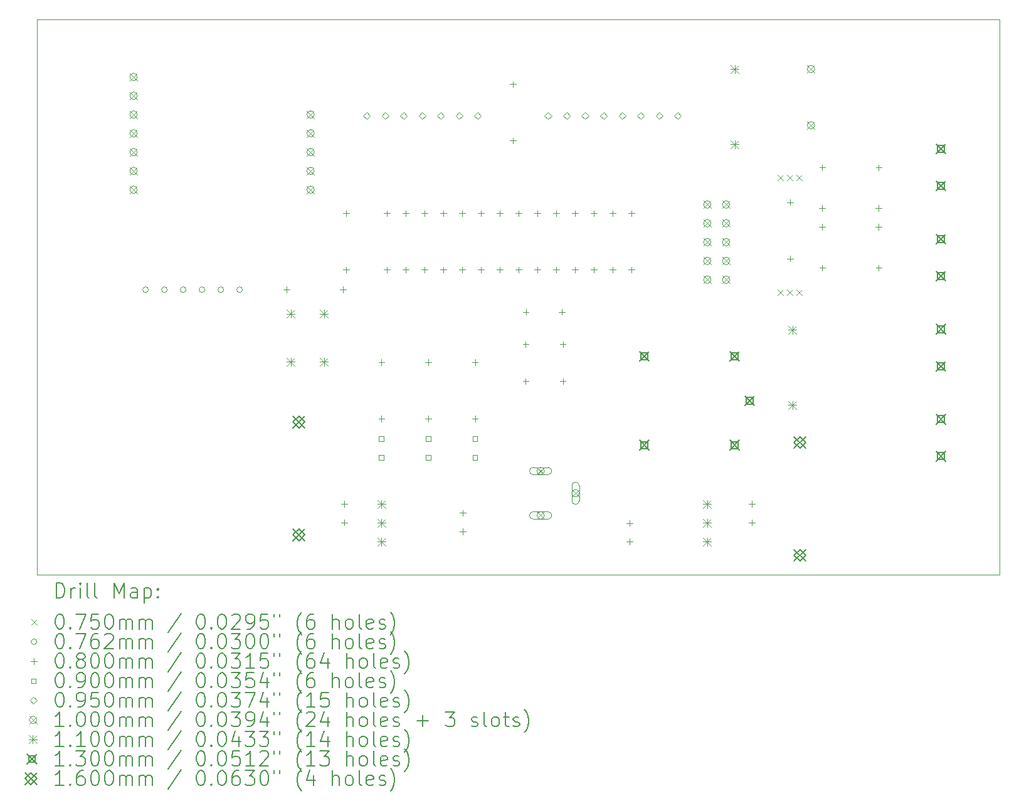
<source format=gbr>
%TF.GenerationSoftware,KiCad,Pcbnew,8.0.5*%
%TF.CreationDate,2024-11-10T22:18:10+02:00*%
%TF.ProjectId,LockBoard,4c6f636b-426f-4617-9264-2e6b69636164,rev?*%
%TF.SameCoordinates,Original*%
%TF.FileFunction,Drillmap*%
%TF.FilePolarity,Positive*%
%FSLAX45Y45*%
G04 Gerber Fmt 4.5, Leading zero omitted, Abs format (unit mm)*
G04 Created by KiCad (PCBNEW 8.0.5) date 2024-11-10 22:18:10*
%MOMM*%
%LPD*%
G01*
G04 APERTURE LIST*
%ADD10C,0.050000*%
%ADD11C,0.200000*%
%ADD12C,0.100000*%
%ADD13C,0.110000*%
%ADD14C,0.130000*%
%ADD15C,0.160000*%
G04 APERTURE END LIST*
D10*
X6250000Y-6400000D02*
X19250000Y-6400000D01*
X19250000Y-13900000D01*
X6250000Y-13900000D01*
X6250000Y-6400000D01*
D11*
D12*
X16250000Y-8498500D02*
X16325000Y-8573500D01*
X16325000Y-8498500D02*
X16250000Y-8573500D01*
X16250000Y-10048500D02*
X16325000Y-10123500D01*
X16325000Y-10048500D02*
X16250000Y-10123500D01*
X16377000Y-8498500D02*
X16452000Y-8573500D01*
X16452000Y-8498500D02*
X16377000Y-8573500D01*
X16377000Y-10048500D02*
X16452000Y-10123500D01*
X16452000Y-10048500D02*
X16377000Y-10123500D01*
X16504000Y-8498500D02*
X16579000Y-8573500D01*
X16579000Y-8498500D02*
X16504000Y-8573500D01*
X16504000Y-10048500D02*
X16579000Y-10123500D01*
X16579000Y-10048500D02*
X16504000Y-10123500D01*
X7753100Y-10050000D02*
G75*
G02*
X7676900Y-10050000I-38100J0D01*
G01*
X7676900Y-10050000D02*
G75*
G02*
X7753100Y-10050000I38100J0D01*
G01*
X8007100Y-10050000D02*
G75*
G02*
X7930900Y-10050000I-38100J0D01*
G01*
X7930900Y-10050000D02*
G75*
G02*
X8007100Y-10050000I38100J0D01*
G01*
X8261100Y-10050000D02*
G75*
G02*
X8184900Y-10050000I-38100J0D01*
G01*
X8184900Y-10050000D02*
G75*
G02*
X8261100Y-10050000I38100J0D01*
G01*
X8515100Y-10050000D02*
G75*
G02*
X8438900Y-10050000I-38100J0D01*
G01*
X8438900Y-10050000D02*
G75*
G02*
X8515100Y-10050000I38100J0D01*
G01*
X8769100Y-10050000D02*
G75*
G02*
X8692900Y-10050000I-38100J0D01*
G01*
X8692900Y-10050000D02*
G75*
G02*
X8769100Y-10050000I38100J0D01*
G01*
X9023100Y-10050000D02*
G75*
G02*
X8946900Y-10050000I-38100J0D01*
G01*
X8946900Y-10050000D02*
G75*
G02*
X9023100Y-10050000I38100J0D01*
G01*
X9619000Y-10010000D02*
X9619000Y-10090000D01*
X9579000Y-10050000D02*
X9659000Y-10050000D01*
X10381000Y-10010000D02*
X10381000Y-10090000D01*
X10341000Y-10050000D02*
X10421000Y-10050000D01*
X10400000Y-12906000D02*
X10400000Y-12986000D01*
X10360000Y-12946000D02*
X10440000Y-12946000D01*
X10400000Y-13156000D02*
X10400000Y-13236000D01*
X10360000Y-13196000D02*
X10440000Y-13196000D01*
X10425000Y-8979000D02*
X10425000Y-9059000D01*
X10385000Y-9019000D02*
X10465000Y-9019000D01*
X10425000Y-9741000D02*
X10425000Y-9821000D01*
X10385000Y-9781000D02*
X10465000Y-9781000D01*
X10900000Y-10991000D02*
X10900000Y-11071000D01*
X10860000Y-11031000D02*
X10940000Y-11031000D01*
X10900000Y-11753000D02*
X10900000Y-11833000D01*
X10860000Y-11793000D02*
X10940000Y-11793000D01*
X10973000Y-8979000D02*
X10973000Y-9059000D01*
X10933000Y-9019000D02*
X11013000Y-9019000D01*
X10973000Y-9741000D02*
X10973000Y-9821000D01*
X10933000Y-9781000D02*
X11013000Y-9781000D01*
X11227000Y-8979000D02*
X11227000Y-9059000D01*
X11187000Y-9019000D02*
X11267000Y-9019000D01*
X11227000Y-9741000D02*
X11227000Y-9821000D01*
X11187000Y-9781000D02*
X11267000Y-9781000D01*
X11481000Y-8979000D02*
X11481000Y-9059000D01*
X11441000Y-9019000D02*
X11521000Y-9019000D01*
X11481000Y-9741000D02*
X11481000Y-9821000D01*
X11441000Y-9781000D02*
X11521000Y-9781000D01*
X11532037Y-10991000D02*
X11532037Y-11071000D01*
X11492037Y-11031000D02*
X11572037Y-11031000D01*
X11532037Y-11753000D02*
X11532037Y-11833000D01*
X11492037Y-11793000D02*
X11572037Y-11793000D01*
X11735000Y-8979000D02*
X11735000Y-9059000D01*
X11695000Y-9019000D02*
X11775000Y-9019000D01*
X11735000Y-9741000D02*
X11735000Y-9821000D01*
X11695000Y-9781000D02*
X11775000Y-9781000D01*
X11989000Y-8979000D02*
X11989000Y-9059000D01*
X11949000Y-9019000D02*
X12029000Y-9019000D01*
X11989000Y-9741000D02*
X11989000Y-9821000D01*
X11949000Y-9781000D02*
X12029000Y-9781000D01*
X12000000Y-13025265D02*
X12000000Y-13105265D01*
X11960000Y-13065265D02*
X12040000Y-13065265D01*
X12000000Y-13275265D02*
X12000000Y-13355265D01*
X11960000Y-13315265D02*
X12040000Y-13315265D01*
X12164075Y-10991000D02*
X12164075Y-11071000D01*
X12124075Y-11031000D02*
X12204075Y-11031000D01*
X12164075Y-11753000D02*
X12164075Y-11833000D01*
X12124075Y-11793000D02*
X12204075Y-11793000D01*
X12243000Y-8979000D02*
X12243000Y-9059000D01*
X12203000Y-9019000D02*
X12283000Y-9019000D01*
X12243000Y-9741000D02*
X12243000Y-9821000D01*
X12203000Y-9781000D02*
X12283000Y-9781000D01*
X12497000Y-8979000D02*
X12497000Y-9059000D01*
X12457000Y-9019000D02*
X12537000Y-9019000D01*
X12497000Y-9741000D02*
X12497000Y-9821000D01*
X12457000Y-9781000D02*
X12537000Y-9781000D01*
X12675000Y-7235000D02*
X12675000Y-7315000D01*
X12635000Y-7275000D02*
X12715000Y-7275000D01*
X12675000Y-7997000D02*
X12675000Y-8077000D01*
X12635000Y-8037000D02*
X12715000Y-8037000D01*
X12751000Y-8979000D02*
X12751000Y-9059000D01*
X12711000Y-9019000D02*
X12791000Y-9019000D01*
X12751000Y-9741000D02*
X12751000Y-9821000D01*
X12711000Y-9781000D02*
X12791000Y-9781000D01*
X12849000Y-10748000D02*
X12849000Y-10828000D01*
X12809000Y-10788000D02*
X12889000Y-10788000D01*
X12849000Y-11248000D02*
X12849000Y-11328000D01*
X12809000Y-11288000D02*
X12889000Y-11288000D01*
X12850000Y-10310000D02*
X12850000Y-10390000D01*
X12810000Y-10350000D02*
X12890000Y-10350000D01*
X13005000Y-8979000D02*
X13005000Y-9059000D01*
X12965000Y-9019000D02*
X13045000Y-9019000D01*
X13005000Y-9741000D02*
X13005000Y-9821000D01*
X12965000Y-9781000D02*
X13045000Y-9781000D01*
X13259000Y-8979000D02*
X13259000Y-9059000D01*
X13219000Y-9019000D02*
X13299000Y-9019000D01*
X13259000Y-9741000D02*
X13259000Y-9821000D01*
X13219000Y-9781000D02*
X13299000Y-9781000D01*
X13338000Y-10310000D02*
X13338000Y-10390000D01*
X13298000Y-10350000D02*
X13378000Y-10350000D01*
X13349000Y-10748000D02*
X13349000Y-10828000D01*
X13309000Y-10788000D02*
X13389000Y-10788000D01*
X13349000Y-11248000D02*
X13349000Y-11328000D01*
X13309000Y-11288000D02*
X13389000Y-11288000D01*
X13513000Y-8979000D02*
X13513000Y-9059000D01*
X13473000Y-9019000D02*
X13553000Y-9019000D01*
X13513000Y-9741000D02*
X13513000Y-9821000D01*
X13473000Y-9781000D02*
X13553000Y-9781000D01*
X13767000Y-8979000D02*
X13767000Y-9059000D01*
X13727000Y-9019000D02*
X13807000Y-9019000D01*
X13767000Y-9741000D02*
X13767000Y-9821000D01*
X13727000Y-9781000D02*
X13807000Y-9781000D01*
X14021000Y-8979000D02*
X14021000Y-9059000D01*
X13981000Y-9019000D02*
X14061000Y-9019000D01*
X14021000Y-9741000D02*
X14021000Y-9821000D01*
X13981000Y-9781000D02*
X14061000Y-9781000D01*
X14250000Y-13164000D02*
X14250000Y-13244000D01*
X14210000Y-13204000D02*
X14290000Y-13204000D01*
X14250000Y-13414000D02*
X14250000Y-13494000D01*
X14210000Y-13454000D02*
X14290000Y-13454000D01*
X14275000Y-8979000D02*
X14275000Y-9059000D01*
X14235000Y-9019000D02*
X14315000Y-9019000D01*
X14275000Y-9741000D02*
X14275000Y-9821000D01*
X14235000Y-9781000D02*
X14315000Y-9781000D01*
X15900000Y-12906000D02*
X15900000Y-12986000D01*
X15860000Y-12946000D02*
X15940000Y-12946000D01*
X15900000Y-13156000D02*
X15900000Y-13236000D01*
X15860000Y-13196000D02*
X15940000Y-13196000D01*
X16416500Y-8829000D02*
X16416500Y-8909000D01*
X16376500Y-8869000D02*
X16456500Y-8869000D01*
X16416500Y-9591000D02*
X16416500Y-9671000D01*
X16376500Y-9631000D02*
X16456500Y-9631000D01*
X16849000Y-8910000D02*
X16849000Y-8990000D01*
X16809000Y-8950000D02*
X16889000Y-8950000D01*
X16849000Y-9164000D02*
X16849000Y-9244000D01*
X16809000Y-9204000D02*
X16889000Y-9204000D01*
X16852000Y-8360000D02*
X16852000Y-8440000D01*
X16812000Y-8400000D02*
X16892000Y-8400000D01*
X16852000Y-9715000D02*
X16852000Y-9795000D01*
X16812000Y-9755000D02*
X16892000Y-9755000D01*
X17611000Y-8910000D02*
X17611000Y-8990000D01*
X17571000Y-8950000D02*
X17651000Y-8950000D01*
X17611000Y-9164000D02*
X17611000Y-9244000D01*
X17571000Y-9204000D02*
X17651000Y-9204000D01*
X17614000Y-8360000D02*
X17614000Y-8440000D01*
X17574000Y-8400000D02*
X17654000Y-8400000D01*
X17614000Y-9715000D02*
X17614000Y-9795000D01*
X17574000Y-9755000D02*
X17654000Y-9755000D01*
X10931820Y-12094820D02*
X10931820Y-12031180D01*
X10868180Y-12031180D01*
X10868180Y-12094820D01*
X10931820Y-12094820D01*
X10931820Y-12348820D02*
X10931820Y-12285180D01*
X10868180Y-12285180D01*
X10868180Y-12348820D01*
X10931820Y-12348820D01*
X11563858Y-12094820D02*
X11563858Y-12031180D01*
X11500217Y-12031180D01*
X11500217Y-12094820D01*
X11563858Y-12094820D01*
X11563858Y-12348820D02*
X11563858Y-12285180D01*
X11500217Y-12285180D01*
X11500217Y-12348820D01*
X11563858Y-12348820D01*
X12195895Y-12094820D02*
X12195895Y-12031180D01*
X12132255Y-12031180D01*
X12132255Y-12094820D01*
X12195895Y-12094820D01*
X12195895Y-12348820D02*
X12195895Y-12285180D01*
X12132255Y-12285180D01*
X12132255Y-12348820D01*
X12195895Y-12348820D01*
X10700000Y-7747500D02*
X10747500Y-7700000D01*
X10700000Y-7652500D01*
X10652500Y-7700000D01*
X10700000Y-7747500D01*
X10950000Y-7747500D02*
X10997500Y-7700000D01*
X10950000Y-7652500D01*
X10902500Y-7700000D01*
X10950000Y-7747500D01*
X11200000Y-7747500D02*
X11247500Y-7700000D01*
X11200000Y-7652500D01*
X11152500Y-7700000D01*
X11200000Y-7747500D01*
X11450000Y-7747500D02*
X11497500Y-7700000D01*
X11450000Y-7652500D01*
X11402500Y-7700000D01*
X11450000Y-7747500D01*
X11700000Y-7747500D02*
X11747500Y-7700000D01*
X11700000Y-7652500D01*
X11652500Y-7700000D01*
X11700000Y-7747500D01*
X11950000Y-7747500D02*
X11997500Y-7700000D01*
X11950000Y-7652500D01*
X11902500Y-7700000D01*
X11950000Y-7747500D01*
X12200000Y-7747500D02*
X12247500Y-7700000D01*
X12200000Y-7652500D01*
X12152500Y-7700000D01*
X12200000Y-7747500D01*
X13150000Y-7747500D02*
X13197500Y-7700000D01*
X13150000Y-7652500D01*
X13102500Y-7700000D01*
X13150000Y-7747500D01*
X13400000Y-7747500D02*
X13447500Y-7700000D01*
X13400000Y-7652500D01*
X13352500Y-7700000D01*
X13400000Y-7747500D01*
X13650000Y-7747500D02*
X13697500Y-7700000D01*
X13650000Y-7652500D01*
X13602500Y-7700000D01*
X13650000Y-7747500D01*
X13900000Y-7747500D02*
X13947500Y-7700000D01*
X13900000Y-7652500D01*
X13852500Y-7700000D01*
X13900000Y-7747500D01*
X14150000Y-7747500D02*
X14197500Y-7700000D01*
X14150000Y-7652500D01*
X14102500Y-7700000D01*
X14150000Y-7747500D01*
X14400000Y-7747500D02*
X14447500Y-7700000D01*
X14400000Y-7652500D01*
X14352500Y-7700000D01*
X14400000Y-7747500D01*
X14650000Y-7747500D02*
X14697500Y-7700000D01*
X14650000Y-7652500D01*
X14602500Y-7700000D01*
X14650000Y-7747500D01*
X14900000Y-7747500D02*
X14947500Y-7700000D01*
X14900000Y-7652500D01*
X14852500Y-7700000D01*
X14900000Y-7747500D01*
X7503000Y-7126000D02*
X7603000Y-7226000D01*
X7603000Y-7126000D02*
X7503000Y-7226000D01*
X7603000Y-7176000D02*
G75*
G02*
X7503000Y-7176000I-50000J0D01*
G01*
X7503000Y-7176000D02*
G75*
G02*
X7603000Y-7176000I50000J0D01*
G01*
X7503000Y-7380000D02*
X7603000Y-7480000D01*
X7603000Y-7380000D02*
X7503000Y-7480000D01*
X7603000Y-7430000D02*
G75*
G02*
X7503000Y-7430000I-50000J0D01*
G01*
X7503000Y-7430000D02*
G75*
G02*
X7603000Y-7430000I50000J0D01*
G01*
X7503000Y-7634000D02*
X7603000Y-7734000D01*
X7603000Y-7634000D02*
X7503000Y-7734000D01*
X7603000Y-7684000D02*
G75*
G02*
X7503000Y-7684000I-50000J0D01*
G01*
X7503000Y-7684000D02*
G75*
G02*
X7603000Y-7684000I50000J0D01*
G01*
X7503000Y-7888000D02*
X7603000Y-7988000D01*
X7603000Y-7888000D02*
X7503000Y-7988000D01*
X7603000Y-7938000D02*
G75*
G02*
X7503000Y-7938000I-50000J0D01*
G01*
X7503000Y-7938000D02*
G75*
G02*
X7603000Y-7938000I50000J0D01*
G01*
X7503000Y-8142000D02*
X7603000Y-8242000D01*
X7603000Y-8142000D02*
X7503000Y-8242000D01*
X7603000Y-8192000D02*
G75*
G02*
X7503000Y-8192000I-50000J0D01*
G01*
X7503000Y-8192000D02*
G75*
G02*
X7603000Y-8192000I50000J0D01*
G01*
X7503000Y-8396000D02*
X7603000Y-8496000D01*
X7603000Y-8396000D02*
X7503000Y-8496000D01*
X7603000Y-8446000D02*
G75*
G02*
X7503000Y-8446000I-50000J0D01*
G01*
X7503000Y-8446000D02*
G75*
G02*
X7603000Y-8446000I50000J0D01*
G01*
X7503000Y-8650000D02*
X7603000Y-8750000D01*
X7603000Y-8650000D02*
X7503000Y-8750000D01*
X7603000Y-8700000D02*
G75*
G02*
X7503000Y-8700000I-50000J0D01*
G01*
X7503000Y-8700000D02*
G75*
G02*
X7603000Y-8700000I50000J0D01*
G01*
X9893000Y-7634000D02*
X9993000Y-7734000D01*
X9993000Y-7634000D02*
X9893000Y-7734000D01*
X9993000Y-7684000D02*
G75*
G02*
X9893000Y-7684000I-50000J0D01*
G01*
X9893000Y-7684000D02*
G75*
G02*
X9993000Y-7684000I50000J0D01*
G01*
X9893000Y-7888000D02*
X9993000Y-7988000D01*
X9993000Y-7888000D02*
X9893000Y-7988000D01*
X9993000Y-7938000D02*
G75*
G02*
X9893000Y-7938000I-50000J0D01*
G01*
X9893000Y-7938000D02*
G75*
G02*
X9993000Y-7938000I50000J0D01*
G01*
X9893000Y-8142000D02*
X9993000Y-8242000D01*
X9993000Y-8142000D02*
X9893000Y-8242000D01*
X9993000Y-8192000D02*
G75*
G02*
X9893000Y-8192000I-50000J0D01*
G01*
X9893000Y-8192000D02*
G75*
G02*
X9993000Y-8192000I50000J0D01*
G01*
X9893000Y-8396000D02*
X9993000Y-8496000D01*
X9993000Y-8396000D02*
X9893000Y-8496000D01*
X9993000Y-8446000D02*
G75*
G02*
X9893000Y-8446000I-50000J0D01*
G01*
X9893000Y-8446000D02*
G75*
G02*
X9993000Y-8446000I50000J0D01*
G01*
X9893000Y-8650000D02*
X9993000Y-8750000D01*
X9993000Y-8650000D02*
X9893000Y-8750000D01*
X9993000Y-8700000D02*
G75*
G02*
X9893000Y-8700000I-50000J0D01*
G01*
X9893000Y-8700000D02*
G75*
G02*
X9993000Y-8700000I50000J0D01*
G01*
X13000000Y-12450000D02*
X13100000Y-12550000D01*
X13100000Y-12450000D02*
X13000000Y-12550000D01*
X13100000Y-12500000D02*
G75*
G02*
X13000000Y-12500000I-50000J0D01*
G01*
X13000000Y-12500000D02*
G75*
G02*
X13100000Y-12500000I50000J0D01*
G01*
X12950000Y-12550000D02*
X13150000Y-12550000D01*
X13150000Y-12450000D02*
G75*
G02*
X13150000Y-12550000I0J-50000D01*
G01*
X13150000Y-12450000D02*
X12950000Y-12450000D01*
X12950000Y-12450000D02*
G75*
G03*
X12950000Y-12550000I0J-50000D01*
G01*
X13000000Y-13050000D02*
X13100000Y-13150000D01*
X13100000Y-13050000D02*
X13000000Y-13150000D01*
X13100000Y-13100000D02*
G75*
G02*
X13000000Y-13100000I-50000J0D01*
G01*
X13000000Y-13100000D02*
G75*
G02*
X13100000Y-13100000I50000J0D01*
G01*
X12950000Y-13150000D02*
X13150000Y-13150000D01*
X13150000Y-13050000D02*
G75*
G02*
X13150000Y-13150000I0J-50000D01*
G01*
X13150000Y-13050000D02*
X12950000Y-13050000D01*
X12950000Y-13050000D02*
G75*
G03*
X12950000Y-13150000I0J-50000D01*
G01*
X13470000Y-12750000D02*
X13570000Y-12850000D01*
X13570000Y-12750000D02*
X13470000Y-12850000D01*
X13570000Y-12800000D02*
G75*
G02*
X13470000Y-12800000I-50000J0D01*
G01*
X13470000Y-12800000D02*
G75*
G02*
X13570000Y-12800000I50000J0D01*
G01*
X13570000Y-12900000D02*
X13570000Y-12700000D01*
X13470000Y-12700000D02*
G75*
G02*
X13570000Y-12700000I50000J0D01*
G01*
X13470000Y-12700000D02*
X13470000Y-12900000D01*
X13470000Y-12900000D02*
G75*
G03*
X13570000Y-12900000I50000J0D01*
G01*
X15250000Y-8850000D02*
X15350000Y-8950000D01*
X15350000Y-8850000D02*
X15250000Y-8950000D01*
X15350000Y-8900000D02*
G75*
G02*
X15250000Y-8900000I-50000J0D01*
G01*
X15250000Y-8900000D02*
G75*
G02*
X15350000Y-8900000I50000J0D01*
G01*
X15250000Y-9104000D02*
X15350000Y-9204000D01*
X15350000Y-9104000D02*
X15250000Y-9204000D01*
X15350000Y-9154000D02*
G75*
G02*
X15250000Y-9154000I-50000J0D01*
G01*
X15250000Y-9154000D02*
G75*
G02*
X15350000Y-9154000I50000J0D01*
G01*
X15250000Y-9358000D02*
X15350000Y-9458000D01*
X15350000Y-9358000D02*
X15250000Y-9458000D01*
X15350000Y-9408000D02*
G75*
G02*
X15250000Y-9408000I-50000J0D01*
G01*
X15250000Y-9408000D02*
G75*
G02*
X15350000Y-9408000I50000J0D01*
G01*
X15250000Y-9612000D02*
X15350000Y-9712000D01*
X15350000Y-9612000D02*
X15250000Y-9712000D01*
X15350000Y-9662000D02*
G75*
G02*
X15250000Y-9662000I-50000J0D01*
G01*
X15250000Y-9662000D02*
G75*
G02*
X15350000Y-9662000I50000J0D01*
G01*
X15250000Y-9866000D02*
X15350000Y-9966000D01*
X15350000Y-9866000D02*
X15250000Y-9966000D01*
X15350000Y-9916000D02*
G75*
G02*
X15250000Y-9916000I-50000J0D01*
G01*
X15250000Y-9916000D02*
G75*
G02*
X15350000Y-9916000I50000J0D01*
G01*
X15504000Y-8850000D02*
X15604000Y-8950000D01*
X15604000Y-8850000D02*
X15504000Y-8950000D01*
X15604000Y-8900000D02*
G75*
G02*
X15504000Y-8900000I-50000J0D01*
G01*
X15504000Y-8900000D02*
G75*
G02*
X15604000Y-8900000I50000J0D01*
G01*
X15504000Y-9104000D02*
X15604000Y-9204000D01*
X15604000Y-9104000D02*
X15504000Y-9204000D01*
X15604000Y-9154000D02*
G75*
G02*
X15504000Y-9154000I-50000J0D01*
G01*
X15504000Y-9154000D02*
G75*
G02*
X15604000Y-9154000I50000J0D01*
G01*
X15504000Y-9358000D02*
X15604000Y-9458000D01*
X15604000Y-9358000D02*
X15504000Y-9458000D01*
X15604000Y-9408000D02*
G75*
G02*
X15504000Y-9408000I-50000J0D01*
G01*
X15504000Y-9408000D02*
G75*
G02*
X15604000Y-9408000I50000J0D01*
G01*
X15504000Y-9612000D02*
X15604000Y-9712000D01*
X15604000Y-9612000D02*
X15504000Y-9712000D01*
X15604000Y-9662000D02*
G75*
G02*
X15504000Y-9662000I-50000J0D01*
G01*
X15504000Y-9662000D02*
G75*
G02*
X15604000Y-9662000I50000J0D01*
G01*
X15504000Y-9866000D02*
X15604000Y-9966000D01*
X15604000Y-9866000D02*
X15504000Y-9966000D01*
X15604000Y-9916000D02*
G75*
G02*
X15504000Y-9916000I-50000J0D01*
G01*
X15504000Y-9916000D02*
G75*
G02*
X15604000Y-9916000I50000J0D01*
G01*
X16650000Y-7020000D02*
X16750000Y-7120000D01*
X16750000Y-7020000D02*
X16650000Y-7120000D01*
X16750000Y-7070000D02*
G75*
G02*
X16650000Y-7070000I-50000J0D01*
G01*
X16650000Y-7070000D02*
G75*
G02*
X16750000Y-7070000I50000J0D01*
G01*
X16650000Y-7780000D02*
X16750000Y-7880000D01*
X16750000Y-7780000D02*
X16650000Y-7880000D01*
X16750000Y-7830000D02*
G75*
G02*
X16650000Y-7830000I-50000J0D01*
G01*
X16650000Y-7830000D02*
G75*
G02*
X16750000Y-7830000I50000J0D01*
G01*
D13*
X9620000Y-10320000D02*
X9730000Y-10430000D01*
X9730000Y-10320000D02*
X9620000Y-10430000D01*
X9675000Y-10320000D02*
X9675000Y-10430000D01*
X9620000Y-10375000D02*
X9730000Y-10375000D01*
X9620000Y-10970000D02*
X9730000Y-11080000D01*
X9730000Y-10970000D02*
X9620000Y-11080000D01*
X9675000Y-10970000D02*
X9675000Y-11080000D01*
X9620000Y-11025000D02*
X9730000Y-11025000D01*
X10070000Y-10320000D02*
X10180000Y-10430000D01*
X10180000Y-10320000D02*
X10070000Y-10430000D01*
X10125000Y-10320000D02*
X10125000Y-10430000D01*
X10070000Y-10375000D02*
X10180000Y-10375000D01*
X10070000Y-10970000D02*
X10180000Y-11080000D01*
X10180000Y-10970000D02*
X10070000Y-11080000D01*
X10125000Y-10970000D02*
X10125000Y-11080000D01*
X10070000Y-11025000D02*
X10180000Y-11025000D01*
X10845000Y-12891000D02*
X10955000Y-13001000D01*
X10955000Y-12891000D02*
X10845000Y-13001000D01*
X10900000Y-12891000D02*
X10900000Y-13001000D01*
X10845000Y-12946000D02*
X10955000Y-12946000D01*
X10845000Y-13145000D02*
X10955000Y-13255000D01*
X10955000Y-13145000D02*
X10845000Y-13255000D01*
X10900000Y-13145000D02*
X10900000Y-13255000D01*
X10845000Y-13200000D02*
X10955000Y-13200000D01*
X10845000Y-13399000D02*
X10955000Y-13509000D01*
X10955000Y-13399000D02*
X10845000Y-13509000D01*
X10900000Y-13399000D02*
X10900000Y-13509000D01*
X10845000Y-13454000D02*
X10955000Y-13454000D01*
X15245000Y-12891000D02*
X15355000Y-13001000D01*
X15355000Y-12891000D02*
X15245000Y-13001000D01*
X15300000Y-12891000D02*
X15300000Y-13001000D01*
X15245000Y-12946000D02*
X15355000Y-12946000D01*
X15245000Y-13145000D02*
X15355000Y-13255000D01*
X15355000Y-13145000D02*
X15245000Y-13255000D01*
X15300000Y-13145000D02*
X15300000Y-13255000D01*
X15245000Y-13200000D02*
X15355000Y-13200000D01*
X15245000Y-13399000D02*
X15355000Y-13509000D01*
X15355000Y-13399000D02*
X15245000Y-13509000D01*
X15300000Y-13399000D02*
X15300000Y-13509000D01*
X15245000Y-13454000D02*
X15355000Y-13454000D01*
X15618000Y-7015000D02*
X15728000Y-7125000D01*
X15728000Y-7015000D02*
X15618000Y-7125000D01*
X15673000Y-7015000D02*
X15673000Y-7125000D01*
X15618000Y-7070000D02*
X15728000Y-7070000D01*
X15618000Y-8031000D02*
X15728000Y-8141000D01*
X15728000Y-8031000D02*
X15618000Y-8141000D01*
X15673000Y-8031000D02*
X15673000Y-8141000D01*
X15618000Y-8086000D02*
X15728000Y-8086000D01*
X16395000Y-10537000D02*
X16505000Y-10647000D01*
X16505000Y-10537000D02*
X16395000Y-10647000D01*
X16450000Y-10537000D02*
X16450000Y-10647000D01*
X16395000Y-10592000D02*
X16505000Y-10592000D01*
X16395000Y-11553000D02*
X16505000Y-11663000D01*
X16505000Y-11553000D02*
X16395000Y-11663000D01*
X16450000Y-11553000D02*
X16450000Y-11663000D01*
X16395000Y-11608000D02*
X16505000Y-11608000D01*
D14*
X14385000Y-10885000D02*
X14515000Y-11015000D01*
X14515000Y-10885000D02*
X14385000Y-11015000D01*
X14495962Y-10995962D02*
X14495962Y-10904038D01*
X14404038Y-10904038D01*
X14404038Y-10995962D01*
X14495962Y-10995962D01*
X14385000Y-12085000D02*
X14515000Y-12215000D01*
X14515000Y-12085000D02*
X14385000Y-12215000D01*
X14495962Y-12195962D02*
X14495962Y-12104038D01*
X14404038Y-12104038D01*
X14404038Y-12195962D01*
X14495962Y-12195962D01*
X15605000Y-10885000D02*
X15735000Y-11015000D01*
X15735000Y-10885000D02*
X15605000Y-11015000D01*
X15715962Y-10995962D02*
X15715962Y-10904038D01*
X15624038Y-10904038D01*
X15624038Y-10995962D01*
X15715962Y-10995962D01*
X15605000Y-12085000D02*
X15735000Y-12215000D01*
X15735000Y-12085000D02*
X15605000Y-12215000D01*
X15715962Y-12195962D02*
X15715962Y-12104038D01*
X15624038Y-12104038D01*
X15624038Y-12195962D01*
X15715962Y-12195962D01*
X15805000Y-11485000D02*
X15935000Y-11615000D01*
X15935000Y-11485000D02*
X15805000Y-11615000D01*
X15915962Y-11595962D02*
X15915962Y-11504038D01*
X15824038Y-11504038D01*
X15824038Y-11595962D01*
X15915962Y-11595962D01*
X18390500Y-8085000D02*
X18520500Y-8215000D01*
X18520500Y-8085000D02*
X18390500Y-8215000D01*
X18501462Y-8195962D02*
X18501462Y-8104038D01*
X18409538Y-8104038D01*
X18409538Y-8195962D01*
X18501462Y-8195962D01*
X18390500Y-8585000D02*
X18520500Y-8715000D01*
X18520500Y-8585000D02*
X18390500Y-8715000D01*
X18501462Y-8695962D02*
X18501462Y-8604038D01*
X18409538Y-8604038D01*
X18409538Y-8695962D01*
X18501462Y-8695962D01*
X18390500Y-9301667D02*
X18520500Y-9431667D01*
X18520500Y-9301667D02*
X18390500Y-9431667D01*
X18501462Y-9412629D02*
X18501462Y-9320704D01*
X18409538Y-9320704D01*
X18409538Y-9412629D01*
X18501462Y-9412629D01*
X18390500Y-9801667D02*
X18520500Y-9931667D01*
X18520500Y-9801667D02*
X18390500Y-9931667D01*
X18501462Y-9912629D02*
X18501462Y-9820704D01*
X18409538Y-9820704D01*
X18409538Y-9912629D01*
X18501462Y-9912629D01*
X18390500Y-10518333D02*
X18520500Y-10648333D01*
X18520500Y-10518333D02*
X18390500Y-10648333D01*
X18501462Y-10629296D02*
X18501462Y-10537371D01*
X18409538Y-10537371D01*
X18409538Y-10629296D01*
X18501462Y-10629296D01*
X18390500Y-11018333D02*
X18520500Y-11148333D01*
X18520500Y-11018333D02*
X18390500Y-11148333D01*
X18501462Y-11129296D02*
X18501462Y-11037371D01*
X18409538Y-11037371D01*
X18409538Y-11129296D01*
X18501462Y-11129296D01*
X18390500Y-11735000D02*
X18520500Y-11865000D01*
X18520500Y-11735000D02*
X18390500Y-11865000D01*
X18501462Y-11845962D02*
X18501462Y-11754038D01*
X18409538Y-11754038D01*
X18409538Y-11845962D01*
X18501462Y-11845962D01*
X18390500Y-12235000D02*
X18520500Y-12365000D01*
X18520500Y-12235000D02*
X18390500Y-12365000D01*
X18501462Y-12345962D02*
X18501462Y-12254038D01*
X18409538Y-12254038D01*
X18409538Y-12345962D01*
X18501462Y-12345962D01*
D15*
X9705925Y-11758000D02*
X9865925Y-11918000D01*
X9865925Y-11758000D02*
X9705925Y-11918000D01*
X9785925Y-11918000D02*
X9865925Y-11838000D01*
X9785925Y-11758000D01*
X9705925Y-11838000D01*
X9785925Y-11918000D01*
X9705925Y-13282000D02*
X9865925Y-13442000D01*
X9865925Y-13282000D02*
X9705925Y-13442000D01*
X9785925Y-13442000D02*
X9865925Y-13362000D01*
X9785925Y-13282000D01*
X9705925Y-13362000D01*
X9785925Y-13442000D01*
X16470000Y-12035000D02*
X16630000Y-12195000D01*
X16630000Y-12035000D02*
X16470000Y-12195000D01*
X16550000Y-12195000D02*
X16630000Y-12115000D01*
X16550000Y-12035000D01*
X16470000Y-12115000D01*
X16550000Y-12195000D01*
X16470000Y-13559000D02*
X16630000Y-13719000D01*
X16630000Y-13559000D02*
X16470000Y-13719000D01*
X16550000Y-13719000D02*
X16630000Y-13639000D01*
X16550000Y-13559000D01*
X16470000Y-13639000D01*
X16550000Y-13719000D01*
D11*
X6508277Y-14213984D02*
X6508277Y-14013984D01*
X6508277Y-14013984D02*
X6555896Y-14013984D01*
X6555896Y-14013984D02*
X6584467Y-14023508D01*
X6584467Y-14023508D02*
X6603515Y-14042555D01*
X6603515Y-14042555D02*
X6613039Y-14061603D01*
X6613039Y-14061603D02*
X6622562Y-14099698D01*
X6622562Y-14099698D02*
X6622562Y-14128269D01*
X6622562Y-14128269D02*
X6613039Y-14166365D01*
X6613039Y-14166365D02*
X6603515Y-14185412D01*
X6603515Y-14185412D02*
X6584467Y-14204460D01*
X6584467Y-14204460D02*
X6555896Y-14213984D01*
X6555896Y-14213984D02*
X6508277Y-14213984D01*
X6708277Y-14213984D02*
X6708277Y-14080650D01*
X6708277Y-14118746D02*
X6717801Y-14099698D01*
X6717801Y-14099698D02*
X6727324Y-14090174D01*
X6727324Y-14090174D02*
X6746372Y-14080650D01*
X6746372Y-14080650D02*
X6765420Y-14080650D01*
X6832086Y-14213984D02*
X6832086Y-14080650D01*
X6832086Y-14013984D02*
X6822562Y-14023508D01*
X6822562Y-14023508D02*
X6832086Y-14033031D01*
X6832086Y-14033031D02*
X6841610Y-14023508D01*
X6841610Y-14023508D02*
X6832086Y-14013984D01*
X6832086Y-14013984D02*
X6832086Y-14033031D01*
X6955896Y-14213984D02*
X6936848Y-14204460D01*
X6936848Y-14204460D02*
X6927324Y-14185412D01*
X6927324Y-14185412D02*
X6927324Y-14013984D01*
X7060658Y-14213984D02*
X7041610Y-14204460D01*
X7041610Y-14204460D02*
X7032086Y-14185412D01*
X7032086Y-14185412D02*
X7032086Y-14013984D01*
X7289229Y-14213984D02*
X7289229Y-14013984D01*
X7289229Y-14013984D02*
X7355896Y-14156841D01*
X7355896Y-14156841D02*
X7422562Y-14013984D01*
X7422562Y-14013984D02*
X7422562Y-14213984D01*
X7603515Y-14213984D02*
X7603515Y-14109222D01*
X7603515Y-14109222D02*
X7593991Y-14090174D01*
X7593991Y-14090174D02*
X7574943Y-14080650D01*
X7574943Y-14080650D02*
X7536848Y-14080650D01*
X7536848Y-14080650D02*
X7517801Y-14090174D01*
X7603515Y-14204460D02*
X7584467Y-14213984D01*
X7584467Y-14213984D02*
X7536848Y-14213984D01*
X7536848Y-14213984D02*
X7517801Y-14204460D01*
X7517801Y-14204460D02*
X7508277Y-14185412D01*
X7508277Y-14185412D02*
X7508277Y-14166365D01*
X7508277Y-14166365D02*
X7517801Y-14147317D01*
X7517801Y-14147317D02*
X7536848Y-14137793D01*
X7536848Y-14137793D02*
X7584467Y-14137793D01*
X7584467Y-14137793D02*
X7603515Y-14128269D01*
X7698753Y-14080650D02*
X7698753Y-14280650D01*
X7698753Y-14090174D02*
X7717801Y-14080650D01*
X7717801Y-14080650D02*
X7755896Y-14080650D01*
X7755896Y-14080650D02*
X7774943Y-14090174D01*
X7774943Y-14090174D02*
X7784467Y-14099698D01*
X7784467Y-14099698D02*
X7793991Y-14118746D01*
X7793991Y-14118746D02*
X7793991Y-14175888D01*
X7793991Y-14175888D02*
X7784467Y-14194936D01*
X7784467Y-14194936D02*
X7774943Y-14204460D01*
X7774943Y-14204460D02*
X7755896Y-14213984D01*
X7755896Y-14213984D02*
X7717801Y-14213984D01*
X7717801Y-14213984D02*
X7698753Y-14204460D01*
X7879705Y-14194936D02*
X7889229Y-14204460D01*
X7889229Y-14204460D02*
X7879705Y-14213984D01*
X7879705Y-14213984D02*
X7870182Y-14204460D01*
X7870182Y-14204460D02*
X7879705Y-14194936D01*
X7879705Y-14194936D02*
X7879705Y-14213984D01*
X7879705Y-14090174D02*
X7889229Y-14099698D01*
X7889229Y-14099698D02*
X7879705Y-14109222D01*
X7879705Y-14109222D02*
X7870182Y-14099698D01*
X7870182Y-14099698D02*
X7879705Y-14090174D01*
X7879705Y-14090174D02*
X7879705Y-14109222D01*
D12*
X6172500Y-14505000D02*
X6247500Y-14580000D01*
X6247500Y-14505000D02*
X6172500Y-14580000D01*
D11*
X6546372Y-14433984D02*
X6565420Y-14433984D01*
X6565420Y-14433984D02*
X6584467Y-14443508D01*
X6584467Y-14443508D02*
X6593991Y-14453031D01*
X6593991Y-14453031D02*
X6603515Y-14472079D01*
X6603515Y-14472079D02*
X6613039Y-14510174D01*
X6613039Y-14510174D02*
X6613039Y-14557793D01*
X6613039Y-14557793D02*
X6603515Y-14595888D01*
X6603515Y-14595888D02*
X6593991Y-14614936D01*
X6593991Y-14614936D02*
X6584467Y-14624460D01*
X6584467Y-14624460D02*
X6565420Y-14633984D01*
X6565420Y-14633984D02*
X6546372Y-14633984D01*
X6546372Y-14633984D02*
X6527324Y-14624460D01*
X6527324Y-14624460D02*
X6517801Y-14614936D01*
X6517801Y-14614936D02*
X6508277Y-14595888D01*
X6508277Y-14595888D02*
X6498753Y-14557793D01*
X6498753Y-14557793D02*
X6498753Y-14510174D01*
X6498753Y-14510174D02*
X6508277Y-14472079D01*
X6508277Y-14472079D02*
X6517801Y-14453031D01*
X6517801Y-14453031D02*
X6527324Y-14443508D01*
X6527324Y-14443508D02*
X6546372Y-14433984D01*
X6698753Y-14614936D02*
X6708277Y-14624460D01*
X6708277Y-14624460D02*
X6698753Y-14633984D01*
X6698753Y-14633984D02*
X6689229Y-14624460D01*
X6689229Y-14624460D02*
X6698753Y-14614936D01*
X6698753Y-14614936D02*
X6698753Y-14633984D01*
X6774943Y-14433984D02*
X6908277Y-14433984D01*
X6908277Y-14433984D02*
X6822562Y-14633984D01*
X7079705Y-14433984D02*
X6984467Y-14433984D01*
X6984467Y-14433984D02*
X6974943Y-14529222D01*
X6974943Y-14529222D02*
X6984467Y-14519698D01*
X6984467Y-14519698D02*
X7003515Y-14510174D01*
X7003515Y-14510174D02*
X7051134Y-14510174D01*
X7051134Y-14510174D02*
X7070182Y-14519698D01*
X7070182Y-14519698D02*
X7079705Y-14529222D01*
X7079705Y-14529222D02*
X7089229Y-14548269D01*
X7089229Y-14548269D02*
X7089229Y-14595888D01*
X7089229Y-14595888D02*
X7079705Y-14614936D01*
X7079705Y-14614936D02*
X7070182Y-14624460D01*
X7070182Y-14624460D02*
X7051134Y-14633984D01*
X7051134Y-14633984D02*
X7003515Y-14633984D01*
X7003515Y-14633984D02*
X6984467Y-14624460D01*
X6984467Y-14624460D02*
X6974943Y-14614936D01*
X7213039Y-14433984D02*
X7232086Y-14433984D01*
X7232086Y-14433984D02*
X7251134Y-14443508D01*
X7251134Y-14443508D02*
X7260658Y-14453031D01*
X7260658Y-14453031D02*
X7270182Y-14472079D01*
X7270182Y-14472079D02*
X7279705Y-14510174D01*
X7279705Y-14510174D02*
X7279705Y-14557793D01*
X7279705Y-14557793D02*
X7270182Y-14595888D01*
X7270182Y-14595888D02*
X7260658Y-14614936D01*
X7260658Y-14614936D02*
X7251134Y-14624460D01*
X7251134Y-14624460D02*
X7232086Y-14633984D01*
X7232086Y-14633984D02*
X7213039Y-14633984D01*
X7213039Y-14633984D02*
X7193991Y-14624460D01*
X7193991Y-14624460D02*
X7184467Y-14614936D01*
X7184467Y-14614936D02*
X7174943Y-14595888D01*
X7174943Y-14595888D02*
X7165420Y-14557793D01*
X7165420Y-14557793D02*
X7165420Y-14510174D01*
X7165420Y-14510174D02*
X7174943Y-14472079D01*
X7174943Y-14472079D02*
X7184467Y-14453031D01*
X7184467Y-14453031D02*
X7193991Y-14443508D01*
X7193991Y-14443508D02*
X7213039Y-14433984D01*
X7365420Y-14633984D02*
X7365420Y-14500650D01*
X7365420Y-14519698D02*
X7374943Y-14510174D01*
X7374943Y-14510174D02*
X7393991Y-14500650D01*
X7393991Y-14500650D02*
X7422563Y-14500650D01*
X7422563Y-14500650D02*
X7441610Y-14510174D01*
X7441610Y-14510174D02*
X7451134Y-14529222D01*
X7451134Y-14529222D02*
X7451134Y-14633984D01*
X7451134Y-14529222D02*
X7460658Y-14510174D01*
X7460658Y-14510174D02*
X7479705Y-14500650D01*
X7479705Y-14500650D02*
X7508277Y-14500650D01*
X7508277Y-14500650D02*
X7527324Y-14510174D01*
X7527324Y-14510174D02*
X7536848Y-14529222D01*
X7536848Y-14529222D02*
X7536848Y-14633984D01*
X7632086Y-14633984D02*
X7632086Y-14500650D01*
X7632086Y-14519698D02*
X7641610Y-14510174D01*
X7641610Y-14510174D02*
X7660658Y-14500650D01*
X7660658Y-14500650D02*
X7689229Y-14500650D01*
X7689229Y-14500650D02*
X7708277Y-14510174D01*
X7708277Y-14510174D02*
X7717801Y-14529222D01*
X7717801Y-14529222D02*
X7717801Y-14633984D01*
X7717801Y-14529222D02*
X7727324Y-14510174D01*
X7727324Y-14510174D02*
X7746372Y-14500650D01*
X7746372Y-14500650D02*
X7774943Y-14500650D01*
X7774943Y-14500650D02*
X7793991Y-14510174D01*
X7793991Y-14510174D02*
X7803515Y-14529222D01*
X7803515Y-14529222D02*
X7803515Y-14633984D01*
X8193991Y-14424460D02*
X8022563Y-14681603D01*
X8451134Y-14433984D02*
X8470182Y-14433984D01*
X8470182Y-14433984D02*
X8489229Y-14443508D01*
X8489229Y-14443508D02*
X8498753Y-14453031D01*
X8498753Y-14453031D02*
X8508277Y-14472079D01*
X8508277Y-14472079D02*
X8517801Y-14510174D01*
X8517801Y-14510174D02*
X8517801Y-14557793D01*
X8517801Y-14557793D02*
X8508277Y-14595888D01*
X8508277Y-14595888D02*
X8498753Y-14614936D01*
X8498753Y-14614936D02*
X8489229Y-14624460D01*
X8489229Y-14624460D02*
X8470182Y-14633984D01*
X8470182Y-14633984D02*
X8451134Y-14633984D01*
X8451134Y-14633984D02*
X8432087Y-14624460D01*
X8432087Y-14624460D02*
X8422563Y-14614936D01*
X8422563Y-14614936D02*
X8413039Y-14595888D01*
X8413039Y-14595888D02*
X8403515Y-14557793D01*
X8403515Y-14557793D02*
X8403515Y-14510174D01*
X8403515Y-14510174D02*
X8413039Y-14472079D01*
X8413039Y-14472079D02*
X8422563Y-14453031D01*
X8422563Y-14453031D02*
X8432087Y-14443508D01*
X8432087Y-14443508D02*
X8451134Y-14433984D01*
X8603515Y-14614936D02*
X8613039Y-14624460D01*
X8613039Y-14624460D02*
X8603515Y-14633984D01*
X8603515Y-14633984D02*
X8593991Y-14624460D01*
X8593991Y-14624460D02*
X8603515Y-14614936D01*
X8603515Y-14614936D02*
X8603515Y-14633984D01*
X8736848Y-14433984D02*
X8755896Y-14433984D01*
X8755896Y-14433984D02*
X8774944Y-14443508D01*
X8774944Y-14443508D02*
X8784468Y-14453031D01*
X8784468Y-14453031D02*
X8793991Y-14472079D01*
X8793991Y-14472079D02*
X8803515Y-14510174D01*
X8803515Y-14510174D02*
X8803515Y-14557793D01*
X8803515Y-14557793D02*
X8793991Y-14595888D01*
X8793991Y-14595888D02*
X8784468Y-14614936D01*
X8784468Y-14614936D02*
X8774944Y-14624460D01*
X8774944Y-14624460D02*
X8755896Y-14633984D01*
X8755896Y-14633984D02*
X8736848Y-14633984D01*
X8736848Y-14633984D02*
X8717801Y-14624460D01*
X8717801Y-14624460D02*
X8708277Y-14614936D01*
X8708277Y-14614936D02*
X8698753Y-14595888D01*
X8698753Y-14595888D02*
X8689229Y-14557793D01*
X8689229Y-14557793D02*
X8689229Y-14510174D01*
X8689229Y-14510174D02*
X8698753Y-14472079D01*
X8698753Y-14472079D02*
X8708277Y-14453031D01*
X8708277Y-14453031D02*
X8717801Y-14443508D01*
X8717801Y-14443508D02*
X8736848Y-14433984D01*
X8879706Y-14453031D02*
X8889229Y-14443508D01*
X8889229Y-14443508D02*
X8908277Y-14433984D01*
X8908277Y-14433984D02*
X8955896Y-14433984D01*
X8955896Y-14433984D02*
X8974944Y-14443508D01*
X8974944Y-14443508D02*
X8984468Y-14453031D01*
X8984468Y-14453031D02*
X8993991Y-14472079D01*
X8993991Y-14472079D02*
X8993991Y-14491127D01*
X8993991Y-14491127D02*
X8984468Y-14519698D01*
X8984468Y-14519698D02*
X8870182Y-14633984D01*
X8870182Y-14633984D02*
X8993991Y-14633984D01*
X9089229Y-14633984D02*
X9127325Y-14633984D01*
X9127325Y-14633984D02*
X9146372Y-14624460D01*
X9146372Y-14624460D02*
X9155896Y-14614936D01*
X9155896Y-14614936D02*
X9174944Y-14586365D01*
X9174944Y-14586365D02*
X9184468Y-14548269D01*
X9184468Y-14548269D02*
X9184468Y-14472079D01*
X9184468Y-14472079D02*
X9174944Y-14453031D01*
X9174944Y-14453031D02*
X9165420Y-14443508D01*
X9165420Y-14443508D02*
X9146372Y-14433984D01*
X9146372Y-14433984D02*
X9108277Y-14433984D01*
X9108277Y-14433984D02*
X9089229Y-14443508D01*
X9089229Y-14443508D02*
X9079706Y-14453031D01*
X9079706Y-14453031D02*
X9070182Y-14472079D01*
X9070182Y-14472079D02*
X9070182Y-14519698D01*
X9070182Y-14519698D02*
X9079706Y-14538746D01*
X9079706Y-14538746D02*
X9089229Y-14548269D01*
X9089229Y-14548269D02*
X9108277Y-14557793D01*
X9108277Y-14557793D02*
X9146372Y-14557793D01*
X9146372Y-14557793D02*
X9165420Y-14548269D01*
X9165420Y-14548269D02*
X9174944Y-14538746D01*
X9174944Y-14538746D02*
X9184468Y-14519698D01*
X9365420Y-14433984D02*
X9270182Y-14433984D01*
X9270182Y-14433984D02*
X9260658Y-14529222D01*
X9260658Y-14529222D02*
X9270182Y-14519698D01*
X9270182Y-14519698D02*
X9289229Y-14510174D01*
X9289229Y-14510174D02*
X9336849Y-14510174D01*
X9336849Y-14510174D02*
X9355896Y-14519698D01*
X9355896Y-14519698D02*
X9365420Y-14529222D01*
X9365420Y-14529222D02*
X9374944Y-14548269D01*
X9374944Y-14548269D02*
X9374944Y-14595888D01*
X9374944Y-14595888D02*
X9365420Y-14614936D01*
X9365420Y-14614936D02*
X9355896Y-14624460D01*
X9355896Y-14624460D02*
X9336849Y-14633984D01*
X9336849Y-14633984D02*
X9289229Y-14633984D01*
X9289229Y-14633984D02*
X9270182Y-14624460D01*
X9270182Y-14624460D02*
X9260658Y-14614936D01*
X9451134Y-14433984D02*
X9451134Y-14472079D01*
X9527325Y-14433984D02*
X9527325Y-14472079D01*
X9822563Y-14710174D02*
X9813039Y-14700650D01*
X9813039Y-14700650D02*
X9793991Y-14672079D01*
X9793991Y-14672079D02*
X9784468Y-14653031D01*
X9784468Y-14653031D02*
X9774944Y-14624460D01*
X9774944Y-14624460D02*
X9765420Y-14576841D01*
X9765420Y-14576841D02*
X9765420Y-14538746D01*
X9765420Y-14538746D02*
X9774944Y-14491127D01*
X9774944Y-14491127D02*
X9784468Y-14462555D01*
X9784468Y-14462555D02*
X9793991Y-14443508D01*
X9793991Y-14443508D02*
X9813039Y-14414936D01*
X9813039Y-14414936D02*
X9822563Y-14405412D01*
X9984468Y-14433984D02*
X9946372Y-14433984D01*
X9946372Y-14433984D02*
X9927325Y-14443508D01*
X9927325Y-14443508D02*
X9917801Y-14453031D01*
X9917801Y-14453031D02*
X9898753Y-14481603D01*
X9898753Y-14481603D02*
X9889230Y-14519698D01*
X9889230Y-14519698D02*
X9889230Y-14595888D01*
X9889230Y-14595888D02*
X9898753Y-14614936D01*
X9898753Y-14614936D02*
X9908277Y-14624460D01*
X9908277Y-14624460D02*
X9927325Y-14633984D01*
X9927325Y-14633984D02*
X9965420Y-14633984D01*
X9965420Y-14633984D02*
X9984468Y-14624460D01*
X9984468Y-14624460D02*
X9993991Y-14614936D01*
X9993991Y-14614936D02*
X10003515Y-14595888D01*
X10003515Y-14595888D02*
X10003515Y-14548269D01*
X10003515Y-14548269D02*
X9993991Y-14529222D01*
X9993991Y-14529222D02*
X9984468Y-14519698D01*
X9984468Y-14519698D02*
X9965420Y-14510174D01*
X9965420Y-14510174D02*
X9927325Y-14510174D01*
X9927325Y-14510174D02*
X9908277Y-14519698D01*
X9908277Y-14519698D02*
X9898753Y-14529222D01*
X9898753Y-14529222D02*
X9889230Y-14548269D01*
X10241611Y-14633984D02*
X10241611Y-14433984D01*
X10327325Y-14633984D02*
X10327325Y-14529222D01*
X10327325Y-14529222D02*
X10317801Y-14510174D01*
X10317801Y-14510174D02*
X10298753Y-14500650D01*
X10298753Y-14500650D02*
X10270182Y-14500650D01*
X10270182Y-14500650D02*
X10251134Y-14510174D01*
X10251134Y-14510174D02*
X10241611Y-14519698D01*
X10451134Y-14633984D02*
X10432087Y-14624460D01*
X10432087Y-14624460D02*
X10422563Y-14614936D01*
X10422563Y-14614936D02*
X10413039Y-14595888D01*
X10413039Y-14595888D02*
X10413039Y-14538746D01*
X10413039Y-14538746D02*
X10422563Y-14519698D01*
X10422563Y-14519698D02*
X10432087Y-14510174D01*
X10432087Y-14510174D02*
X10451134Y-14500650D01*
X10451134Y-14500650D02*
X10479706Y-14500650D01*
X10479706Y-14500650D02*
X10498753Y-14510174D01*
X10498753Y-14510174D02*
X10508277Y-14519698D01*
X10508277Y-14519698D02*
X10517801Y-14538746D01*
X10517801Y-14538746D02*
X10517801Y-14595888D01*
X10517801Y-14595888D02*
X10508277Y-14614936D01*
X10508277Y-14614936D02*
X10498753Y-14624460D01*
X10498753Y-14624460D02*
X10479706Y-14633984D01*
X10479706Y-14633984D02*
X10451134Y-14633984D01*
X10632087Y-14633984D02*
X10613039Y-14624460D01*
X10613039Y-14624460D02*
X10603515Y-14605412D01*
X10603515Y-14605412D02*
X10603515Y-14433984D01*
X10784468Y-14624460D02*
X10765420Y-14633984D01*
X10765420Y-14633984D02*
X10727325Y-14633984D01*
X10727325Y-14633984D02*
X10708277Y-14624460D01*
X10708277Y-14624460D02*
X10698753Y-14605412D01*
X10698753Y-14605412D02*
X10698753Y-14529222D01*
X10698753Y-14529222D02*
X10708277Y-14510174D01*
X10708277Y-14510174D02*
X10727325Y-14500650D01*
X10727325Y-14500650D02*
X10765420Y-14500650D01*
X10765420Y-14500650D02*
X10784468Y-14510174D01*
X10784468Y-14510174D02*
X10793992Y-14529222D01*
X10793992Y-14529222D02*
X10793992Y-14548269D01*
X10793992Y-14548269D02*
X10698753Y-14567317D01*
X10870182Y-14624460D02*
X10889230Y-14633984D01*
X10889230Y-14633984D02*
X10927325Y-14633984D01*
X10927325Y-14633984D02*
X10946373Y-14624460D01*
X10946373Y-14624460D02*
X10955896Y-14605412D01*
X10955896Y-14605412D02*
X10955896Y-14595888D01*
X10955896Y-14595888D02*
X10946373Y-14576841D01*
X10946373Y-14576841D02*
X10927325Y-14567317D01*
X10927325Y-14567317D02*
X10898753Y-14567317D01*
X10898753Y-14567317D02*
X10879706Y-14557793D01*
X10879706Y-14557793D02*
X10870182Y-14538746D01*
X10870182Y-14538746D02*
X10870182Y-14529222D01*
X10870182Y-14529222D02*
X10879706Y-14510174D01*
X10879706Y-14510174D02*
X10898753Y-14500650D01*
X10898753Y-14500650D02*
X10927325Y-14500650D01*
X10927325Y-14500650D02*
X10946373Y-14510174D01*
X11022563Y-14710174D02*
X11032087Y-14700650D01*
X11032087Y-14700650D02*
X11051134Y-14672079D01*
X11051134Y-14672079D02*
X11060658Y-14653031D01*
X11060658Y-14653031D02*
X11070182Y-14624460D01*
X11070182Y-14624460D02*
X11079706Y-14576841D01*
X11079706Y-14576841D02*
X11079706Y-14538746D01*
X11079706Y-14538746D02*
X11070182Y-14491127D01*
X11070182Y-14491127D02*
X11060658Y-14462555D01*
X11060658Y-14462555D02*
X11051134Y-14443508D01*
X11051134Y-14443508D02*
X11032087Y-14414936D01*
X11032087Y-14414936D02*
X11022563Y-14405412D01*
D12*
X6247500Y-14806500D02*
G75*
G02*
X6171300Y-14806500I-38100J0D01*
G01*
X6171300Y-14806500D02*
G75*
G02*
X6247500Y-14806500I38100J0D01*
G01*
D11*
X6546372Y-14697984D02*
X6565420Y-14697984D01*
X6565420Y-14697984D02*
X6584467Y-14707508D01*
X6584467Y-14707508D02*
X6593991Y-14717031D01*
X6593991Y-14717031D02*
X6603515Y-14736079D01*
X6603515Y-14736079D02*
X6613039Y-14774174D01*
X6613039Y-14774174D02*
X6613039Y-14821793D01*
X6613039Y-14821793D02*
X6603515Y-14859888D01*
X6603515Y-14859888D02*
X6593991Y-14878936D01*
X6593991Y-14878936D02*
X6584467Y-14888460D01*
X6584467Y-14888460D02*
X6565420Y-14897984D01*
X6565420Y-14897984D02*
X6546372Y-14897984D01*
X6546372Y-14897984D02*
X6527324Y-14888460D01*
X6527324Y-14888460D02*
X6517801Y-14878936D01*
X6517801Y-14878936D02*
X6508277Y-14859888D01*
X6508277Y-14859888D02*
X6498753Y-14821793D01*
X6498753Y-14821793D02*
X6498753Y-14774174D01*
X6498753Y-14774174D02*
X6508277Y-14736079D01*
X6508277Y-14736079D02*
X6517801Y-14717031D01*
X6517801Y-14717031D02*
X6527324Y-14707508D01*
X6527324Y-14707508D02*
X6546372Y-14697984D01*
X6698753Y-14878936D02*
X6708277Y-14888460D01*
X6708277Y-14888460D02*
X6698753Y-14897984D01*
X6698753Y-14897984D02*
X6689229Y-14888460D01*
X6689229Y-14888460D02*
X6698753Y-14878936D01*
X6698753Y-14878936D02*
X6698753Y-14897984D01*
X6774943Y-14697984D02*
X6908277Y-14697984D01*
X6908277Y-14697984D02*
X6822562Y-14897984D01*
X7070182Y-14697984D02*
X7032086Y-14697984D01*
X7032086Y-14697984D02*
X7013039Y-14707508D01*
X7013039Y-14707508D02*
X7003515Y-14717031D01*
X7003515Y-14717031D02*
X6984467Y-14745603D01*
X6984467Y-14745603D02*
X6974943Y-14783698D01*
X6974943Y-14783698D02*
X6974943Y-14859888D01*
X6974943Y-14859888D02*
X6984467Y-14878936D01*
X6984467Y-14878936D02*
X6993991Y-14888460D01*
X6993991Y-14888460D02*
X7013039Y-14897984D01*
X7013039Y-14897984D02*
X7051134Y-14897984D01*
X7051134Y-14897984D02*
X7070182Y-14888460D01*
X7070182Y-14888460D02*
X7079705Y-14878936D01*
X7079705Y-14878936D02*
X7089229Y-14859888D01*
X7089229Y-14859888D02*
X7089229Y-14812269D01*
X7089229Y-14812269D02*
X7079705Y-14793222D01*
X7079705Y-14793222D02*
X7070182Y-14783698D01*
X7070182Y-14783698D02*
X7051134Y-14774174D01*
X7051134Y-14774174D02*
X7013039Y-14774174D01*
X7013039Y-14774174D02*
X6993991Y-14783698D01*
X6993991Y-14783698D02*
X6984467Y-14793222D01*
X6984467Y-14793222D02*
X6974943Y-14812269D01*
X7165420Y-14717031D02*
X7174943Y-14707508D01*
X7174943Y-14707508D02*
X7193991Y-14697984D01*
X7193991Y-14697984D02*
X7241610Y-14697984D01*
X7241610Y-14697984D02*
X7260658Y-14707508D01*
X7260658Y-14707508D02*
X7270182Y-14717031D01*
X7270182Y-14717031D02*
X7279705Y-14736079D01*
X7279705Y-14736079D02*
X7279705Y-14755127D01*
X7279705Y-14755127D02*
X7270182Y-14783698D01*
X7270182Y-14783698D02*
X7155896Y-14897984D01*
X7155896Y-14897984D02*
X7279705Y-14897984D01*
X7365420Y-14897984D02*
X7365420Y-14764650D01*
X7365420Y-14783698D02*
X7374943Y-14774174D01*
X7374943Y-14774174D02*
X7393991Y-14764650D01*
X7393991Y-14764650D02*
X7422563Y-14764650D01*
X7422563Y-14764650D02*
X7441610Y-14774174D01*
X7441610Y-14774174D02*
X7451134Y-14793222D01*
X7451134Y-14793222D02*
X7451134Y-14897984D01*
X7451134Y-14793222D02*
X7460658Y-14774174D01*
X7460658Y-14774174D02*
X7479705Y-14764650D01*
X7479705Y-14764650D02*
X7508277Y-14764650D01*
X7508277Y-14764650D02*
X7527324Y-14774174D01*
X7527324Y-14774174D02*
X7536848Y-14793222D01*
X7536848Y-14793222D02*
X7536848Y-14897984D01*
X7632086Y-14897984D02*
X7632086Y-14764650D01*
X7632086Y-14783698D02*
X7641610Y-14774174D01*
X7641610Y-14774174D02*
X7660658Y-14764650D01*
X7660658Y-14764650D02*
X7689229Y-14764650D01*
X7689229Y-14764650D02*
X7708277Y-14774174D01*
X7708277Y-14774174D02*
X7717801Y-14793222D01*
X7717801Y-14793222D02*
X7717801Y-14897984D01*
X7717801Y-14793222D02*
X7727324Y-14774174D01*
X7727324Y-14774174D02*
X7746372Y-14764650D01*
X7746372Y-14764650D02*
X7774943Y-14764650D01*
X7774943Y-14764650D02*
X7793991Y-14774174D01*
X7793991Y-14774174D02*
X7803515Y-14793222D01*
X7803515Y-14793222D02*
X7803515Y-14897984D01*
X8193991Y-14688460D02*
X8022563Y-14945603D01*
X8451134Y-14697984D02*
X8470182Y-14697984D01*
X8470182Y-14697984D02*
X8489229Y-14707508D01*
X8489229Y-14707508D02*
X8498753Y-14717031D01*
X8498753Y-14717031D02*
X8508277Y-14736079D01*
X8508277Y-14736079D02*
X8517801Y-14774174D01*
X8517801Y-14774174D02*
X8517801Y-14821793D01*
X8517801Y-14821793D02*
X8508277Y-14859888D01*
X8508277Y-14859888D02*
X8498753Y-14878936D01*
X8498753Y-14878936D02*
X8489229Y-14888460D01*
X8489229Y-14888460D02*
X8470182Y-14897984D01*
X8470182Y-14897984D02*
X8451134Y-14897984D01*
X8451134Y-14897984D02*
X8432087Y-14888460D01*
X8432087Y-14888460D02*
X8422563Y-14878936D01*
X8422563Y-14878936D02*
X8413039Y-14859888D01*
X8413039Y-14859888D02*
X8403515Y-14821793D01*
X8403515Y-14821793D02*
X8403515Y-14774174D01*
X8403515Y-14774174D02*
X8413039Y-14736079D01*
X8413039Y-14736079D02*
X8422563Y-14717031D01*
X8422563Y-14717031D02*
X8432087Y-14707508D01*
X8432087Y-14707508D02*
X8451134Y-14697984D01*
X8603515Y-14878936D02*
X8613039Y-14888460D01*
X8613039Y-14888460D02*
X8603515Y-14897984D01*
X8603515Y-14897984D02*
X8593991Y-14888460D01*
X8593991Y-14888460D02*
X8603515Y-14878936D01*
X8603515Y-14878936D02*
X8603515Y-14897984D01*
X8736848Y-14697984D02*
X8755896Y-14697984D01*
X8755896Y-14697984D02*
X8774944Y-14707508D01*
X8774944Y-14707508D02*
X8784468Y-14717031D01*
X8784468Y-14717031D02*
X8793991Y-14736079D01*
X8793991Y-14736079D02*
X8803515Y-14774174D01*
X8803515Y-14774174D02*
X8803515Y-14821793D01*
X8803515Y-14821793D02*
X8793991Y-14859888D01*
X8793991Y-14859888D02*
X8784468Y-14878936D01*
X8784468Y-14878936D02*
X8774944Y-14888460D01*
X8774944Y-14888460D02*
X8755896Y-14897984D01*
X8755896Y-14897984D02*
X8736848Y-14897984D01*
X8736848Y-14897984D02*
X8717801Y-14888460D01*
X8717801Y-14888460D02*
X8708277Y-14878936D01*
X8708277Y-14878936D02*
X8698753Y-14859888D01*
X8698753Y-14859888D02*
X8689229Y-14821793D01*
X8689229Y-14821793D02*
X8689229Y-14774174D01*
X8689229Y-14774174D02*
X8698753Y-14736079D01*
X8698753Y-14736079D02*
X8708277Y-14717031D01*
X8708277Y-14717031D02*
X8717801Y-14707508D01*
X8717801Y-14707508D02*
X8736848Y-14697984D01*
X8870182Y-14697984D02*
X8993991Y-14697984D01*
X8993991Y-14697984D02*
X8927325Y-14774174D01*
X8927325Y-14774174D02*
X8955896Y-14774174D01*
X8955896Y-14774174D02*
X8974944Y-14783698D01*
X8974944Y-14783698D02*
X8984468Y-14793222D01*
X8984468Y-14793222D02*
X8993991Y-14812269D01*
X8993991Y-14812269D02*
X8993991Y-14859888D01*
X8993991Y-14859888D02*
X8984468Y-14878936D01*
X8984468Y-14878936D02*
X8974944Y-14888460D01*
X8974944Y-14888460D02*
X8955896Y-14897984D01*
X8955896Y-14897984D02*
X8898753Y-14897984D01*
X8898753Y-14897984D02*
X8879706Y-14888460D01*
X8879706Y-14888460D02*
X8870182Y-14878936D01*
X9117801Y-14697984D02*
X9136849Y-14697984D01*
X9136849Y-14697984D02*
X9155896Y-14707508D01*
X9155896Y-14707508D02*
X9165420Y-14717031D01*
X9165420Y-14717031D02*
X9174944Y-14736079D01*
X9174944Y-14736079D02*
X9184468Y-14774174D01*
X9184468Y-14774174D02*
X9184468Y-14821793D01*
X9184468Y-14821793D02*
X9174944Y-14859888D01*
X9174944Y-14859888D02*
X9165420Y-14878936D01*
X9165420Y-14878936D02*
X9155896Y-14888460D01*
X9155896Y-14888460D02*
X9136849Y-14897984D01*
X9136849Y-14897984D02*
X9117801Y-14897984D01*
X9117801Y-14897984D02*
X9098753Y-14888460D01*
X9098753Y-14888460D02*
X9089229Y-14878936D01*
X9089229Y-14878936D02*
X9079706Y-14859888D01*
X9079706Y-14859888D02*
X9070182Y-14821793D01*
X9070182Y-14821793D02*
X9070182Y-14774174D01*
X9070182Y-14774174D02*
X9079706Y-14736079D01*
X9079706Y-14736079D02*
X9089229Y-14717031D01*
X9089229Y-14717031D02*
X9098753Y-14707508D01*
X9098753Y-14707508D02*
X9117801Y-14697984D01*
X9308277Y-14697984D02*
X9327325Y-14697984D01*
X9327325Y-14697984D02*
X9346372Y-14707508D01*
X9346372Y-14707508D02*
X9355896Y-14717031D01*
X9355896Y-14717031D02*
X9365420Y-14736079D01*
X9365420Y-14736079D02*
X9374944Y-14774174D01*
X9374944Y-14774174D02*
X9374944Y-14821793D01*
X9374944Y-14821793D02*
X9365420Y-14859888D01*
X9365420Y-14859888D02*
X9355896Y-14878936D01*
X9355896Y-14878936D02*
X9346372Y-14888460D01*
X9346372Y-14888460D02*
X9327325Y-14897984D01*
X9327325Y-14897984D02*
X9308277Y-14897984D01*
X9308277Y-14897984D02*
X9289229Y-14888460D01*
X9289229Y-14888460D02*
X9279706Y-14878936D01*
X9279706Y-14878936D02*
X9270182Y-14859888D01*
X9270182Y-14859888D02*
X9260658Y-14821793D01*
X9260658Y-14821793D02*
X9260658Y-14774174D01*
X9260658Y-14774174D02*
X9270182Y-14736079D01*
X9270182Y-14736079D02*
X9279706Y-14717031D01*
X9279706Y-14717031D02*
X9289229Y-14707508D01*
X9289229Y-14707508D02*
X9308277Y-14697984D01*
X9451134Y-14697984D02*
X9451134Y-14736079D01*
X9527325Y-14697984D02*
X9527325Y-14736079D01*
X9822563Y-14974174D02*
X9813039Y-14964650D01*
X9813039Y-14964650D02*
X9793991Y-14936079D01*
X9793991Y-14936079D02*
X9784468Y-14917031D01*
X9784468Y-14917031D02*
X9774944Y-14888460D01*
X9774944Y-14888460D02*
X9765420Y-14840841D01*
X9765420Y-14840841D02*
X9765420Y-14802746D01*
X9765420Y-14802746D02*
X9774944Y-14755127D01*
X9774944Y-14755127D02*
X9784468Y-14726555D01*
X9784468Y-14726555D02*
X9793991Y-14707508D01*
X9793991Y-14707508D02*
X9813039Y-14678936D01*
X9813039Y-14678936D02*
X9822563Y-14669412D01*
X9984468Y-14697984D02*
X9946372Y-14697984D01*
X9946372Y-14697984D02*
X9927325Y-14707508D01*
X9927325Y-14707508D02*
X9917801Y-14717031D01*
X9917801Y-14717031D02*
X9898753Y-14745603D01*
X9898753Y-14745603D02*
X9889230Y-14783698D01*
X9889230Y-14783698D02*
X9889230Y-14859888D01*
X9889230Y-14859888D02*
X9898753Y-14878936D01*
X9898753Y-14878936D02*
X9908277Y-14888460D01*
X9908277Y-14888460D02*
X9927325Y-14897984D01*
X9927325Y-14897984D02*
X9965420Y-14897984D01*
X9965420Y-14897984D02*
X9984468Y-14888460D01*
X9984468Y-14888460D02*
X9993991Y-14878936D01*
X9993991Y-14878936D02*
X10003515Y-14859888D01*
X10003515Y-14859888D02*
X10003515Y-14812269D01*
X10003515Y-14812269D02*
X9993991Y-14793222D01*
X9993991Y-14793222D02*
X9984468Y-14783698D01*
X9984468Y-14783698D02*
X9965420Y-14774174D01*
X9965420Y-14774174D02*
X9927325Y-14774174D01*
X9927325Y-14774174D02*
X9908277Y-14783698D01*
X9908277Y-14783698D02*
X9898753Y-14793222D01*
X9898753Y-14793222D02*
X9889230Y-14812269D01*
X10241611Y-14897984D02*
X10241611Y-14697984D01*
X10327325Y-14897984D02*
X10327325Y-14793222D01*
X10327325Y-14793222D02*
X10317801Y-14774174D01*
X10317801Y-14774174D02*
X10298753Y-14764650D01*
X10298753Y-14764650D02*
X10270182Y-14764650D01*
X10270182Y-14764650D02*
X10251134Y-14774174D01*
X10251134Y-14774174D02*
X10241611Y-14783698D01*
X10451134Y-14897984D02*
X10432087Y-14888460D01*
X10432087Y-14888460D02*
X10422563Y-14878936D01*
X10422563Y-14878936D02*
X10413039Y-14859888D01*
X10413039Y-14859888D02*
X10413039Y-14802746D01*
X10413039Y-14802746D02*
X10422563Y-14783698D01*
X10422563Y-14783698D02*
X10432087Y-14774174D01*
X10432087Y-14774174D02*
X10451134Y-14764650D01*
X10451134Y-14764650D02*
X10479706Y-14764650D01*
X10479706Y-14764650D02*
X10498753Y-14774174D01*
X10498753Y-14774174D02*
X10508277Y-14783698D01*
X10508277Y-14783698D02*
X10517801Y-14802746D01*
X10517801Y-14802746D02*
X10517801Y-14859888D01*
X10517801Y-14859888D02*
X10508277Y-14878936D01*
X10508277Y-14878936D02*
X10498753Y-14888460D01*
X10498753Y-14888460D02*
X10479706Y-14897984D01*
X10479706Y-14897984D02*
X10451134Y-14897984D01*
X10632087Y-14897984D02*
X10613039Y-14888460D01*
X10613039Y-14888460D02*
X10603515Y-14869412D01*
X10603515Y-14869412D02*
X10603515Y-14697984D01*
X10784468Y-14888460D02*
X10765420Y-14897984D01*
X10765420Y-14897984D02*
X10727325Y-14897984D01*
X10727325Y-14897984D02*
X10708277Y-14888460D01*
X10708277Y-14888460D02*
X10698753Y-14869412D01*
X10698753Y-14869412D02*
X10698753Y-14793222D01*
X10698753Y-14793222D02*
X10708277Y-14774174D01*
X10708277Y-14774174D02*
X10727325Y-14764650D01*
X10727325Y-14764650D02*
X10765420Y-14764650D01*
X10765420Y-14764650D02*
X10784468Y-14774174D01*
X10784468Y-14774174D02*
X10793992Y-14793222D01*
X10793992Y-14793222D02*
X10793992Y-14812269D01*
X10793992Y-14812269D02*
X10698753Y-14831317D01*
X10870182Y-14888460D02*
X10889230Y-14897984D01*
X10889230Y-14897984D02*
X10927325Y-14897984D01*
X10927325Y-14897984D02*
X10946373Y-14888460D01*
X10946373Y-14888460D02*
X10955896Y-14869412D01*
X10955896Y-14869412D02*
X10955896Y-14859888D01*
X10955896Y-14859888D02*
X10946373Y-14840841D01*
X10946373Y-14840841D02*
X10927325Y-14831317D01*
X10927325Y-14831317D02*
X10898753Y-14831317D01*
X10898753Y-14831317D02*
X10879706Y-14821793D01*
X10879706Y-14821793D02*
X10870182Y-14802746D01*
X10870182Y-14802746D02*
X10870182Y-14793222D01*
X10870182Y-14793222D02*
X10879706Y-14774174D01*
X10879706Y-14774174D02*
X10898753Y-14764650D01*
X10898753Y-14764650D02*
X10927325Y-14764650D01*
X10927325Y-14764650D02*
X10946373Y-14774174D01*
X11022563Y-14974174D02*
X11032087Y-14964650D01*
X11032087Y-14964650D02*
X11051134Y-14936079D01*
X11051134Y-14936079D02*
X11060658Y-14917031D01*
X11060658Y-14917031D02*
X11070182Y-14888460D01*
X11070182Y-14888460D02*
X11079706Y-14840841D01*
X11079706Y-14840841D02*
X11079706Y-14802746D01*
X11079706Y-14802746D02*
X11070182Y-14755127D01*
X11070182Y-14755127D02*
X11060658Y-14726555D01*
X11060658Y-14726555D02*
X11051134Y-14707508D01*
X11051134Y-14707508D02*
X11032087Y-14678936D01*
X11032087Y-14678936D02*
X11022563Y-14669412D01*
D12*
X6207500Y-15030500D02*
X6207500Y-15110500D01*
X6167500Y-15070500D02*
X6247500Y-15070500D01*
D11*
X6546372Y-14961984D02*
X6565420Y-14961984D01*
X6565420Y-14961984D02*
X6584467Y-14971508D01*
X6584467Y-14971508D02*
X6593991Y-14981031D01*
X6593991Y-14981031D02*
X6603515Y-15000079D01*
X6603515Y-15000079D02*
X6613039Y-15038174D01*
X6613039Y-15038174D02*
X6613039Y-15085793D01*
X6613039Y-15085793D02*
X6603515Y-15123888D01*
X6603515Y-15123888D02*
X6593991Y-15142936D01*
X6593991Y-15142936D02*
X6584467Y-15152460D01*
X6584467Y-15152460D02*
X6565420Y-15161984D01*
X6565420Y-15161984D02*
X6546372Y-15161984D01*
X6546372Y-15161984D02*
X6527324Y-15152460D01*
X6527324Y-15152460D02*
X6517801Y-15142936D01*
X6517801Y-15142936D02*
X6508277Y-15123888D01*
X6508277Y-15123888D02*
X6498753Y-15085793D01*
X6498753Y-15085793D02*
X6498753Y-15038174D01*
X6498753Y-15038174D02*
X6508277Y-15000079D01*
X6508277Y-15000079D02*
X6517801Y-14981031D01*
X6517801Y-14981031D02*
X6527324Y-14971508D01*
X6527324Y-14971508D02*
X6546372Y-14961984D01*
X6698753Y-15142936D02*
X6708277Y-15152460D01*
X6708277Y-15152460D02*
X6698753Y-15161984D01*
X6698753Y-15161984D02*
X6689229Y-15152460D01*
X6689229Y-15152460D02*
X6698753Y-15142936D01*
X6698753Y-15142936D02*
X6698753Y-15161984D01*
X6822562Y-15047698D02*
X6803515Y-15038174D01*
X6803515Y-15038174D02*
X6793991Y-15028650D01*
X6793991Y-15028650D02*
X6784467Y-15009603D01*
X6784467Y-15009603D02*
X6784467Y-15000079D01*
X6784467Y-15000079D02*
X6793991Y-14981031D01*
X6793991Y-14981031D02*
X6803515Y-14971508D01*
X6803515Y-14971508D02*
X6822562Y-14961984D01*
X6822562Y-14961984D02*
X6860658Y-14961984D01*
X6860658Y-14961984D02*
X6879705Y-14971508D01*
X6879705Y-14971508D02*
X6889229Y-14981031D01*
X6889229Y-14981031D02*
X6898753Y-15000079D01*
X6898753Y-15000079D02*
X6898753Y-15009603D01*
X6898753Y-15009603D02*
X6889229Y-15028650D01*
X6889229Y-15028650D02*
X6879705Y-15038174D01*
X6879705Y-15038174D02*
X6860658Y-15047698D01*
X6860658Y-15047698D02*
X6822562Y-15047698D01*
X6822562Y-15047698D02*
X6803515Y-15057222D01*
X6803515Y-15057222D02*
X6793991Y-15066746D01*
X6793991Y-15066746D02*
X6784467Y-15085793D01*
X6784467Y-15085793D02*
X6784467Y-15123888D01*
X6784467Y-15123888D02*
X6793991Y-15142936D01*
X6793991Y-15142936D02*
X6803515Y-15152460D01*
X6803515Y-15152460D02*
X6822562Y-15161984D01*
X6822562Y-15161984D02*
X6860658Y-15161984D01*
X6860658Y-15161984D02*
X6879705Y-15152460D01*
X6879705Y-15152460D02*
X6889229Y-15142936D01*
X6889229Y-15142936D02*
X6898753Y-15123888D01*
X6898753Y-15123888D02*
X6898753Y-15085793D01*
X6898753Y-15085793D02*
X6889229Y-15066746D01*
X6889229Y-15066746D02*
X6879705Y-15057222D01*
X6879705Y-15057222D02*
X6860658Y-15047698D01*
X7022562Y-14961984D02*
X7041610Y-14961984D01*
X7041610Y-14961984D02*
X7060658Y-14971508D01*
X7060658Y-14971508D02*
X7070182Y-14981031D01*
X7070182Y-14981031D02*
X7079705Y-15000079D01*
X7079705Y-15000079D02*
X7089229Y-15038174D01*
X7089229Y-15038174D02*
X7089229Y-15085793D01*
X7089229Y-15085793D02*
X7079705Y-15123888D01*
X7079705Y-15123888D02*
X7070182Y-15142936D01*
X7070182Y-15142936D02*
X7060658Y-15152460D01*
X7060658Y-15152460D02*
X7041610Y-15161984D01*
X7041610Y-15161984D02*
X7022562Y-15161984D01*
X7022562Y-15161984D02*
X7003515Y-15152460D01*
X7003515Y-15152460D02*
X6993991Y-15142936D01*
X6993991Y-15142936D02*
X6984467Y-15123888D01*
X6984467Y-15123888D02*
X6974943Y-15085793D01*
X6974943Y-15085793D02*
X6974943Y-15038174D01*
X6974943Y-15038174D02*
X6984467Y-15000079D01*
X6984467Y-15000079D02*
X6993991Y-14981031D01*
X6993991Y-14981031D02*
X7003515Y-14971508D01*
X7003515Y-14971508D02*
X7022562Y-14961984D01*
X7213039Y-14961984D02*
X7232086Y-14961984D01*
X7232086Y-14961984D02*
X7251134Y-14971508D01*
X7251134Y-14971508D02*
X7260658Y-14981031D01*
X7260658Y-14981031D02*
X7270182Y-15000079D01*
X7270182Y-15000079D02*
X7279705Y-15038174D01*
X7279705Y-15038174D02*
X7279705Y-15085793D01*
X7279705Y-15085793D02*
X7270182Y-15123888D01*
X7270182Y-15123888D02*
X7260658Y-15142936D01*
X7260658Y-15142936D02*
X7251134Y-15152460D01*
X7251134Y-15152460D02*
X7232086Y-15161984D01*
X7232086Y-15161984D02*
X7213039Y-15161984D01*
X7213039Y-15161984D02*
X7193991Y-15152460D01*
X7193991Y-15152460D02*
X7184467Y-15142936D01*
X7184467Y-15142936D02*
X7174943Y-15123888D01*
X7174943Y-15123888D02*
X7165420Y-15085793D01*
X7165420Y-15085793D02*
X7165420Y-15038174D01*
X7165420Y-15038174D02*
X7174943Y-15000079D01*
X7174943Y-15000079D02*
X7184467Y-14981031D01*
X7184467Y-14981031D02*
X7193991Y-14971508D01*
X7193991Y-14971508D02*
X7213039Y-14961984D01*
X7365420Y-15161984D02*
X7365420Y-15028650D01*
X7365420Y-15047698D02*
X7374943Y-15038174D01*
X7374943Y-15038174D02*
X7393991Y-15028650D01*
X7393991Y-15028650D02*
X7422563Y-15028650D01*
X7422563Y-15028650D02*
X7441610Y-15038174D01*
X7441610Y-15038174D02*
X7451134Y-15057222D01*
X7451134Y-15057222D02*
X7451134Y-15161984D01*
X7451134Y-15057222D02*
X7460658Y-15038174D01*
X7460658Y-15038174D02*
X7479705Y-15028650D01*
X7479705Y-15028650D02*
X7508277Y-15028650D01*
X7508277Y-15028650D02*
X7527324Y-15038174D01*
X7527324Y-15038174D02*
X7536848Y-15057222D01*
X7536848Y-15057222D02*
X7536848Y-15161984D01*
X7632086Y-15161984D02*
X7632086Y-15028650D01*
X7632086Y-15047698D02*
X7641610Y-15038174D01*
X7641610Y-15038174D02*
X7660658Y-15028650D01*
X7660658Y-15028650D02*
X7689229Y-15028650D01*
X7689229Y-15028650D02*
X7708277Y-15038174D01*
X7708277Y-15038174D02*
X7717801Y-15057222D01*
X7717801Y-15057222D02*
X7717801Y-15161984D01*
X7717801Y-15057222D02*
X7727324Y-15038174D01*
X7727324Y-15038174D02*
X7746372Y-15028650D01*
X7746372Y-15028650D02*
X7774943Y-15028650D01*
X7774943Y-15028650D02*
X7793991Y-15038174D01*
X7793991Y-15038174D02*
X7803515Y-15057222D01*
X7803515Y-15057222D02*
X7803515Y-15161984D01*
X8193991Y-14952460D02*
X8022563Y-15209603D01*
X8451134Y-14961984D02*
X8470182Y-14961984D01*
X8470182Y-14961984D02*
X8489229Y-14971508D01*
X8489229Y-14971508D02*
X8498753Y-14981031D01*
X8498753Y-14981031D02*
X8508277Y-15000079D01*
X8508277Y-15000079D02*
X8517801Y-15038174D01*
X8517801Y-15038174D02*
X8517801Y-15085793D01*
X8517801Y-15085793D02*
X8508277Y-15123888D01*
X8508277Y-15123888D02*
X8498753Y-15142936D01*
X8498753Y-15142936D02*
X8489229Y-15152460D01*
X8489229Y-15152460D02*
X8470182Y-15161984D01*
X8470182Y-15161984D02*
X8451134Y-15161984D01*
X8451134Y-15161984D02*
X8432087Y-15152460D01*
X8432087Y-15152460D02*
X8422563Y-15142936D01*
X8422563Y-15142936D02*
X8413039Y-15123888D01*
X8413039Y-15123888D02*
X8403515Y-15085793D01*
X8403515Y-15085793D02*
X8403515Y-15038174D01*
X8403515Y-15038174D02*
X8413039Y-15000079D01*
X8413039Y-15000079D02*
X8422563Y-14981031D01*
X8422563Y-14981031D02*
X8432087Y-14971508D01*
X8432087Y-14971508D02*
X8451134Y-14961984D01*
X8603515Y-15142936D02*
X8613039Y-15152460D01*
X8613039Y-15152460D02*
X8603515Y-15161984D01*
X8603515Y-15161984D02*
X8593991Y-15152460D01*
X8593991Y-15152460D02*
X8603515Y-15142936D01*
X8603515Y-15142936D02*
X8603515Y-15161984D01*
X8736848Y-14961984D02*
X8755896Y-14961984D01*
X8755896Y-14961984D02*
X8774944Y-14971508D01*
X8774944Y-14971508D02*
X8784468Y-14981031D01*
X8784468Y-14981031D02*
X8793991Y-15000079D01*
X8793991Y-15000079D02*
X8803515Y-15038174D01*
X8803515Y-15038174D02*
X8803515Y-15085793D01*
X8803515Y-15085793D02*
X8793991Y-15123888D01*
X8793991Y-15123888D02*
X8784468Y-15142936D01*
X8784468Y-15142936D02*
X8774944Y-15152460D01*
X8774944Y-15152460D02*
X8755896Y-15161984D01*
X8755896Y-15161984D02*
X8736848Y-15161984D01*
X8736848Y-15161984D02*
X8717801Y-15152460D01*
X8717801Y-15152460D02*
X8708277Y-15142936D01*
X8708277Y-15142936D02*
X8698753Y-15123888D01*
X8698753Y-15123888D02*
X8689229Y-15085793D01*
X8689229Y-15085793D02*
X8689229Y-15038174D01*
X8689229Y-15038174D02*
X8698753Y-15000079D01*
X8698753Y-15000079D02*
X8708277Y-14981031D01*
X8708277Y-14981031D02*
X8717801Y-14971508D01*
X8717801Y-14971508D02*
X8736848Y-14961984D01*
X8870182Y-14961984D02*
X8993991Y-14961984D01*
X8993991Y-14961984D02*
X8927325Y-15038174D01*
X8927325Y-15038174D02*
X8955896Y-15038174D01*
X8955896Y-15038174D02*
X8974944Y-15047698D01*
X8974944Y-15047698D02*
X8984468Y-15057222D01*
X8984468Y-15057222D02*
X8993991Y-15076269D01*
X8993991Y-15076269D02*
X8993991Y-15123888D01*
X8993991Y-15123888D02*
X8984468Y-15142936D01*
X8984468Y-15142936D02*
X8974944Y-15152460D01*
X8974944Y-15152460D02*
X8955896Y-15161984D01*
X8955896Y-15161984D02*
X8898753Y-15161984D01*
X8898753Y-15161984D02*
X8879706Y-15152460D01*
X8879706Y-15152460D02*
X8870182Y-15142936D01*
X9184468Y-15161984D02*
X9070182Y-15161984D01*
X9127325Y-15161984D02*
X9127325Y-14961984D01*
X9127325Y-14961984D02*
X9108277Y-14990555D01*
X9108277Y-14990555D02*
X9089229Y-15009603D01*
X9089229Y-15009603D02*
X9070182Y-15019127D01*
X9365420Y-14961984D02*
X9270182Y-14961984D01*
X9270182Y-14961984D02*
X9260658Y-15057222D01*
X9260658Y-15057222D02*
X9270182Y-15047698D01*
X9270182Y-15047698D02*
X9289229Y-15038174D01*
X9289229Y-15038174D02*
X9336849Y-15038174D01*
X9336849Y-15038174D02*
X9355896Y-15047698D01*
X9355896Y-15047698D02*
X9365420Y-15057222D01*
X9365420Y-15057222D02*
X9374944Y-15076269D01*
X9374944Y-15076269D02*
X9374944Y-15123888D01*
X9374944Y-15123888D02*
X9365420Y-15142936D01*
X9365420Y-15142936D02*
X9355896Y-15152460D01*
X9355896Y-15152460D02*
X9336849Y-15161984D01*
X9336849Y-15161984D02*
X9289229Y-15161984D01*
X9289229Y-15161984D02*
X9270182Y-15152460D01*
X9270182Y-15152460D02*
X9260658Y-15142936D01*
X9451134Y-14961984D02*
X9451134Y-15000079D01*
X9527325Y-14961984D02*
X9527325Y-15000079D01*
X9822563Y-15238174D02*
X9813039Y-15228650D01*
X9813039Y-15228650D02*
X9793991Y-15200079D01*
X9793991Y-15200079D02*
X9784468Y-15181031D01*
X9784468Y-15181031D02*
X9774944Y-15152460D01*
X9774944Y-15152460D02*
X9765420Y-15104841D01*
X9765420Y-15104841D02*
X9765420Y-15066746D01*
X9765420Y-15066746D02*
X9774944Y-15019127D01*
X9774944Y-15019127D02*
X9784468Y-14990555D01*
X9784468Y-14990555D02*
X9793991Y-14971508D01*
X9793991Y-14971508D02*
X9813039Y-14942936D01*
X9813039Y-14942936D02*
X9822563Y-14933412D01*
X9984468Y-14961984D02*
X9946372Y-14961984D01*
X9946372Y-14961984D02*
X9927325Y-14971508D01*
X9927325Y-14971508D02*
X9917801Y-14981031D01*
X9917801Y-14981031D02*
X9898753Y-15009603D01*
X9898753Y-15009603D02*
X9889230Y-15047698D01*
X9889230Y-15047698D02*
X9889230Y-15123888D01*
X9889230Y-15123888D02*
X9898753Y-15142936D01*
X9898753Y-15142936D02*
X9908277Y-15152460D01*
X9908277Y-15152460D02*
X9927325Y-15161984D01*
X9927325Y-15161984D02*
X9965420Y-15161984D01*
X9965420Y-15161984D02*
X9984468Y-15152460D01*
X9984468Y-15152460D02*
X9993991Y-15142936D01*
X9993991Y-15142936D02*
X10003515Y-15123888D01*
X10003515Y-15123888D02*
X10003515Y-15076269D01*
X10003515Y-15076269D02*
X9993991Y-15057222D01*
X9993991Y-15057222D02*
X9984468Y-15047698D01*
X9984468Y-15047698D02*
X9965420Y-15038174D01*
X9965420Y-15038174D02*
X9927325Y-15038174D01*
X9927325Y-15038174D02*
X9908277Y-15047698D01*
X9908277Y-15047698D02*
X9898753Y-15057222D01*
X9898753Y-15057222D02*
X9889230Y-15076269D01*
X10174944Y-15028650D02*
X10174944Y-15161984D01*
X10127325Y-14952460D02*
X10079706Y-15095317D01*
X10079706Y-15095317D02*
X10203515Y-15095317D01*
X10432087Y-15161984D02*
X10432087Y-14961984D01*
X10517801Y-15161984D02*
X10517801Y-15057222D01*
X10517801Y-15057222D02*
X10508277Y-15038174D01*
X10508277Y-15038174D02*
X10489230Y-15028650D01*
X10489230Y-15028650D02*
X10460658Y-15028650D01*
X10460658Y-15028650D02*
X10441611Y-15038174D01*
X10441611Y-15038174D02*
X10432087Y-15047698D01*
X10641611Y-15161984D02*
X10622563Y-15152460D01*
X10622563Y-15152460D02*
X10613039Y-15142936D01*
X10613039Y-15142936D02*
X10603515Y-15123888D01*
X10603515Y-15123888D02*
X10603515Y-15066746D01*
X10603515Y-15066746D02*
X10613039Y-15047698D01*
X10613039Y-15047698D02*
X10622563Y-15038174D01*
X10622563Y-15038174D02*
X10641611Y-15028650D01*
X10641611Y-15028650D02*
X10670182Y-15028650D01*
X10670182Y-15028650D02*
X10689230Y-15038174D01*
X10689230Y-15038174D02*
X10698753Y-15047698D01*
X10698753Y-15047698D02*
X10708277Y-15066746D01*
X10708277Y-15066746D02*
X10708277Y-15123888D01*
X10708277Y-15123888D02*
X10698753Y-15142936D01*
X10698753Y-15142936D02*
X10689230Y-15152460D01*
X10689230Y-15152460D02*
X10670182Y-15161984D01*
X10670182Y-15161984D02*
X10641611Y-15161984D01*
X10822563Y-15161984D02*
X10803515Y-15152460D01*
X10803515Y-15152460D02*
X10793992Y-15133412D01*
X10793992Y-15133412D02*
X10793992Y-14961984D01*
X10974944Y-15152460D02*
X10955896Y-15161984D01*
X10955896Y-15161984D02*
X10917801Y-15161984D01*
X10917801Y-15161984D02*
X10898753Y-15152460D01*
X10898753Y-15152460D02*
X10889230Y-15133412D01*
X10889230Y-15133412D02*
X10889230Y-15057222D01*
X10889230Y-15057222D02*
X10898753Y-15038174D01*
X10898753Y-15038174D02*
X10917801Y-15028650D01*
X10917801Y-15028650D02*
X10955896Y-15028650D01*
X10955896Y-15028650D02*
X10974944Y-15038174D01*
X10974944Y-15038174D02*
X10984468Y-15057222D01*
X10984468Y-15057222D02*
X10984468Y-15076269D01*
X10984468Y-15076269D02*
X10889230Y-15095317D01*
X11060658Y-15152460D02*
X11079706Y-15161984D01*
X11079706Y-15161984D02*
X11117801Y-15161984D01*
X11117801Y-15161984D02*
X11136849Y-15152460D01*
X11136849Y-15152460D02*
X11146373Y-15133412D01*
X11146373Y-15133412D02*
X11146373Y-15123888D01*
X11146373Y-15123888D02*
X11136849Y-15104841D01*
X11136849Y-15104841D02*
X11117801Y-15095317D01*
X11117801Y-15095317D02*
X11089230Y-15095317D01*
X11089230Y-15095317D02*
X11070182Y-15085793D01*
X11070182Y-15085793D02*
X11060658Y-15066746D01*
X11060658Y-15066746D02*
X11060658Y-15057222D01*
X11060658Y-15057222D02*
X11070182Y-15038174D01*
X11070182Y-15038174D02*
X11089230Y-15028650D01*
X11089230Y-15028650D02*
X11117801Y-15028650D01*
X11117801Y-15028650D02*
X11136849Y-15038174D01*
X11213039Y-15238174D02*
X11222563Y-15228650D01*
X11222563Y-15228650D02*
X11241611Y-15200079D01*
X11241611Y-15200079D02*
X11251134Y-15181031D01*
X11251134Y-15181031D02*
X11260658Y-15152460D01*
X11260658Y-15152460D02*
X11270182Y-15104841D01*
X11270182Y-15104841D02*
X11270182Y-15066746D01*
X11270182Y-15066746D02*
X11260658Y-15019127D01*
X11260658Y-15019127D02*
X11251134Y-14990555D01*
X11251134Y-14990555D02*
X11241611Y-14971508D01*
X11241611Y-14971508D02*
X11222563Y-14942936D01*
X11222563Y-14942936D02*
X11213039Y-14933412D01*
D12*
X6234320Y-15366320D02*
X6234320Y-15302680D01*
X6170680Y-15302680D01*
X6170680Y-15366320D01*
X6234320Y-15366320D01*
D11*
X6546372Y-15225984D02*
X6565420Y-15225984D01*
X6565420Y-15225984D02*
X6584467Y-15235508D01*
X6584467Y-15235508D02*
X6593991Y-15245031D01*
X6593991Y-15245031D02*
X6603515Y-15264079D01*
X6603515Y-15264079D02*
X6613039Y-15302174D01*
X6613039Y-15302174D02*
X6613039Y-15349793D01*
X6613039Y-15349793D02*
X6603515Y-15387888D01*
X6603515Y-15387888D02*
X6593991Y-15406936D01*
X6593991Y-15406936D02*
X6584467Y-15416460D01*
X6584467Y-15416460D02*
X6565420Y-15425984D01*
X6565420Y-15425984D02*
X6546372Y-15425984D01*
X6546372Y-15425984D02*
X6527324Y-15416460D01*
X6527324Y-15416460D02*
X6517801Y-15406936D01*
X6517801Y-15406936D02*
X6508277Y-15387888D01*
X6508277Y-15387888D02*
X6498753Y-15349793D01*
X6498753Y-15349793D02*
X6498753Y-15302174D01*
X6498753Y-15302174D02*
X6508277Y-15264079D01*
X6508277Y-15264079D02*
X6517801Y-15245031D01*
X6517801Y-15245031D02*
X6527324Y-15235508D01*
X6527324Y-15235508D02*
X6546372Y-15225984D01*
X6698753Y-15406936D02*
X6708277Y-15416460D01*
X6708277Y-15416460D02*
X6698753Y-15425984D01*
X6698753Y-15425984D02*
X6689229Y-15416460D01*
X6689229Y-15416460D02*
X6698753Y-15406936D01*
X6698753Y-15406936D02*
X6698753Y-15425984D01*
X6803515Y-15425984D02*
X6841610Y-15425984D01*
X6841610Y-15425984D02*
X6860658Y-15416460D01*
X6860658Y-15416460D02*
X6870182Y-15406936D01*
X6870182Y-15406936D02*
X6889229Y-15378365D01*
X6889229Y-15378365D02*
X6898753Y-15340269D01*
X6898753Y-15340269D02*
X6898753Y-15264079D01*
X6898753Y-15264079D02*
X6889229Y-15245031D01*
X6889229Y-15245031D02*
X6879705Y-15235508D01*
X6879705Y-15235508D02*
X6860658Y-15225984D01*
X6860658Y-15225984D02*
X6822562Y-15225984D01*
X6822562Y-15225984D02*
X6803515Y-15235508D01*
X6803515Y-15235508D02*
X6793991Y-15245031D01*
X6793991Y-15245031D02*
X6784467Y-15264079D01*
X6784467Y-15264079D02*
X6784467Y-15311698D01*
X6784467Y-15311698D02*
X6793991Y-15330746D01*
X6793991Y-15330746D02*
X6803515Y-15340269D01*
X6803515Y-15340269D02*
X6822562Y-15349793D01*
X6822562Y-15349793D02*
X6860658Y-15349793D01*
X6860658Y-15349793D02*
X6879705Y-15340269D01*
X6879705Y-15340269D02*
X6889229Y-15330746D01*
X6889229Y-15330746D02*
X6898753Y-15311698D01*
X7022562Y-15225984D02*
X7041610Y-15225984D01*
X7041610Y-15225984D02*
X7060658Y-15235508D01*
X7060658Y-15235508D02*
X7070182Y-15245031D01*
X7070182Y-15245031D02*
X7079705Y-15264079D01*
X7079705Y-15264079D02*
X7089229Y-15302174D01*
X7089229Y-15302174D02*
X7089229Y-15349793D01*
X7089229Y-15349793D02*
X7079705Y-15387888D01*
X7079705Y-15387888D02*
X7070182Y-15406936D01*
X7070182Y-15406936D02*
X7060658Y-15416460D01*
X7060658Y-15416460D02*
X7041610Y-15425984D01*
X7041610Y-15425984D02*
X7022562Y-15425984D01*
X7022562Y-15425984D02*
X7003515Y-15416460D01*
X7003515Y-15416460D02*
X6993991Y-15406936D01*
X6993991Y-15406936D02*
X6984467Y-15387888D01*
X6984467Y-15387888D02*
X6974943Y-15349793D01*
X6974943Y-15349793D02*
X6974943Y-15302174D01*
X6974943Y-15302174D02*
X6984467Y-15264079D01*
X6984467Y-15264079D02*
X6993991Y-15245031D01*
X6993991Y-15245031D02*
X7003515Y-15235508D01*
X7003515Y-15235508D02*
X7022562Y-15225984D01*
X7213039Y-15225984D02*
X7232086Y-15225984D01*
X7232086Y-15225984D02*
X7251134Y-15235508D01*
X7251134Y-15235508D02*
X7260658Y-15245031D01*
X7260658Y-15245031D02*
X7270182Y-15264079D01*
X7270182Y-15264079D02*
X7279705Y-15302174D01*
X7279705Y-15302174D02*
X7279705Y-15349793D01*
X7279705Y-15349793D02*
X7270182Y-15387888D01*
X7270182Y-15387888D02*
X7260658Y-15406936D01*
X7260658Y-15406936D02*
X7251134Y-15416460D01*
X7251134Y-15416460D02*
X7232086Y-15425984D01*
X7232086Y-15425984D02*
X7213039Y-15425984D01*
X7213039Y-15425984D02*
X7193991Y-15416460D01*
X7193991Y-15416460D02*
X7184467Y-15406936D01*
X7184467Y-15406936D02*
X7174943Y-15387888D01*
X7174943Y-15387888D02*
X7165420Y-15349793D01*
X7165420Y-15349793D02*
X7165420Y-15302174D01*
X7165420Y-15302174D02*
X7174943Y-15264079D01*
X7174943Y-15264079D02*
X7184467Y-15245031D01*
X7184467Y-15245031D02*
X7193991Y-15235508D01*
X7193991Y-15235508D02*
X7213039Y-15225984D01*
X7365420Y-15425984D02*
X7365420Y-15292650D01*
X7365420Y-15311698D02*
X7374943Y-15302174D01*
X7374943Y-15302174D02*
X7393991Y-15292650D01*
X7393991Y-15292650D02*
X7422563Y-15292650D01*
X7422563Y-15292650D02*
X7441610Y-15302174D01*
X7441610Y-15302174D02*
X7451134Y-15321222D01*
X7451134Y-15321222D02*
X7451134Y-15425984D01*
X7451134Y-15321222D02*
X7460658Y-15302174D01*
X7460658Y-15302174D02*
X7479705Y-15292650D01*
X7479705Y-15292650D02*
X7508277Y-15292650D01*
X7508277Y-15292650D02*
X7527324Y-15302174D01*
X7527324Y-15302174D02*
X7536848Y-15321222D01*
X7536848Y-15321222D02*
X7536848Y-15425984D01*
X7632086Y-15425984D02*
X7632086Y-15292650D01*
X7632086Y-15311698D02*
X7641610Y-15302174D01*
X7641610Y-15302174D02*
X7660658Y-15292650D01*
X7660658Y-15292650D02*
X7689229Y-15292650D01*
X7689229Y-15292650D02*
X7708277Y-15302174D01*
X7708277Y-15302174D02*
X7717801Y-15321222D01*
X7717801Y-15321222D02*
X7717801Y-15425984D01*
X7717801Y-15321222D02*
X7727324Y-15302174D01*
X7727324Y-15302174D02*
X7746372Y-15292650D01*
X7746372Y-15292650D02*
X7774943Y-15292650D01*
X7774943Y-15292650D02*
X7793991Y-15302174D01*
X7793991Y-15302174D02*
X7803515Y-15321222D01*
X7803515Y-15321222D02*
X7803515Y-15425984D01*
X8193991Y-15216460D02*
X8022563Y-15473603D01*
X8451134Y-15225984D02*
X8470182Y-15225984D01*
X8470182Y-15225984D02*
X8489229Y-15235508D01*
X8489229Y-15235508D02*
X8498753Y-15245031D01*
X8498753Y-15245031D02*
X8508277Y-15264079D01*
X8508277Y-15264079D02*
X8517801Y-15302174D01*
X8517801Y-15302174D02*
X8517801Y-15349793D01*
X8517801Y-15349793D02*
X8508277Y-15387888D01*
X8508277Y-15387888D02*
X8498753Y-15406936D01*
X8498753Y-15406936D02*
X8489229Y-15416460D01*
X8489229Y-15416460D02*
X8470182Y-15425984D01*
X8470182Y-15425984D02*
X8451134Y-15425984D01*
X8451134Y-15425984D02*
X8432087Y-15416460D01*
X8432087Y-15416460D02*
X8422563Y-15406936D01*
X8422563Y-15406936D02*
X8413039Y-15387888D01*
X8413039Y-15387888D02*
X8403515Y-15349793D01*
X8403515Y-15349793D02*
X8403515Y-15302174D01*
X8403515Y-15302174D02*
X8413039Y-15264079D01*
X8413039Y-15264079D02*
X8422563Y-15245031D01*
X8422563Y-15245031D02*
X8432087Y-15235508D01*
X8432087Y-15235508D02*
X8451134Y-15225984D01*
X8603515Y-15406936D02*
X8613039Y-15416460D01*
X8613039Y-15416460D02*
X8603515Y-15425984D01*
X8603515Y-15425984D02*
X8593991Y-15416460D01*
X8593991Y-15416460D02*
X8603515Y-15406936D01*
X8603515Y-15406936D02*
X8603515Y-15425984D01*
X8736848Y-15225984D02*
X8755896Y-15225984D01*
X8755896Y-15225984D02*
X8774944Y-15235508D01*
X8774944Y-15235508D02*
X8784468Y-15245031D01*
X8784468Y-15245031D02*
X8793991Y-15264079D01*
X8793991Y-15264079D02*
X8803515Y-15302174D01*
X8803515Y-15302174D02*
X8803515Y-15349793D01*
X8803515Y-15349793D02*
X8793991Y-15387888D01*
X8793991Y-15387888D02*
X8784468Y-15406936D01*
X8784468Y-15406936D02*
X8774944Y-15416460D01*
X8774944Y-15416460D02*
X8755896Y-15425984D01*
X8755896Y-15425984D02*
X8736848Y-15425984D01*
X8736848Y-15425984D02*
X8717801Y-15416460D01*
X8717801Y-15416460D02*
X8708277Y-15406936D01*
X8708277Y-15406936D02*
X8698753Y-15387888D01*
X8698753Y-15387888D02*
X8689229Y-15349793D01*
X8689229Y-15349793D02*
X8689229Y-15302174D01*
X8689229Y-15302174D02*
X8698753Y-15264079D01*
X8698753Y-15264079D02*
X8708277Y-15245031D01*
X8708277Y-15245031D02*
X8717801Y-15235508D01*
X8717801Y-15235508D02*
X8736848Y-15225984D01*
X8870182Y-15225984D02*
X8993991Y-15225984D01*
X8993991Y-15225984D02*
X8927325Y-15302174D01*
X8927325Y-15302174D02*
X8955896Y-15302174D01*
X8955896Y-15302174D02*
X8974944Y-15311698D01*
X8974944Y-15311698D02*
X8984468Y-15321222D01*
X8984468Y-15321222D02*
X8993991Y-15340269D01*
X8993991Y-15340269D02*
X8993991Y-15387888D01*
X8993991Y-15387888D02*
X8984468Y-15406936D01*
X8984468Y-15406936D02*
X8974944Y-15416460D01*
X8974944Y-15416460D02*
X8955896Y-15425984D01*
X8955896Y-15425984D02*
X8898753Y-15425984D01*
X8898753Y-15425984D02*
X8879706Y-15416460D01*
X8879706Y-15416460D02*
X8870182Y-15406936D01*
X9174944Y-15225984D02*
X9079706Y-15225984D01*
X9079706Y-15225984D02*
X9070182Y-15321222D01*
X9070182Y-15321222D02*
X9079706Y-15311698D01*
X9079706Y-15311698D02*
X9098753Y-15302174D01*
X9098753Y-15302174D02*
X9146372Y-15302174D01*
X9146372Y-15302174D02*
X9165420Y-15311698D01*
X9165420Y-15311698D02*
X9174944Y-15321222D01*
X9174944Y-15321222D02*
X9184468Y-15340269D01*
X9184468Y-15340269D02*
X9184468Y-15387888D01*
X9184468Y-15387888D02*
X9174944Y-15406936D01*
X9174944Y-15406936D02*
X9165420Y-15416460D01*
X9165420Y-15416460D02*
X9146372Y-15425984D01*
X9146372Y-15425984D02*
X9098753Y-15425984D01*
X9098753Y-15425984D02*
X9079706Y-15416460D01*
X9079706Y-15416460D02*
X9070182Y-15406936D01*
X9355896Y-15292650D02*
X9355896Y-15425984D01*
X9308277Y-15216460D02*
X9260658Y-15359317D01*
X9260658Y-15359317D02*
X9384468Y-15359317D01*
X9451134Y-15225984D02*
X9451134Y-15264079D01*
X9527325Y-15225984D02*
X9527325Y-15264079D01*
X9822563Y-15502174D02*
X9813039Y-15492650D01*
X9813039Y-15492650D02*
X9793991Y-15464079D01*
X9793991Y-15464079D02*
X9784468Y-15445031D01*
X9784468Y-15445031D02*
X9774944Y-15416460D01*
X9774944Y-15416460D02*
X9765420Y-15368841D01*
X9765420Y-15368841D02*
X9765420Y-15330746D01*
X9765420Y-15330746D02*
X9774944Y-15283127D01*
X9774944Y-15283127D02*
X9784468Y-15254555D01*
X9784468Y-15254555D02*
X9793991Y-15235508D01*
X9793991Y-15235508D02*
X9813039Y-15206936D01*
X9813039Y-15206936D02*
X9822563Y-15197412D01*
X9984468Y-15225984D02*
X9946372Y-15225984D01*
X9946372Y-15225984D02*
X9927325Y-15235508D01*
X9927325Y-15235508D02*
X9917801Y-15245031D01*
X9917801Y-15245031D02*
X9898753Y-15273603D01*
X9898753Y-15273603D02*
X9889230Y-15311698D01*
X9889230Y-15311698D02*
X9889230Y-15387888D01*
X9889230Y-15387888D02*
X9898753Y-15406936D01*
X9898753Y-15406936D02*
X9908277Y-15416460D01*
X9908277Y-15416460D02*
X9927325Y-15425984D01*
X9927325Y-15425984D02*
X9965420Y-15425984D01*
X9965420Y-15425984D02*
X9984468Y-15416460D01*
X9984468Y-15416460D02*
X9993991Y-15406936D01*
X9993991Y-15406936D02*
X10003515Y-15387888D01*
X10003515Y-15387888D02*
X10003515Y-15340269D01*
X10003515Y-15340269D02*
X9993991Y-15321222D01*
X9993991Y-15321222D02*
X9984468Y-15311698D01*
X9984468Y-15311698D02*
X9965420Y-15302174D01*
X9965420Y-15302174D02*
X9927325Y-15302174D01*
X9927325Y-15302174D02*
X9908277Y-15311698D01*
X9908277Y-15311698D02*
X9898753Y-15321222D01*
X9898753Y-15321222D02*
X9889230Y-15340269D01*
X10241611Y-15425984D02*
X10241611Y-15225984D01*
X10327325Y-15425984D02*
X10327325Y-15321222D01*
X10327325Y-15321222D02*
X10317801Y-15302174D01*
X10317801Y-15302174D02*
X10298753Y-15292650D01*
X10298753Y-15292650D02*
X10270182Y-15292650D01*
X10270182Y-15292650D02*
X10251134Y-15302174D01*
X10251134Y-15302174D02*
X10241611Y-15311698D01*
X10451134Y-15425984D02*
X10432087Y-15416460D01*
X10432087Y-15416460D02*
X10422563Y-15406936D01*
X10422563Y-15406936D02*
X10413039Y-15387888D01*
X10413039Y-15387888D02*
X10413039Y-15330746D01*
X10413039Y-15330746D02*
X10422563Y-15311698D01*
X10422563Y-15311698D02*
X10432087Y-15302174D01*
X10432087Y-15302174D02*
X10451134Y-15292650D01*
X10451134Y-15292650D02*
X10479706Y-15292650D01*
X10479706Y-15292650D02*
X10498753Y-15302174D01*
X10498753Y-15302174D02*
X10508277Y-15311698D01*
X10508277Y-15311698D02*
X10517801Y-15330746D01*
X10517801Y-15330746D02*
X10517801Y-15387888D01*
X10517801Y-15387888D02*
X10508277Y-15406936D01*
X10508277Y-15406936D02*
X10498753Y-15416460D01*
X10498753Y-15416460D02*
X10479706Y-15425984D01*
X10479706Y-15425984D02*
X10451134Y-15425984D01*
X10632087Y-15425984D02*
X10613039Y-15416460D01*
X10613039Y-15416460D02*
X10603515Y-15397412D01*
X10603515Y-15397412D02*
X10603515Y-15225984D01*
X10784468Y-15416460D02*
X10765420Y-15425984D01*
X10765420Y-15425984D02*
X10727325Y-15425984D01*
X10727325Y-15425984D02*
X10708277Y-15416460D01*
X10708277Y-15416460D02*
X10698753Y-15397412D01*
X10698753Y-15397412D02*
X10698753Y-15321222D01*
X10698753Y-15321222D02*
X10708277Y-15302174D01*
X10708277Y-15302174D02*
X10727325Y-15292650D01*
X10727325Y-15292650D02*
X10765420Y-15292650D01*
X10765420Y-15292650D02*
X10784468Y-15302174D01*
X10784468Y-15302174D02*
X10793992Y-15321222D01*
X10793992Y-15321222D02*
X10793992Y-15340269D01*
X10793992Y-15340269D02*
X10698753Y-15359317D01*
X10870182Y-15416460D02*
X10889230Y-15425984D01*
X10889230Y-15425984D02*
X10927325Y-15425984D01*
X10927325Y-15425984D02*
X10946373Y-15416460D01*
X10946373Y-15416460D02*
X10955896Y-15397412D01*
X10955896Y-15397412D02*
X10955896Y-15387888D01*
X10955896Y-15387888D02*
X10946373Y-15368841D01*
X10946373Y-15368841D02*
X10927325Y-15359317D01*
X10927325Y-15359317D02*
X10898753Y-15359317D01*
X10898753Y-15359317D02*
X10879706Y-15349793D01*
X10879706Y-15349793D02*
X10870182Y-15330746D01*
X10870182Y-15330746D02*
X10870182Y-15321222D01*
X10870182Y-15321222D02*
X10879706Y-15302174D01*
X10879706Y-15302174D02*
X10898753Y-15292650D01*
X10898753Y-15292650D02*
X10927325Y-15292650D01*
X10927325Y-15292650D02*
X10946373Y-15302174D01*
X11022563Y-15502174D02*
X11032087Y-15492650D01*
X11032087Y-15492650D02*
X11051134Y-15464079D01*
X11051134Y-15464079D02*
X11060658Y-15445031D01*
X11060658Y-15445031D02*
X11070182Y-15416460D01*
X11070182Y-15416460D02*
X11079706Y-15368841D01*
X11079706Y-15368841D02*
X11079706Y-15330746D01*
X11079706Y-15330746D02*
X11070182Y-15283127D01*
X11070182Y-15283127D02*
X11060658Y-15254555D01*
X11060658Y-15254555D02*
X11051134Y-15235508D01*
X11051134Y-15235508D02*
X11032087Y-15206936D01*
X11032087Y-15206936D02*
X11022563Y-15197412D01*
D12*
X6200000Y-15646000D02*
X6247500Y-15598500D01*
X6200000Y-15551000D01*
X6152500Y-15598500D01*
X6200000Y-15646000D01*
D11*
X6546372Y-15489984D02*
X6565420Y-15489984D01*
X6565420Y-15489984D02*
X6584467Y-15499508D01*
X6584467Y-15499508D02*
X6593991Y-15509031D01*
X6593991Y-15509031D02*
X6603515Y-15528079D01*
X6603515Y-15528079D02*
X6613039Y-15566174D01*
X6613039Y-15566174D02*
X6613039Y-15613793D01*
X6613039Y-15613793D02*
X6603515Y-15651888D01*
X6603515Y-15651888D02*
X6593991Y-15670936D01*
X6593991Y-15670936D02*
X6584467Y-15680460D01*
X6584467Y-15680460D02*
X6565420Y-15689984D01*
X6565420Y-15689984D02*
X6546372Y-15689984D01*
X6546372Y-15689984D02*
X6527324Y-15680460D01*
X6527324Y-15680460D02*
X6517801Y-15670936D01*
X6517801Y-15670936D02*
X6508277Y-15651888D01*
X6508277Y-15651888D02*
X6498753Y-15613793D01*
X6498753Y-15613793D02*
X6498753Y-15566174D01*
X6498753Y-15566174D02*
X6508277Y-15528079D01*
X6508277Y-15528079D02*
X6517801Y-15509031D01*
X6517801Y-15509031D02*
X6527324Y-15499508D01*
X6527324Y-15499508D02*
X6546372Y-15489984D01*
X6698753Y-15670936D02*
X6708277Y-15680460D01*
X6708277Y-15680460D02*
X6698753Y-15689984D01*
X6698753Y-15689984D02*
X6689229Y-15680460D01*
X6689229Y-15680460D02*
X6698753Y-15670936D01*
X6698753Y-15670936D02*
X6698753Y-15689984D01*
X6803515Y-15689984D02*
X6841610Y-15689984D01*
X6841610Y-15689984D02*
X6860658Y-15680460D01*
X6860658Y-15680460D02*
X6870182Y-15670936D01*
X6870182Y-15670936D02*
X6889229Y-15642365D01*
X6889229Y-15642365D02*
X6898753Y-15604269D01*
X6898753Y-15604269D02*
X6898753Y-15528079D01*
X6898753Y-15528079D02*
X6889229Y-15509031D01*
X6889229Y-15509031D02*
X6879705Y-15499508D01*
X6879705Y-15499508D02*
X6860658Y-15489984D01*
X6860658Y-15489984D02*
X6822562Y-15489984D01*
X6822562Y-15489984D02*
X6803515Y-15499508D01*
X6803515Y-15499508D02*
X6793991Y-15509031D01*
X6793991Y-15509031D02*
X6784467Y-15528079D01*
X6784467Y-15528079D02*
X6784467Y-15575698D01*
X6784467Y-15575698D02*
X6793991Y-15594746D01*
X6793991Y-15594746D02*
X6803515Y-15604269D01*
X6803515Y-15604269D02*
X6822562Y-15613793D01*
X6822562Y-15613793D02*
X6860658Y-15613793D01*
X6860658Y-15613793D02*
X6879705Y-15604269D01*
X6879705Y-15604269D02*
X6889229Y-15594746D01*
X6889229Y-15594746D02*
X6898753Y-15575698D01*
X7079705Y-15489984D02*
X6984467Y-15489984D01*
X6984467Y-15489984D02*
X6974943Y-15585222D01*
X6974943Y-15585222D02*
X6984467Y-15575698D01*
X6984467Y-15575698D02*
X7003515Y-15566174D01*
X7003515Y-15566174D02*
X7051134Y-15566174D01*
X7051134Y-15566174D02*
X7070182Y-15575698D01*
X7070182Y-15575698D02*
X7079705Y-15585222D01*
X7079705Y-15585222D02*
X7089229Y-15604269D01*
X7089229Y-15604269D02*
X7089229Y-15651888D01*
X7089229Y-15651888D02*
X7079705Y-15670936D01*
X7079705Y-15670936D02*
X7070182Y-15680460D01*
X7070182Y-15680460D02*
X7051134Y-15689984D01*
X7051134Y-15689984D02*
X7003515Y-15689984D01*
X7003515Y-15689984D02*
X6984467Y-15680460D01*
X6984467Y-15680460D02*
X6974943Y-15670936D01*
X7213039Y-15489984D02*
X7232086Y-15489984D01*
X7232086Y-15489984D02*
X7251134Y-15499508D01*
X7251134Y-15499508D02*
X7260658Y-15509031D01*
X7260658Y-15509031D02*
X7270182Y-15528079D01*
X7270182Y-15528079D02*
X7279705Y-15566174D01*
X7279705Y-15566174D02*
X7279705Y-15613793D01*
X7279705Y-15613793D02*
X7270182Y-15651888D01*
X7270182Y-15651888D02*
X7260658Y-15670936D01*
X7260658Y-15670936D02*
X7251134Y-15680460D01*
X7251134Y-15680460D02*
X7232086Y-15689984D01*
X7232086Y-15689984D02*
X7213039Y-15689984D01*
X7213039Y-15689984D02*
X7193991Y-15680460D01*
X7193991Y-15680460D02*
X7184467Y-15670936D01*
X7184467Y-15670936D02*
X7174943Y-15651888D01*
X7174943Y-15651888D02*
X7165420Y-15613793D01*
X7165420Y-15613793D02*
X7165420Y-15566174D01*
X7165420Y-15566174D02*
X7174943Y-15528079D01*
X7174943Y-15528079D02*
X7184467Y-15509031D01*
X7184467Y-15509031D02*
X7193991Y-15499508D01*
X7193991Y-15499508D02*
X7213039Y-15489984D01*
X7365420Y-15689984D02*
X7365420Y-15556650D01*
X7365420Y-15575698D02*
X7374943Y-15566174D01*
X7374943Y-15566174D02*
X7393991Y-15556650D01*
X7393991Y-15556650D02*
X7422563Y-15556650D01*
X7422563Y-15556650D02*
X7441610Y-15566174D01*
X7441610Y-15566174D02*
X7451134Y-15585222D01*
X7451134Y-15585222D02*
X7451134Y-15689984D01*
X7451134Y-15585222D02*
X7460658Y-15566174D01*
X7460658Y-15566174D02*
X7479705Y-15556650D01*
X7479705Y-15556650D02*
X7508277Y-15556650D01*
X7508277Y-15556650D02*
X7527324Y-15566174D01*
X7527324Y-15566174D02*
X7536848Y-15585222D01*
X7536848Y-15585222D02*
X7536848Y-15689984D01*
X7632086Y-15689984D02*
X7632086Y-15556650D01*
X7632086Y-15575698D02*
X7641610Y-15566174D01*
X7641610Y-15566174D02*
X7660658Y-15556650D01*
X7660658Y-15556650D02*
X7689229Y-15556650D01*
X7689229Y-15556650D02*
X7708277Y-15566174D01*
X7708277Y-15566174D02*
X7717801Y-15585222D01*
X7717801Y-15585222D02*
X7717801Y-15689984D01*
X7717801Y-15585222D02*
X7727324Y-15566174D01*
X7727324Y-15566174D02*
X7746372Y-15556650D01*
X7746372Y-15556650D02*
X7774943Y-15556650D01*
X7774943Y-15556650D02*
X7793991Y-15566174D01*
X7793991Y-15566174D02*
X7803515Y-15585222D01*
X7803515Y-15585222D02*
X7803515Y-15689984D01*
X8193991Y-15480460D02*
X8022563Y-15737603D01*
X8451134Y-15489984D02*
X8470182Y-15489984D01*
X8470182Y-15489984D02*
X8489229Y-15499508D01*
X8489229Y-15499508D02*
X8498753Y-15509031D01*
X8498753Y-15509031D02*
X8508277Y-15528079D01*
X8508277Y-15528079D02*
X8517801Y-15566174D01*
X8517801Y-15566174D02*
X8517801Y-15613793D01*
X8517801Y-15613793D02*
X8508277Y-15651888D01*
X8508277Y-15651888D02*
X8498753Y-15670936D01*
X8498753Y-15670936D02*
X8489229Y-15680460D01*
X8489229Y-15680460D02*
X8470182Y-15689984D01*
X8470182Y-15689984D02*
X8451134Y-15689984D01*
X8451134Y-15689984D02*
X8432087Y-15680460D01*
X8432087Y-15680460D02*
X8422563Y-15670936D01*
X8422563Y-15670936D02*
X8413039Y-15651888D01*
X8413039Y-15651888D02*
X8403515Y-15613793D01*
X8403515Y-15613793D02*
X8403515Y-15566174D01*
X8403515Y-15566174D02*
X8413039Y-15528079D01*
X8413039Y-15528079D02*
X8422563Y-15509031D01*
X8422563Y-15509031D02*
X8432087Y-15499508D01*
X8432087Y-15499508D02*
X8451134Y-15489984D01*
X8603515Y-15670936D02*
X8613039Y-15680460D01*
X8613039Y-15680460D02*
X8603515Y-15689984D01*
X8603515Y-15689984D02*
X8593991Y-15680460D01*
X8593991Y-15680460D02*
X8603515Y-15670936D01*
X8603515Y-15670936D02*
X8603515Y-15689984D01*
X8736848Y-15489984D02*
X8755896Y-15489984D01*
X8755896Y-15489984D02*
X8774944Y-15499508D01*
X8774944Y-15499508D02*
X8784468Y-15509031D01*
X8784468Y-15509031D02*
X8793991Y-15528079D01*
X8793991Y-15528079D02*
X8803515Y-15566174D01*
X8803515Y-15566174D02*
X8803515Y-15613793D01*
X8803515Y-15613793D02*
X8793991Y-15651888D01*
X8793991Y-15651888D02*
X8784468Y-15670936D01*
X8784468Y-15670936D02*
X8774944Y-15680460D01*
X8774944Y-15680460D02*
X8755896Y-15689984D01*
X8755896Y-15689984D02*
X8736848Y-15689984D01*
X8736848Y-15689984D02*
X8717801Y-15680460D01*
X8717801Y-15680460D02*
X8708277Y-15670936D01*
X8708277Y-15670936D02*
X8698753Y-15651888D01*
X8698753Y-15651888D02*
X8689229Y-15613793D01*
X8689229Y-15613793D02*
X8689229Y-15566174D01*
X8689229Y-15566174D02*
X8698753Y-15528079D01*
X8698753Y-15528079D02*
X8708277Y-15509031D01*
X8708277Y-15509031D02*
X8717801Y-15499508D01*
X8717801Y-15499508D02*
X8736848Y-15489984D01*
X8870182Y-15489984D02*
X8993991Y-15489984D01*
X8993991Y-15489984D02*
X8927325Y-15566174D01*
X8927325Y-15566174D02*
X8955896Y-15566174D01*
X8955896Y-15566174D02*
X8974944Y-15575698D01*
X8974944Y-15575698D02*
X8984468Y-15585222D01*
X8984468Y-15585222D02*
X8993991Y-15604269D01*
X8993991Y-15604269D02*
X8993991Y-15651888D01*
X8993991Y-15651888D02*
X8984468Y-15670936D01*
X8984468Y-15670936D02*
X8974944Y-15680460D01*
X8974944Y-15680460D02*
X8955896Y-15689984D01*
X8955896Y-15689984D02*
X8898753Y-15689984D01*
X8898753Y-15689984D02*
X8879706Y-15680460D01*
X8879706Y-15680460D02*
X8870182Y-15670936D01*
X9060658Y-15489984D02*
X9193991Y-15489984D01*
X9193991Y-15489984D02*
X9108277Y-15689984D01*
X9355896Y-15556650D02*
X9355896Y-15689984D01*
X9308277Y-15480460D02*
X9260658Y-15623317D01*
X9260658Y-15623317D02*
X9384468Y-15623317D01*
X9451134Y-15489984D02*
X9451134Y-15528079D01*
X9527325Y-15489984D02*
X9527325Y-15528079D01*
X9822563Y-15766174D02*
X9813039Y-15756650D01*
X9813039Y-15756650D02*
X9793991Y-15728079D01*
X9793991Y-15728079D02*
X9784468Y-15709031D01*
X9784468Y-15709031D02*
X9774944Y-15680460D01*
X9774944Y-15680460D02*
X9765420Y-15632841D01*
X9765420Y-15632841D02*
X9765420Y-15594746D01*
X9765420Y-15594746D02*
X9774944Y-15547127D01*
X9774944Y-15547127D02*
X9784468Y-15518555D01*
X9784468Y-15518555D02*
X9793991Y-15499508D01*
X9793991Y-15499508D02*
X9813039Y-15470936D01*
X9813039Y-15470936D02*
X9822563Y-15461412D01*
X10003515Y-15689984D02*
X9889230Y-15689984D01*
X9946372Y-15689984D02*
X9946372Y-15489984D01*
X9946372Y-15489984D02*
X9927325Y-15518555D01*
X9927325Y-15518555D02*
X9908277Y-15537603D01*
X9908277Y-15537603D02*
X9889230Y-15547127D01*
X10184468Y-15489984D02*
X10089230Y-15489984D01*
X10089230Y-15489984D02*
X10079706Y-15585222D01*
X10079706Y-15585222D02*
X10089230Y-15575698D01*
X10089230Y-15575698D02*
X10108277Y-15566174D01*
X10108277Y-15566174D02*
X10155896Y-15566174D01*
X10155896Y-15566174D02*
X10174944Y-15575698D01*
X10174944Y-15575698D02*
X10184468Y-15585222D01*
X10184468Y-15585222D02*
X10193991Y-15604269D01*
X10193991Y-15604269D02*
X10193991Y-15651888D01*
X10193991Y-15651888D02*
X10184468Y-15670936D01*
X10184468Y-15670936D02*
X10174944Y-15680460D01*
X10174944Y-15680460D02*
X10155896Y-15689984D01*
X10155896Y-15689984D02*
X10108277Y-15689984D01*
X10108277Y-15689984D02*
X10089230Y-15680460D01*
X10089230Y-15680460D02*
X10079706Y-15670936D01*
X10432087Y-15689984D02*
X10432087Y-15489984D01*
X10517801Y-15689984D02*
X10517801Y-15585222D01*
X10517801Y-15585222D02*
X10508277Y-15566174D01*
X10508277Y-15566174D02*
X10489230Y-15556650D01*
X10489230Y-15556650D02*
X10460658Y-15556650D01*
X10460658Y-15556650D02*
X10441611Y-15566174D01*
X10441611Y-15566174D02*
X10432087Y-15575698D01*
X10641611Y-15689984D02*
X10622563Y-15680460D01*
X10622563Y-15680460D02*
X10613039Y-15670936D01*
X10613039Y-15670936D02*
X10603515Y-15651888D01*
X10603515Y-15651888D02*
X10603515Y-15594746D01*
X10603515Y-15594746D02*
X10613039Y-15575698D01*
X10613039Y-15575698D02*
X10622563Y-15566174D01*
X10622563Y-15566174D02*
X10641611Y-15556650D01*
X10641611Y-15556650D02*
X10670182Y-15556650D01*
X10670182Y-15556650D02*
X10689230Y-15566174D01*
X10689230Y-15566174D02*
X10698753Y-15575698D01*
X10698753Y-15575698D02*
X10708277Y-15594746D01*
X10708277Y-15594746D02*
X10708277Y-15651888D01*
X10708277Y-15651888D02*
X10698753Y-15670936D01*
X10698753Y-15670936D02*
X10689230Y-15680460D01*
X10689230Y-15680460D02*
X10670182Y-15689984D01*
X10670182Y-15689984D02*
X10641611Y-15689984D01*
X10822563Y-15689984D02*
X10803515Y-15680460D01*
X10803515Y-15680460D02*
X10793992Y-15661412D01*
X10793992Y-15661412D02*
X10793992Y-15489984D01*
X10974944Y-15680460D02*
X10955896Y-15689984D01*
X10955896Y-15689984D02*
X10917801Y-15689984D01*
X10917801Y-15689984D02*
X10898753Y-15680460D01*
X10898753Y-15680460D02*
X10889230Y-15661412D01*
X10889230Y-15661412D02*
X10889230Y-15585222D01*
X10889230Y-15585222D02*
X10898753Y-15566174D01*
X10898753Y-15566174D02*
X10917801Y-15556650D01*
X10917801Y-15556650D02*
X10955896Y-15556650D01*
X10955896Y-15556650D02*
X10974944Y-15566174D01*
X10974944Y-15566174D02*
X10984468Y-15585222D01*
X10984468Y-15585222D02*
X10984468Y-15604269D01*
X10984468Y-15604269D02*
X10889230Y-15623317D01*
X11060658Y-15680460D02*
X11079706Y-15689984D01*
X11079706Y-15689984D02*
X11117801Y-15689984D01*
X11117801Y-15689984D02*
X11136849Y-15680460D01*
X11136849Y-15680460D02*
X11146373Y-15661412D01*
X11146373Y-15661412D02*
X11146373Y-15651888D01*
X11146373Y-15651888D02*
X11136849Y-15632841D01*
X11136849Y-15632841D02*
X11117801Y-15623317D01*
X11117801Y-15623317D02*
X11089230Y-15623317D01*
X11089230Y-15623317D02*
X11070182Y-15613793D01*
X11070182Y-15613793D02*
X11060658Y-15594746D01*
X11060658Y-15594746D02*
X11060658Y-15585222D01*
X11060658Y-15585222D02*
X11070182Y-15566174D01*
X11070182Y-15566174D02*
X11089230Y-15556650D01*
X11089230Y-15556650D02*
X11117801Y-15556650D01*
X11117801Y-15556650D02*
X11136849Y-15566174D01*
X11213039Y-15766174D02*
X11222563Y-15756650D01*
X11222563Y-15756650D02*
X11241611Y-15728079D01*
X11241611Y-15728079D02*
X11251134Y-15709031D01*
X11251134Y-15709031D02*
X11260658Y-15680460D01*
X11260658Y-15680460D02*
X11270182Y-15632841D01*
X11270182Y-15632841D02*
X11270182Y-15594746D01*
X11270182Y-15594746D02*
X11260658Y-15547127D01*
X11260658Y-15547127D02*
X11251134Y-15518555D01*
X11251134Y-15518555D02*
X11241611Y-15499508D01*
X11241611Y-15499508D02*
X11222563Y-15470936D01*
X11222563Y-15470936D02*
X11213039Y-15461412D01*
D12*
X6147500Y-15812500D02*
X6247500Y-15912500D01*
X6247500Y-15812500D02*
X6147500Y-15912500D01*
X6247500Y-15862500D02*
G75*
G02*
X6147500Y-15862500I-50000J0D01*
G01*
X6147500Y-15862500D02*
G75*
G02*
X6247500Y-15862500I50000J0D01*
G01*
D11*
X6613039Y-15953984D02*
X6498753Y-15953984D01*
X6555896Y-15953984D02*
X6555896Y-15753984D01*
X6555896Y-15753984D02*
X6536848Y-15782555D01*
X6536848Y-15782555D02*
X6517801Y-15801603D01*
X6517801Y-15801603D02*
X6498753Y-15811127D01*
X6698753Y-15934936D02*
X6708277Y-15944460D01*
X6708277Y-15944460D02*
X6698753Y-15953984D01*
X6698753Y-15953984D02*
X6689229Y-15944460D01*
X6689229Y-15944460D02*
X6698753Y-15934936D01*
X6698753Y-15934936D02*
X6698753Y-15953984D01*
X6832086Y-15753984D02*
X6851134Y-15753984D01*
X6851134Y-15753984D02*
X6870182Y-15763508D01*
X6870182Y-15763508D02*
X6879705Y-15773031D01*
X6879705Y-15773031D02*
X6889229Y-15792079D01*
X6889229Y-15792079D02*
X6898753Y-15830174D01*
X6898753Y-15830174D02*
X6898753Y-15877793D01*
X6898753Y-15877793D02*
X6889229Y-15915888D01*
X6889229Y-15915888D02*
X6879705Y-15934936D01*
X6879705Y-15934936D02*
X6870182Y-15944460D01*
X6870182Y-15944460D02*
X6851134Y-15953984D01*
X6851134Y-15953984D02*
X6832086Y-15953984D01*
X6832086Y-15953984D02*
X6813039Y-15944460D01*
X6813039Y-15944460D02*
X6803515Y-15934936D01*
X6803515Y-15934936D02*
X6793991Y-15915888D01*
X6793991Y-15915888D02*
X6784467Y-15877793D01*
X6784467Y-15877793D02*
X6784467Y-15830174D01*
X6784467Y-15830174D02*
X6793991Y-15792079D01*
X6793991Y-15792079D02*
X6803515Y-15773031D01*
X6803515Y-15773031D02*
X6813039Y-15763508D01*
X6813039Y-15763508D02*
X6832086Y-15753984D01*
X7022562Y-15753984D02*
X7041610Y-15753984D01*
X7041610Y-15753984D02*
X7060658Y-15763508D01*
X7060658Y-15763508D02*
X7070182Y-15773031D01*
X7070182Y-15773031D02*
X7079705Y-15792079D01*
X7079705Y-15792079D02*
X7089229Y-15830174D01*
X7089229Y-15830174D02*
X7089229Y-15877793D01*
X7089229Y-15877793D02*
X7079705Y-15915888D01*
X7079705Y-15915888D02*
X7070182Y-15934936D01*
X7070182Y-15934936D02*
X7060658Y-15944460D01*
X7060658Y-15944460D02*
X7041610Y-15953984D01*
X7041610Y-15953984D02*
X7022562Y-15953984D01*
X7022562Y-15953984D02*
X7003515Y-15944460D01*
X7003515Y-15944460D02*
X6993991Y-15934936D01*
X6993991Y-15934936D02*
X6984467Y-15915888D01*
X6984467Y-15915888D02*
X6974943Y-15877793D01*
X6974943Y-15877793D02*
X6974943Y-15830174D01*
X6974943Y-15830174D02*
X6984467Y-15792079D01*
X6984467Y-15792079D02*
X6993991Y-15773031D01*
X6993991Y-15773031D02*
X7003515Y-15763508D01*
X7003515Y-15763508D02*
X7022562Y-15753984D01*
X7213039Y-15753984D02*
X7232086Y-15753984D01*
X7232086Y-15753984D02*
X7251134Y-15763508D01*
X7251134Y-15763508D02*
X7260658Y-15773031D01*
X7260658Y-15773031D02*
X7270182Y-15792079D01*
X7270182Y-15792079D02*
X7279705Y-15830174D01*
X7279705Y-15830174D02*
X7279705Y-15877793D01*
X7279705Y-15877793D02*
X7270182Y-15915888D01*
X7270182Y-15915888D02*
X7260658Y-15934936D01*
X7260658Y-15934936D02*
X7251134Y-15944460D01*
X7251134Y-15944460D02*
X7232086Y-15953984D01*
X7232086Y-15953984D02*
X7213039Y-15953984D01*
X7213039Y-15953984D02*
X7193991Y-15944460D01*
X7193991Y-15944460D02*
X7184467Y-15934936D01*
X7184467Y-15934936D02*
X7174943Y-15915888D01*
X7174943Y-15915888D02*
X7165420Y-15877793D01*
X7165420Y-15877793D02*
X7165420Y-15830174D01*
X7165420Y-15830174D02*
X7174943Y-15792079D01*
X7174943Y-15792079D02*
X7184467Y-15773031D01*
X7184467Y-15773031D02*
X7193991Y-15763508D01*
X7193991Y-15763508D02*
X7213039Y-15753984D01*
X7365420Y-15953984D02*
X7365420Y-15820650D01*
X7365420Y-15839698D02*
X7374943Y-15830174D01*
X7374943Y-15830174D02*
X7393991Y-15820650D01*
X7393991Y-15820650D02*
X7422563Y-15820650D01*
X7422563Y-15820650D02*
X7441610Y-15830174D01*
X7441610Y-15830174D02*
X7451134Y-15849222D01*
X7451134Y-15849222D02*
X7451134Y-15953984D01*
X7451134Y-15849222D02*
X7460658Y-15830174D01*
X7460658Y-15830174D02*
X7479705Y-15820650D01*
X7479705Y-15820650D02*
X7508277Y-15820650D01*
X7508277Y-15820650D02*
X7527324Y-15830174D01*
X7527324Y-15830174D02*
X7536848Y-15849222D01*
X7536848Y-15849222D02*
X7536848Y-15953984D01*
X7632086Y-15953984D02*
X7632086Y-15820650D01*
X7632086Y-15839698D02*
X7641610Y-15830174D01*
X7641610Y-15830174D02*
X7660658Y-15820650D01*
X7660658Y-15820650D02*
X7689229Y-15820650D01*
X7689229Y-15820650D02*
X7708277Y-15830174D01*
X7708277Y-15830174D02*
X7717801Y-15849222D01*
X7717801Y-15849222D02*
X7717801Y-15953984D01*
X7717801Y-15849222D02*
X7727324Y-15830174D01*
X7727324Y-15830174D02*
X7746372Y-15820650D01*
X7746372Y-15820650D02*
X7774943Y-15820650D01*
X7774943Y-15820650D02*
X7793991Y-15830174D01*
X7793991Y-15830174D02*
X7803515Y-15849222D01*
X7803515Y-15849222D02*
X7803515Y-15953984D01*
X8193991Y-15744460D02*
X8022563Y-16001603D01*
X8451134Y-15753984D02*
X8470182Y-15753984D01*
X8470182Y-15753984D02*
X8489229Y-15763508D01*
X8489229Y-15763508D02*
X8498753Y-15773031D01*
X8498753Y-15773031D02*
X8508277Y-15792079D01*
X8508277Y-15792079D02*
X8517801Y-15830174D01*
X8517801Y-15830174D02*
X8517801Y-15877793D01*
X8517801Y-15877793D02*
X8508277Y-15915888D01*
X8508277Y-15915888D02*
X8498753Y-15934936D01*
X8498753Y-15934936D02*
X8489229Y-15944460D01*
X8489229Y-15944460D02*
X8470182Y-15953984D01*
X8470182Y-15953984D02*
X8451134Y-15953984D01*
X8451134Y-15953984D02*
X8432087Y-15944460D01*
X8432087Y-15944460D02*
X8422563Y-15934936D01*
X8422563Y-15934936D02*
X8413039Y-15915888D01*
X8413039Y-15915888D02*
X8403515Y-15877793D01*
X8403515Y-15877793D02*
X8403515Y-15830174D01*
X8403515Y-15830174D02*
X8413039Y-15792079D01*
X8413039Y-15792079D02*
X8422563Y-15773031D01*
X8422563Y-15773031D02*
X8432087Y-15763508D01*
X8432087Y-15763508D02*
X8451134Y-15753984D01*
X8603515Y-15934936D02*
X8613039Y-15944460D01*
X8613039Y-15944460D02*
X8603515Y-15953984D01*
X8603515Y-15953984D02*
X8593991Y-15944460D01*
X8593991Y-15944460D02*
X8603515Y-15934936D01*
X8603515Y-15934936D02*
X8603515Y-15953984D01*
X8736848Y-15753984D02*
X8755896Y-15753984D01*
X8755896Y-15753984D02*
X8774944Y-15763508D01*
X8774944Y-15763508D02*
X8784468Y-15773031D01*
X8784468Y-15773031D02*
X8793991Y-15792079D01*
X8793991Y-15792079D02*
X8803515Y-15830174D01*
X8803515Y-15830174D02*
X8803515Y-15877793D01*
X8803515Y-15877793D02*
X8793991Y-15915888D01*
X8793991Y-15915888D02*
X8784468Y-15934936D01*
X8784468Y-15934936D02*
X8774944Y-15944460D01*
X8774944Y-15944460D02*
X8755896Y-15953984D01*
X8755896Y-15953984D02*
X8736848Y-15953984D01*
X8736848Y-15953984D02*
X8717801Y-15944460D01*
X8717801Y-15944460D02*
X8708277Y-15934936D01*
X8708277Y-15934936D02*
X8698753Y-15915888D01*
X8698753Y-15915888D02*
X8689229Y-15877793D01*
X8689229Y-15877793D02*
X8689229Y-15830174D01*
X8689229Y-15830174D02*
X8698753Y-15792079D01*
X8698753Y-15792079D02*
X8708277Y-15773031D01*
X8708277Y-15773031D02*
X8717801Y-15763508D01*
X8717801Y-15763508D02*
X8736848Y-15753984D01*
X8870182Y-15753984D02*
X8993991Y-15753984D01*
X8993991Y-15753984D02*
X8927325Y-15830174D01*
X8927325Y-15830174D02*
X8955896Y-15830174D01*
X8955896Y-15830174D02*
X8974944Y-15839698D01*
X8974944Y-15839698D02*
X8984468Y-15849222D01*
X8984468Y-15849222D02*
X8993991Y-15868269D01*
X8993991Y-15868269D02*
X8993991Y-15915888D01*
X8993991Y-15915888D02*
X8984468Y-15934936D01*
X8984468Y-15934936D02*
X8974944Y-15944460D01*
X8974944Y-15944460D02*
X8955896Y-15953984D01*
X8955896Y-15953984D02*
X8898753Y-15953984D01*
X8898753Y-15953984D02*
X8879706Y-15944460D01*
X8879706Y-15944460D02*
X8870182Y-15934936D01*
X9089229Y-15953984D02*
X9127325Y-15953984D01*
X9127325Y-15953984D02*
X9146372Y-15944460D01*
X9146372Y-15944460D02*
X9155896Y-15934936D01*
X9155896Y-15934936D02*
X9174944Y-15906365D01*
X9174944Y-15906365D02*
X9184468Y-15868269D01*
X9184468Y-15868269D02*
X9184468Y-15792079D01*
X9184468Y-15792079D02*
X9174944Y-15773031D01*
X9174944Y-15773031D02*
X9165420Y-15763508D01*
X9165420Y-15763508D02*
X9146372Y-15753984D01*
X9146372Y-15753984D02*
X9108277Y-15753984D01*
X9108277Y-15753984D02*
X9089229Y-15763508D01*
X9089229Y-15763508D02*
X9079706Y-15773031D01*
X9079706Y-15773031D02*
X9070182Y-15792079D01*
X9070182Y-15792079D02*
X9070182Y-15839698D01*
X9070182Y-15839698D02*
X9079706Y-15858746D01*
X9079706Y-15858746D02*
X9089229Y-15868269D01*
X9089229Y-15868269D02*
X9108277Y-15877793D01*
X9108277Y-15877793D02*
X9146372Y-15877793D01*
X9146372Y-15877793D02*
X9165420Y-15868269D01*
X9165420Y-15868269D02*
X9174944Y-15858746D01*
X9174944Y-15858746D02*
X9184468Y-15839698D01*
X9355896Y-15820650D02*
X9355896Y-15953984D01*
X9308277Y-15744460D02*
X9260658Y-15887317D01*
X9260658Y-15887317D02*
X9384468Y-15887317D01*
X9451134Y-15753984D02*
X9451134Y-15792079D01*
X9527325Y-15753984D02*
X9527325Y-15792079D01*
X9822563Y-16030174D02*
X9813039Y-16020650D01*
X9813039Y-16020650D02*
X9793991Y-15992079D01*
X9793991Y-15992079D02*
X9784468Y-15973031D01*
X9784468Y-15973031D02*
X9774944Y-15944460D01*
X9774944Y-15944460D02*
X9765420Y-15896841D01*
X9765420Y-15896841D02*
X9765420Y-15858746D01*
X9765420Y-15858746D02*
X9774944Y-15811127D01*
X9774944Y-15811127D02*
X9784468Y-15782555D01*
X9784468Y-15782555D02*
X9793991Y-15763508D01*
X9793991Y-15763508D02*
X9813039Y-15734936D01*
X9813039Y-15734936D02*
X9822563Y-15725412D01*
X9889230Y-15773031D02*
X9898753Y-15763508D01*
X9898753Y-15763508D02*
X9917801Y-15753984D01*
X9917801Y-15753984D02*
X9965420Y-15753984D01*
X9965420Y-15753984D02*
X9984468Y-15763508D01*
X9984468Y-15763508D02*
X9993991Y-15773031D01*
X9993991Y-15773031D02*
X10003515Y-15792079D01*
X10003515Y-15792079D02*
X10003515Y-15811127D01*
X10003515Y-15811127D02*
X9993991Y-15839698D01*
X9993991Y-15839698D02*
X9879706Y-15953984D01*
X9879706Y-15953984D02*
X10003515Y-15953984D01*
X10174944Y-15820650D02*
X10174944Y-15953984D01*
X10127325Y-15744460D02*
X10079706Y-15887317D01*
X10079706Y-15887317D02*
X10203515Y-15887317D01*
X10432087Y-15953984D02*
X10432087Y-15753984D01*
X10517801Y-15953984D02*
X10517801Y-15849222D01*
X10517801Y-15849222D02*
X10508277Y-15830174D01*
X10508277Y-15830174D02*
X10489230Y-15820650D01*
X10489230Y-15820650D02*
X10460658Y-15820650D01*
X10460658Y-15820650D02*
X10441611Y-15830174D01*
X10441611Y-15830174D02*
X10432087Y-15839698D01*
X10641611Y-15953984D02*
X10622563Y-15944460D01*
X10622563Y-15944460D02*
X10613039Y-15934936D01*
X10613039Y-15934936D02*
X10603515Y-15915888D01*
X10603515Y-15915888D02*
X10603515Y-15858746D01*
X10603515Y-15858746D02*
X10613039Y-15839698D01*
X10613039Y-15839698D02*
X10622563Y-15830174D01*
X10622563Y-15830174D02*
X10641611Y-15820650D01*
X10641611Y-15820650D02*
X10670182Y-15820650D01*
X10670182Y-15820650D02*
X10689230Y-15830174D01*
X10689230Y-15830174D02*
X10698753Y-15839698D01*
X10698753Y-15839698D02*
X10708277Y-15858746D01*
X10708277Y-15858746D02*
X10708277Y-15915888D01*
X10708277Y-15915888D02*
X10698753Y-15934936D01*
X10698753Y-15934936D02*
X10689230Y-15944460D01*
X10689230Y-15944460D02*
X10670182Y-15953984D01*
X10670182Y-15953984D02*
X10641611Y-15953984D01*
X10822563Y-15953984D02*
X10803515Y-15944460D01*
X10803515Y-15944460D02*
X10793992Y-15925412D01*
X10793992Y-15925412D02*
X10793992Y-15753984D01*
X10974944Y-15944460D02*
X10955896Y-15953984D01*
X10955896Y-15953984D02*
X10917801Y-15953984D01*
X10917801Y-15953984D02*
X10898753Y-15944460D01*
X10898753Y-15944460D02*
X10889230Y-15925412D01*
X10889230Y-15925412D02*
X10889230Y-15849222D01*
X10889230Y-15849222D02*
X10898753Y-15830174D01*
X10898753Y-15830174D02*
X10917801Y-15820650D01*
X10917801Y-15820650D02*
X10955896Y-15820650D01*
X10955896Y-15820650D02*
X10974944Y-15830174D01*
X10974944Y-15830174D02*
X10984468Y-15849222D01*
X10984468Y-15849222D02*
X10984468Y-15868269D01*
X10984468Y-15868269D02*
X10889230Y-15887317D01*
X11060658Y-15944460D02*
X11079706Y-15953984D01*
X11079706Y-15953984D02*
X11117801Y-15953984D01*
X11117801Y-15953984D02*
X11136849Y-15944460D01*
X11136849Y-15944460D02*
X11146373Y-15925412D01*
X11146373Y-15925412D02*
X11146373Y-15915888D01*
X11146373Y-15915888D02*
X11136849Y-15896841D01*
X11136849Y-15896841D02*
X11117801Y-15887317D01*
X11117801Y-15887317D02*
X11089230Y-15887317D01*
X11089230Y-15887317D02*
X11070182Y-15877793D01*
X11070182Y-15877793D02*
X11060658Y-15858746D01*
X11060658Y-15858746D02*
X11060658Y-15849222D01*
X11060658Y-15849222D02*
X11070182Y-15830174D01*
X11070182Y-15830174D02*
X11089230Y-15820650D01*
X11089230Y-15820650D02*
X11117801Y-15820650D01*
X11117801Y-15820650D02*
X11136849Y-15830174D01*
X11384468Y-15877793D02*
X11536849Y-15877793D01*
X11460658Y-15953984D02*
X11460658Y-15801603D01*
X11765420Y-15753984D02*
X11889230Y-15753984D01*
X11889230Y-15753984D02*
X11822563Y-15830174D01*
X11822563Y-15830174D02*
X11851134Y-15830174D01*
X11851134Y-15830174D02*
X11870182Y-15839698D01*
X11870182Y-15839698D02*
X11879706Y-15849222D01*
X11879706Y-15849222D02*
X11889230Y-15868269D01*
X11889230Y-15868269D02*
X11889230Y-15915888D01*
X11889230Y-15915888D02*
X11879706Y-15934936D01*
X11879706Y-15934936D02*
X11870182Y-15944460D01*
X11870182Y-15944460D02*
X11851134Y-15953984D01*
X11851134Y-15953984D02*
X11793992Y-15953984D01*
X11793992Y-15953984D02*
X11774944Y-15944460D01*
X11774944Y-15944460D02*
X11765420Y-15934936D01*
X12117801Y-15944460D02*
X12136849Y-15953984D01*
X12136849Y-15953984D02*
X12174944Y-15953984D01*
X12174944Y-15953984D02*
X12193992Y-15944460D01*
X12193992Y-15944460D02*
X12203515Y-15925412D01*
X12203515Y-15925412D02*
X12203515Y-15915888D01*
X12203515Y-15915888D02*
X12193992Y-15896841D01*
X12193992Y-15896841D02*
X12174944Y-15887317D01*
X12174944Y-15887317D02*
X12146373Y-15887317D01*
X12146373Y-15887317D02*
X12127325Y-15877793D01*
X12127325Y-15877793D02*
X12117801Y-15858746D01*
X12117801Y-15858746D02*
X12117801Y-15849222D01*
X12117801Y-15849222D02*
X12127325Y-15830174D01*
X12127325Y-15830174D02*
X12146373Y-15820650D01*
X12146373Y-15820650D02*
X12174944Y-15820650D01*
X12174944Y-15820650D02*
X12193992Y-15830174D01*
X12317801Y-15953984D02*
X12298754Y-15944460D01*
X12298754Y-15944460D02*
X12289230Y-15925412D01*
X12289230Y-15925412D02*
X12289230Y-15753984D01*
X12422563Y-15953984D02*
X12403515Y-15944460D01*
X12403515Y-15944460D02*
X12393992Y-15934936D01*
X12393992Y-15934936D02*
X12384468Y-15915888D01*
X12384468Y-15915888D02*
X12384468Y-15858746D01*
X12384468Y-15858746D02*
X12393992Y-15839698D01*
X12393992Y-15839698D02*
X12403515Y-15830174D01*
X12403515Y-15830174D02*
X12422563Y-15820650D01*
X12422563Y-15820650D02*
X12451135Y-15820650D01*
X12451135Y-15820650D02*
X12470182Y-15830174D01*
X12470182Y-15830174D02*
X12479706Y-15839698D01*
X12479706Y-15839698D02*
X12489230Y-15858746D01*
X12489230Y-15858746D02*
X12489230Y-15915888D01*
X12489230Y-15915888D02*
X12479706Y-15934936D01*
X12479706Y-15934936D02*
X12470182Y-15944460D01*
X12470182Y-15944460D02*
X12451135Y-15953984D01*
X12451135Y-15953984D02*
X12422563Y-15953984D01*
X12546373Y-15820650D02*
X12622563Y-15820650D01*
X12574944Y-15753984D02*
X12574944Y-15925412D01*
X12574944Y-15925412D02*
X12584468Y-15944460D01*
X12584468Y-15944460D02*
X12603515Y-15953984D01*
X12603515Y-15953984D02*
X12622563Y-15953984D01*
X12679706Y-15944460D02*
X12698754Y-15953984D01*
X12698754Y-15953984D02*
X12736849Y-15953984D01*
X12736849Y-15953984D02*
X12755896Y-15944460D01*
X12755896Y-15944460D02*
X12765420Y-15925412D01*
X12765420Y-15925412D02*
X12765420Y-15915888D01*
X12765420Y-15915888D02*
X12755896Y-15896841D01*
X12755896Y-15896841D02*
X12736849Y-15887317D01*
X12736849Y-15887317D02*
X12708277Y-15887317D01*
X12708277Y-15887317D02*
X12689230Y-15877793D01*
X12689230Y-15877793D02*
X12679706Y-15858746D01*
X12679706Y-15858746D02*
X12679706Y-15849222D01*
X12679706Y-15849222D02*
X12689230Y-15830174D01*
X12689230Y-15830174D02*
X12708277Y-15820650D01*
X12708277Y-15820650D02*
X12736849Y-15820650D01*
X12736849Y-15820650D02*
X12755896Y-15830174D01*
X12832087Y-16030174D02*
X12841611Y-16020650D01*
X12841611Y-16020650D02*
X12860658Y-15992079D01*
X12860658Y-15992079D02*
X12870182Y-15973031D01*
X12870182Y-15973031D02*
X12879706Y-15944460D01*
X12879706Y-15944460D02*
X12889230Y-15896841D01*
X12889230Y-15896841D02*
X12889230Y-15858746D01*
X12889230Y-15858746D02*
X12879706Y-15811127D01*
X12879706Y-15811127D02*
X12870182Y-15782555D01*
X12870182Y-15782555D02*
X12860658Y-15763508D01*
X12860658Y-15763508D02*
X12841611Y-15734936D01*
X12841611Y-15734936D02*
X12832087Y-15725412D01*
D13*
X6137500Y-16071500D02*
X6247500Y-16181500D01*
X6247500Y-16071500D02*
X6137500Y-16181500D01*
X6192500Y-16071500D02*
X6192500Y-16181500D01*
X6137500Y-16126500D02*
X6247500Y-16126500D01*
D11*
X6613039Y-16217984D02*
X6498753Y-16217984D01*
X6555896Y-16217984D02*
X6555896Y-16017984D01*
X6555896Y-16017984D02*
X6536848Y-16046555D01*
X6536848Y-16046555D02*
X6517801Y-16065603D01*
X6517801Y-16065603D02*
X6498753Y-16075127D01*
X6698753Y-16198936D02*
X6708277Y-16208460D01*
X6708277Y-16208460D02*
X6698753Y-16217984D01*
X6698753Y-16217984D02*
X6689229Y-16208460D01*
X6689229Y-16208460D02*
X6698753Y-16198936D01*
X6698753Y-16198936D02*
X6698753Y-16217984D01*
X6898753Y-16217984D02*
X6784467Y-16217984D01*
X6841610Y-16217984D02*
X6841610Y-16017984D01*
X6841610Y-16017984D02*
X6822562Y-16046555D01*
X6822562Y-16046555D02*
X6803515Y-16065603D01*
X6803515Y-16065603D02*
X6784467Y-16075127D01*
X7022562Y-16017984D02*
X7041610Y-16017984D01*
X7041610Y-16017984D02*
X7060658Y-16027508D01*
X7060658Y-16027508D02*
X7070182Y-16037031D01*
X7070182Y-16037031D02*
X7079705Y-16056079D01*
X7079705Y-16056079D02*
X7089229Y-16094174D01*
X7089229Y-16094174D02*
X7089229Y-16141793D01*
X7089229Y-16141793D02*
X7079705Y-16179888D01*
X7079705Y-16179888D02*
X7070182Y-16198936D01*
X7070182Y-16198936D02*
X7060658Y-16208460D01*
X7060658Y-16208460D02*
X7041610Y-16217984D01*
X7041610Y-16217984D02*
X7022562Y-16217984D01*
X7022562Y-16217984D02*
X7003515Y-16208460D01*
X7003515Y-16208460D02*
X6993991Y-16198936D01*
X6993991Y-16198936D02*
X6984467Y-16179888D01*
X6984467Y-16179888D02*
X6974943Y-16141793D01*
X6974943Y-16141793D02*
X6974943Y-16094174D01*
X6974943Y-16094174D02*
X6984467Y-16056079D01*
X6984467Y-16056079D02*
X6993991Y-16037031D01*
X6993991Y-16037031D02*
X7003515Y-16027508D01*
X7003515Y-16027508D02*
X7022562Y-16017984D01*
X7213039Y-16017984D02*
X7232086Y-16017984D01*
X7232086Y-16017984D02*
X7251134Y-16027508D01*
X7251134Y-16027508D02*
X7260658Y-16037031D01*
X7260658Y-16037031D02*
X7270182Y-16056079D01*
X7270182Y-16056079D02*
X7279705Y-16094174D01*
X7279705Y-16094174D02*
X7279705Y-16141793D01*
X7279705Y-16141793D02*
X7270182Y-16179888D01*
X7270182Y-16179888D02*
X7260658Y-16198936D01*
X7260658Y-16198936D02*
X7251134Y-16208460D01*
X7251134Y-16208460D02*
X7232086Y-16217984D01*
X7232086Y-16217984D02*
X7213039Y-16217984D01*
X7213039Y-16217984D02*
X7193991Y-16208460D01*
X7193991Y-16208460D02*
X7184467Y-16198936D01*
X7184467Y-16198936D02*
X7174943Y-16179888D01*
X7174943Y-16179888D02*
X7165420Y-16141793D01*
X7165420Y-16141793D02*
X7165420Y-16094174D01*
X7165420Y-16094174D02*
X7174943Y-16056079D01*
X7174943Y-16056079D02*
X7184467Y-16037031D01*
X7184467Y-16037031D02*
X7193991Y-16027508D01*
X7193991Y-16027508D02*
X7213039Y-16017984D01*
X7365420Y-16217984D02*
X7365420Y-16084650D01*
X7365420Y-16103698D02*
X7374943Y-16094174D01*
X7374943Y-16094174D02*
X7393991Y-16084650D01*
X7393991Y-16084650D02*
X7422563Y-16084650D01*
X7422563Y-16084650D02*
X7441610Y-16094174D01*
X7441610Y-16094174D02*
X7451134Y-16113222D01*
X7451134Y-16113222D02*
X7451134Y-16217984D01*
X7451134Y-16113222D02*
X7460658Y-16094174D01*
X7460658Y-16094174D02*
X7479705Y-16084650D01*
X7479705Y-16084650D02*
X7508277Y-16084650D01*
X7508277Y-16084650D02*
X7527324Y-16094174D01*
X7527324Y-16094174D02*
X7536848Y-16113222D01*
X7536848Y-16113222D02*
X7536848Y-16217984D01*
X7632086Y-16217984D02*
X7632086Y-16084650D01*
X7632086Y-16103698D02*
X7641610Y-16094174D01*
X7641610Y-16094174D02*
X7660658Y-16084650D01*
X7660658Y-16084650D02*
X7689229Y-16084650D01*
X7689229Y-16084650D02*
X7708277Y-16094174D01*
X7708277Y-16094174D02*
X7717801Y-16113222D01*
X7717801Y-16113222D02*
X7717801Y-16217984D01*
X7717801Y-16113222D02*
X7727324Y-16094174D01*
X7727324Y-16094174D02*
X7746372Y-16084650D01*
X7746372Y-16084650D02*
X7774943Y-16084650D01*
X7774943Y-16084650D02*
X7793991Y-16094174D01*
X7793991Y-16094174D02*
X7803515Y-16113222D01*
X7803515Y-16113222D02*
X7803515Y-16217984D01*
X8193991Y-16008460D02*
X8022563Y-16265603D01*
X8451134Y-16017984D02*
X8470182Y-16017984D01*
X8470182Y-16017984D02*
X8489229Y-16027508D01*
X8489229Y-16027508D02*
X8498753Y-16037031D01*
X8498753Y-16037031D02*
X8508277Y-16056079D01*
X8508277Y-16056079D02*
X8517801Y-16094174D01*
X8517801Y-16094174D02*
X8517801Y-16141793D01*
X8517801Y-16141793D02*
X8508277Y-16179888D01*
X8508277Y-16179888D02*
X8498753Y-16198936D01*
X8498753Y-16198936D02*
X8489229Y-16208460D01*
X8489229Y-16208460D02*
X8470182Y-16217984D01*
X8470182Y-16217984D02*
X8451134Y-16217984D01*
X8451134Y-16217984D02*
X8432087Y-16208460D01*
X8432087Y-16208460D02*
X8422563Y-16198936D01*
X8422563Y-16198936D02*
X8413039Y-16179888D01*
X8413039Y-16179888D02*
X8403515Y-16141793D01*
X8403515Y-16141793D02*
X8403515Y-16094174D01*
X8403515Y-16094174D02*
X8413039Y-16056079D01*
X8413039Y-16056079D02*
X8422563Y-16037031D01*
X8422563Y-16037031D02*
X8432087Y-16027508D01*
X8432087Y-16027508D02*
X8451134Y-16017984D01*
X8603515Y-16198936D02*
X8613039Y-16208460D01*
X8613039Y-16208460D02*
X8603515Y-16217984D01*
X8603515Y-16217984D02*
X8593991Y-16208460D01*
X8593991Y-16208460D02*
X8603515Y-16198936D01*
X8603515Y-16198936D02*
X8603515Y-16217984D01*
X8736848Y-16017984D02*
X8755896Y-16017984D01*
X8755896Y-16017984D02*
X8774944Y-16027508D01*
X8774944Y-16027508D02*
X8784468Y-16037031D01*
X8784468Y-16037031D02*
X8793991Y-16056079D01*
X8793991Y-16056079D02*
X8803515Y-16094174D01*
X8803515Y-16094174D02*
X8803515Y-16141793D01*
X8803515Y-16141793D02*
X8793991Y-16179888D01*
X8793991Y-16179888D02*
X8784468Y-16198936D01*
X8784468Y-16198936D02*
X8774944Y-16208460D01*
X8774944Y-16208460D02*
X8755896Y-16217984D01*
X8755896Y-16217984D02*
X8736848Y-16217984D01*
X8736848Y-16217984D02*
X8717801Y-16208460D01*
X8717801Y-16208460D02*
X8708277Y-16198936D01*
X8708277Y-16198936D02*
X8698753Y-16179888D01*
X8698753Y-16179888D02*
X8689229Y-16141793D01*
X8689229Y-16141793D02*
X8689229Y-16094174D01*
X8689229Y-16094174D02*
X8698753Y-16056079D01*
X8698753Y-16056079D02*
X8708277Y-16037031D01*
X8708277Y-16037031D02*
X8717801Y-16027508D01*
X8717801Y-16027508D02*
X8736848Y-16017984D01*
X8974944Y-16084650D02*
X8974944Y-16217984D01*
X8927325Y-16008460D02*
X8879706Y-16151317D01*
X8879706Y-16151317D02*
X9003515Y-16151317D01*
X9060658Y-16017984D02*
X9184468Y-16017984D01*
X9184468Y-16017984D02*
X9117801Y-16094174D01*
X9117801Y-16094174D02*
X9146372Y-16094174D01*
X9146372Y-16094174D02*
X9165420Y-16103698D01*
X9165420Y-16103698D02*
X9174944Y-16113222D01*
X9174944Y-16113222D02*
X9184468Y-16132269D01*
X9184468Y-16132269D02*
X9184468Y-16179888D01*
X9184468Y-16179888D02*
X9174944Y-16198936D01*
X9174944Y-16198936D02*
X9165420Y-16208460D01*
X9165420Y-16208460D02*
X9146372Y-16217984D01*
X9146372Y-16217984D02*
X9089229Y-16217984D01*
X9089229Y-16217984D02*
X9070182Y-16208460D01*
X9070182Y-16208460D02*
X9060658Y-16198936D01*
X9251134Y-16017984D02*
X9374944Y-16017984D01*
X9374944Y-16017984D02*
X9308277Y-16094174D01*
X9308277Y-16094174D02*
X9336849Y-16094174D01*
X9336849Y-16094174D02*
X9355896Y-16103698D01*
X9355896Y-16103698D02*
X9365420Y-16113222D01*
X9365420Y-16113222D02*
X9374944Y-16132269D01*
X9374944Y-16132269D02*
X9374944Y-16179888D01*
X9374944Y-16179888D02*
X9365420Y-16198936D01*
X9365420Y-16198936D02*
X9355896Y-16208460D01*
X9355896Y-16208460D02*
X9336849Y-16217984D01*
X9336849Y-16217984D02*
X9279706Y-16217984D01*
X9279706Y-16217984D02*
X9260658Y-16208460D01*
X9260658Y-16208460D02*
X9251134Y-16198936D01*
X9451134Y-16017984D02*
X9451134Y-16056079D01*
X9527325Y-16017984D02*
X9527325Y-16056079D01*
X9822563Y-16294174D02*
X9813039Y-16284650D01*
X9813039Y-16284650D02*
X9793991Y-16256079D01*
X9793991Y-16256079D02*
X9784468Y-16237031D01*
X9784468Y-16237031D02*
X9774944Y-16208460D01*
X9774944Y-16208460D02*
X9765420Y-16160841D01*
X9765420Y-16160841D02*
X9765420Y-16122746D01*
X9765420Y-16122746D02*
X9774944Y-16075127D01*
X9774944Y-16075127D02*
X9784468Y-16046555D01*
X9784468Y-16046555D02*
X9793991Y-16027508D01*
X9793991Y-16027508D02*
X9813039Y-15998936D01*
X9813039Y-15998936D02*
X9822563Y-15989412D01*
X10003515Y-16217984D02*
X9889230Y-16217984D01*
X9946372Y-16217984D02*
X9946372Y-16017984D01*
X9946372Y-16017984D02*
X9927325Y-16046555D01*
X9927325Y-16046555D02*
X9908277Y-16065603D01*
X9908277Y-16065603D02*
X9889230Y-16075127D01*
X10174944Y-16084650D02*
X10174944Y-16217984D01*
X10127325Y-16008460D02*
X10079706Y-16151317D01*
X10079706Y-16151317D02*
X10203515Y-16151317D01*
X10432087Y-16217984D02*
X10432087Y-16017984D01*
X10517801Y-16217984D02*
X10517801Y-16113222D01*
X10517801Y-16113222D02*
X10508277Y-16094174D01*
X10508277Y-16094174D02*
X10489230Y-16084650D01*
X10489230Y-16084650D02*
X10460658Y-16084650D01*
X10460658Y-16084650D02*
X10441611Y-16094174D01*
X10441611Y-16094174D02*
X10432087Y-16103698D01*
X10641611Y-16217984D02*
X10622563Y-16208460D01*
X10622563Y-16208460D02*
X10613039Y-16198936D01*
X10613039Y-16198936D02*
X10603515Y-16179888D01*
X10603515Y-16179888D02*
X10603515Y-16122746D01*
X10603515Y-16122746D02*
X10613039Y-16103698D01*
X10613039Y-16103698D02*
X10622563Y-16094174D01*
X10622563Y-16094174D02*
X10641611Y-16084650D01*
X10641611Y-16084650D02*
X10670182Y-16084650D01*
X10670182Y-16084650D02*
X10689230Y-16094174D01*
X10689230Y-16094174D02*
X10698753Y-16103698D01*
X10698753Y-16103698D02*
X10708277Y-16122746D01*
X10708277Y-16122746D02*
X10708277Y-16179888D01*
X10708277Y-16179888D02*
X10698753Y-16198936D01*
X10698753Y-16198936D02*
X10689230Y-16208460D01*
X10689230Y-16208460D02*
X10670182Y-16217984D01*
X10670182Y-16217984D02*
X10641611Y-16217984D01*
X10822563Y-16217984D02*
X10803515Y-16208460D01*
X10803515Y-16208460D02*
X10793992Y-16189412D01*
X10793992Y-16189412D02*
X10793992Y-16017984D01*
X10974944Y-16208460D02*
X10955896Y-16217984D01*
X10955896Y-16217984D02*
X10917801Y-16217984D01*
X10917801Y-16217984D02*
X10898753Y-16208460D01*
X10898753Y-16208460D02*
X10889230Y-16189412D01*
X10889230Y-16189412D02*
X10889230Y-16113222D01*
X10889230Y-16113222D02*
X10898753Y-16094174D01*
X10898753Y-16094174D02*
X10917801Y-16084650D01*
X10917801Y-16084650D02*
X10955896Y-16084650D01*
X10955896Y-16084650D02*
X10974944Y-16094174D01*
X10974944Y-16094174D02*
X10984468Y-16113222D01*
X10984468Y-16113222D02*
X10984468Y-16132269D01*
X10984468Y-16132269D02*
X10889230Y-16151317D01*
X11060658Y-16208460D02*
X11079706Y-16217984D01*
X11079706Y-16217984D02*
X11117801Y-16217984D01*
X11117801Y-16217984D02*
X11136849Y-16208460D01*
X11136849Y-16208460D02*
X11146373Y-16189412D01*
X11146373Y-16189412D02*
X11146373Y-16179888D01*
X11146373Y-16179888D02*
X11136849Y-16160841D01*
X11136849Y-16160841D02*
X11117801Y-16151317D01*
X11117801Y-16151317D02*
X11089230Y-16151317D01*
X11089230Y-16151317D02*
X11070182Y-16141793D01*
X11070182Y-16141793D02*
X11060658Y-16122746D01*
X11060658Y-16122746D02*
X11060658Y-16113222D01*
X11060658Y-16113222D02*
X11070182Y-16094174D01*
X11070182Y-16094174D02*
X11089230Y-16084650D01*
X11089230Y-16084650D02*
X11117801Y-16084650D01*
X11117801Y-16084650D02*
X11136849Y-16094174D01*
X11213039Y-16294174D02*
X11222563Y-16284650D01*
X11222563Y-16284650D02*
X11241611Y-16256079D01*
X11241611Y-16256079D02*
X11251134Y-16237031D01*
X11251134Y-16237031D02*
X11260658Y-16208460D01*
X11260658Y-16208460D02*
X11270182Y-16160841D01*
X11270182Y-16160841D02*
X11270182Y-16122746D01*
X11270182Y-16122746D02*
X11260658Y-16075127D01*
X11260658Y-16075127D02*
X11251134Y-16046555D01*
X11251134Y-16046555D02*
X11241611Y-16027508D01*
X11241611Y-16027508D02*
X11222563Y-15998936D01*
X11222563Y-15998936D02*
X11213039Y-15989412D01*
D14*
X6117500Y-16325500D02*
X6247500Y-16455500D01*
X6247500Y-16325500D02*
X6117500Y-16455500D01*
X6228462Y-16436462D02*
X6228462Y-16344538D01*
X6136538Y-16344538D01*
X6136538Y-16436462D01*
X6228462Y-16436462D01*
D11*
X6613039Y-16481984D02*
X6498753Y-16481984D01*
X6555896Y-16481984D02*
X6555896Y-16281984D01*
X6555896Y-16281984D02*
X6536848Y-16310555D01*
X6536848Y-16310555D02*
X6517801Y-16329603D01*
X6517801Y-16329603D02*
X6498753Y-16339127D01*
X6698753Y-16462936D02*
X6708277Y-16472460D01*
X6708277Y-16472460D02*
X6698753Y-16481984D01*
X6698753Y-16481984D02*
X6689229Y-16472460D01*
X6689229Y-16472460D02*
X6698753Y-16462936D01*
X6698753Y-16462936D02*
X6698753Y-16481984D01*
X6774943Y-16281984D02*
X6898753Y-16281984D01*
X6898753Y-16281984D02*
X6832086Y-16358174D01*
X6832086Y-16358174D02*
X6860658Y-16358174D01*
X6860658Y-16358174D02*
X6879705Y-16367698D01*
X6879705Y-16367698D02*
X6889229Y-16377222D01*
X6889229Y-16377222D02*
X6898753Y-16396269D01*
X6898753Y-16396269D02*
X6898753Y-16443888D01*
X6898753Y-16443888D02*
X6889229Y-16462936D01*
X6889229Y-16462936D02*
X6879705Y-16472460D01*
X6879705Y-16472460D02*
X6860658Y-16481984D01*
X6860658Y-16481984D02*
X6803515Y-16481984D01*
X6803515Y-16481984D02*
X6784467Y-16472460D01*
X6784467Y-16472460D02*
X6774943Y-16462936D01*
X7022562Y-16281984D02*
X7041610Y-16281984D01*
X7041610Y-16281984D02*
X7060658Y-16291508D01*
X7060658Y-16291508D02*
X7070182Y-16301031D01*
X7070182Y-16301031D02*
X7079705Y-16320079D01*
X7079705Y-16320079D02*
X7089229Y-16358174D01*
X7089229Y-16358174D02*
X7089229Y-16405793D01*
X7089229Y-16405793D02*
X7079705Y-16443888D01*
X7079705Y-16443888D02*
X7070182Y-16462936D01*
X7070182Y-16462936D02*
X7060658Y-16472460D01*
X7060658Y-16472460D02*
X7041610Y-16481984D01*
X7041610Y-16481984D02*
X7022562Y-16481984D01*
X7022562Y-16481984D02*
X7003515Y-16472460D01*
X7003515Y-16472460D02*
X6993991Y-16462936D01*
X6993991Y-16462936D02*
X6984467Y-16443888D01*
X6984467Y-16443888D02*
X6974943Y-16405793D01*
X6974943Y-16405793D02*
X6974943Y-16358174D01*
X6974943Y-16358174D02*
X6984467Y-16320079D01*
X6984467Y-16320079D02*
X6993991Y-16301031D01*
X6993991Y-16301031D02*
X7003515Y-16291508D01*
X7003515Y-16291508D02*
X7022562Y-16281984D01*
X7213039Y-16281984D02*
X7232086Y-16281984D01*
X7232086Y-16281984D02*
X7251134Y-16291508D01*
X7251134Y-16291508D02*
X7260658Y-16301031D01*
X7260658Y-16301031D02*
X7270182Y-16320079D01*
X7270182Y-16320079D02*
X7279705Y-16358174D01*
X7279705Y-16358174D02*
X7279705Y-16405793D01*
X7279705Y-16405793D02*
X7270182Y-16443888D01*
X7270182Y-16443888D02*
X7260658Y-16462936D01*
X7260658Y-16462936D02*
X7251134Y-16472460D01*
X7251134Y-16472460D02*
X7232086Y-16481984D01*
X7232086Y-16481984D02*
X7213039Y-16481984D01*
X7213039Y-16481984D02*
X7193991Y-16472460D01*
X7193991Y-16472460D02*
X7184467Y-16462936D01*
X7184467Y-16462936D02*
X7174943Y-16443888D01*
X7174943Y-16443888D02*
X7165420Y-16405793D01*
X7165420Y-16405793D02*
X7165420Y-16358174D01*
X7165420Y-16358174D02*
X7174943Y-16320079D01*
X7174943Y-16320079D02*
X7184467Y-16301031D01*
X7184467Y-16301031D02*
X7193991Y-16291508D01*
X7193991Y-16291508D02*
X7213039Y-16281984D01*
X7365420Y-16481984D02*
X7365420Y-16348650D01*
X7365420Y-16367698D02*
X7374943Y-16358174D01*
X7374943Y-16358174D02*
X7393991Y-16348650D01*
X7393991Y-16348650D02*
X7422563Y-16348650D01*
X7422563Y-16348650D02*
X7441610Y-16358174D01*
X7441610Y-16358174D02*
X7451134Y-16377222D01*
X7451134Y-16377222D02*
X7451134Y-16481984D01*
X7451134Y-16377222D02*
X7460658Y-16358174D01*
X7460658Y-16358174D02*
X7479705Y-16348650D01*
X7479705Y-16348650D02*
X7508277Y-16348650D01*
X7508277Y-16348650D02*
X7527324Y-16358174D01*
X7527324Y-16358174D02*
X7536848Y-16377222D01*
X7536848Y-16377222D02*
X7536848Y-16481984D01*
X7632086Y-16481984D02*
X7632086Y-16348650D01*
X7632086Y-16367698D02*
X7641610Y-16358174D01*
X7641610Y-16358174D02*
X7660658Y-16348650D01*
X7660658Y-16348650D02*
X7689229Y-16348650D01*
X7689229Y-16348650D02*
X7708277Y-16358174D01*
X7708277Y-16358174D02*
X7717801Y-16377222D01*
X7717801Y-16377222D02*
X7717801Y-16481984D01*
X7717801Y-16377222D02*
X7727324Y-16358174D01*
X7727324Y-16358174D02*
X7746372Y-16348650D01*
X7746372Y-16348650D02*
X7774943Y-16348650D01*
X7774943Y-16348650D02*
X7793991Y-16358174D01*
X7793991Y-16358174D02*
X7803515Y-16377222D01*
X7803515Y-16377222D02*
X7803515Y-16481984D01*
X8193991Y-16272460D02*
X8022563Y-16529603D01*
X8451134Y-16281984D02*
X8470182Y-16281984D01*
X8470182Y-16281984D02*
X8489229Y-16291508D01*
X8489229Y-16291508D02*
X8498753Y-16301031D01*
X8498753Y-16301031D02*
X8508277Y-16320079D01*
X8508277Y-16320079D02*
X8517801Y-16358174D01*
X8517801Y-16358174D02*
X8517801Y-16405793D01*
X8517801Y-16405793D02*
X8508277Y-16443888D01*
X8508277Y-16443888D02*
X8498753Y-16462936D01*
X8498753Y-16462936D02*
X8489229Y-16472460D01*
X8489229Y-16472460D02*
X8470182Y-16481984D01*
X8470182Y-16481984D02*
X8451134Y-16481984D01*
X8451134Y-16481984D02*
X8432087Y-16472460D01*
X8432087Y-16472460D02*
X8422563Y-16462936D01*
X8422563Y-16462936D02*
X8413039Y-16443888D01*
X8413039Y-16443888D02*
X8403515Y-16405793D01*
X8403515Y-16405793D02*
X8403515Y-16358174D01*
X8403515Y-16358174D02*
X8413039Y-16320079D01*
X8413039Y-16320079D02*
X8422563Y-16301031D01*
X8422563Y-16301031D02*
X8432087Y-16291508D01*
X8432087Y-16291508D02*
X8451134Y-16281984D01*
X8603515Y-16462936D02*
X8613039Y-16472460D01*
X8613039Y-16472460D02*
X8603515Y-16481984D01*
X8603515Y-16481984D02*
X8593991Y-16472460D01*
X8593991Y-16472460D02*
X8603515Y-16462936D01*
X8603515Y-16462936D02*
X8603515Y-16481984D01*
X8736848Y-16281984D02*
X8755896Y-16281984D01*
X8755896Y-16281984D02*
X8774944Y-16291508D01*
X8774944Y-16291508D02*
X8784468Y-16301031D01*
X8784468Y-16301031D02*
X8793991Y-16320079D01*
X8793991Y-16320079D02*
X8803515Y-16358174D01*
X8803515Y-16358174D02*
X8803515Y-16405793D01*
X8803515Y-16405793D02*
X8793991Y-16443888D01*
X8793991Y-16443888D02*
X8784468Y-16462936D01*
X8784468Y-16462936D02*
X8774944Y-16472460D01*
X8774944Y-16472460D02*
X8755896Y-16481984D01*
X8755896Y-16481984D02*
X8736848Y-16481984D01*
X8736848Y-16481984D02*
X8717801Y-16472460D01*
X8717801Y-16472460D02*
X8708277Y-16462936D01*
X8708277Y-16462936D02*
X8698753Y-16443888D01*
X8698753Y-16443888D02*
X8689229Y-16405793D01*
X8689229Y-16405793D02*
X8689229Y-16358174D01*
X8689229Y-16358174D02*
X8698753Y-16320079D01*
X8698753Y-16320079D02*
X8708277Y-16301031D01*
X8708277Y-16301031D02*
X8717801Y-16291508D01*
X8717801Y-16291508D02*
X8736848Y-16281984D01*
X8984468Y-16281984D02*
X8889229Y-16281984D01*
X8889229Y-16281984D02*
X8879706Y-16377222D01*
X8879706Y-16377222D02*
X8889229Y-16367698D01*
X8889229Y-16367698D02*
X8908277Y-16358174D01*
X8908277Y-16358174D02*
X8955896Y-16358174D01*
X8955896Y-16358174D02*
X8974944Y-16367698D01*
X8974944Y-16367698D02*
X8984468Y-16377222D01*
X8984468Y-16377222D02*
X8993991Y-16396269D01*
X8993991Y-16396269D02*
X8993991Y-16443888D01*
X8993991Y-16443888D02*
X8984468Y-16462936D01*
X8984468Y-16462936D02*
X8974944Y-16472460D01*
X8974944Y-16472460D02*
X8955896Y-16481984D01*
X8955896Y-16481984D02*
X8908277Y-16481984D01*
X8908277Y-16481984D02*
X8889229Y-16472460D01*
X8889229Y-16472460D02*
X8879706Y-16462936D01*
X9184468Y-16481984D02*
X9070182Y-16481984D01*
X9127325Y-16481984D02*
X9127325Y-16281984D01*
X9127325Y-16281984D02*
X9108277Y-16310555D01*
X9108277Y-16310555D02*
X9089229Y-16329603D01*
X9089229Y-16329603D02*
X9070182Y-16339127D01*
X9260658Y-16301031D02*
X9270182Y-16291508D01*
X9270182Y-16291508D02*
X9289229Y-16281984D01*
X9289229Y-16281984D02*
X9336849Y-16281984D01*
X9336849Y-16281984D02*
X9355896Y-16291508D01*
X9355896Y-16291508D02*
X9365420Y-16301031D01*
X9365420Y-16301031D02*
X9374944Y-16320079D01*
X9374944Y-16320079D02*
X9374944Y-16339127D01*
X9374944Y-16339127D02*
X9365420Y-16367698D01*
X9365420Y-16367698D02*
X9251134Y-16481984D01*
X9251134Y-16481984D02*
X9374944Y-16481984D01*
X9451134Y-16281984D02*
X9451134Y-16320079D01*
X9527325Y-16281984D02*
X9527325Y-16320079D01*
X9822563Y-16558174D02*
X9813039Y-16548650D01*
X9813039Y-16548650D02*
X9793991Y-16520079D01*
X9793991Y-16520079D02*
X9784468Y-16501031D01*
X9784468Y-16501031D02*
X9774944Y-16472460D01*
X9774944Y-16472460D02*
X9765420Y-16424841D01*
X9765420Y-16424841D02*
X9765420Y-16386746D01*
X9765420Y-16386746D02*
X9774944Y-16339127D01*
X9774944Y-16339127D02*
X9784468Y-16310555D01*
X9784468Y-16310555D02*
X9793991Y-16291508D01*
X9793991Y-16291508D02*
X9813039Y-16262936D01*
X9813039Y-16262936D02*
X9822563Y-16253412D01*
X10003515Y-16481984D02*
X9889230Y-16481984D01*
X9946372Y-16481984D02*
X9946372Y-16281984D01*
X9946372Y-16281984D02*
X9927325Y-16310555D01*
X9927325Y-16310555D02*
X9908277Y-16329603D01*
X9908277Y-16329603D02*
X9889230Y-16339127D01*
X10070182Y-16281984D02*
X10193991Y-16281984D01*
X10193991Y-16281984D02*
X10127325Y-16358174D01*
X10127325Y-16358174D02*
X10155896Y-16358174D01*
X10155896Y-16358174D02*
X10174944Y-16367698D01*
X10174944Y-16367698D02*
X10184468Y-16377222D01*
X10184468Y-16377222D02*
X10193991Y-16396269D01*
X10193991Y-16396269D02*
X10193991Y-16443888D01*
X10193991Y-16443888D02*
X10184468Y-16462936D01*
X10184468Y-16462936D02*
X10174944Y-16472460D01*
X10174944Y-16472460D02*
X10155896Y-16481984D01*
X10155896Y-16481984D02*
X10098753Y-16481984D01*
X10098753Y-16481984D02*
X10079706Y-16472460D01*
X10079706Y-16472460D02*
X10070182Y-16462936D01*
X10432087Y-16481984D02*
X10432087Y-16281984D01*
X10517801Y-16481984D02*
X10517801Y-16377222D01*
X10517801Y-16377222D02*
X10508277Y-16358174D01*
X10508277Y-16358174D02*
X10489230Y-16348650D01*
X10489230Y-16348650D02*
X10460658Y-16348650D01*
X10460658Y-16348650D02*
X10441611Y-16358174D01*
X10441611Y-16358174D02*
X10432087Y-16367698D01*
X10641611Y-16481984D02*
X10622563Y-16472460D01*
X10622563Y-16472460D02*
X10613039Y-16462936D01*
X10613039Y-16462936D02*
X10603515Y-16443888D01*
X10603515Y-16443888D02*
X10603515Y-16386746D01*
X10603515Y-16386746D02*
X10613039Y-16367698D01*
X10613039Y-16367698D02*
X10622563Y-16358174D01*
X10622563Y-16358174D02*
X10641611Y-16348650D01*
X10641611Y-16348650D02*
X10670182Y-16348650D01*
X10670182Y-16348650D02*
X10689230Y-16358174D01*
X10689230Y-16358174D02*
X10698753Y-16367698D01*
X10698753Y-16367698D02*
X10708277Y-16386746D01*
X10708277Y-16386746D02*
X10708277Y-16443888D01*
X10708277Y-16443888D02*
X10698753Y-16462936D01*
X10698753Y-16462936D02*
X10689230Y-16472460D01*
X10689230Y-16472460D02*
X10670182Y-16481984D01*
X10670182Y-16481984D02*
X10641611Y-16481984D01*
X10822563Y-16481984D02*
X10803515Y-16472460D01*
X10803515Y-16472460D02*
X10793992Y-16453412D01*
X10793992Y-16453412D02*
X10793992Y-16281984D01*
X10974944Y-16472460D02*
X10955896Y-16481984D01*
X10955896Y-16481984D02*
X10917801Y-16481984D01*
X10917801Y-16481984D02*
X10898753Y-16472460D01*
X10898753Y-16472460D02*
X10889230Y-16453412D01*
X10889230Y-16453412D02*
X10889230Y-16377222D01*
X10889230Y-16377222D02*
X10898753Y-16358174D01*
X10898753Y-16358174D02*
X10917801Y-16348650D01*
X10917801Y-16348650D02*
X10955896Y-16348650D01*
X10955896Y-16348650D02*
X10974944Y-16358174D01*
X10974944Y-16358174D02*
X10984468Y-16377222D01*
X10984468Y-16377222D02*
X10984468Y-16396269D01*
X10984468Y-16396269D02*
X10889230Y-16415317D01*
X11060658Y-16472460D02*
X11079706Y-16481984D01*
X11079706Y-16481984D02*
X11117801Y-16481984D01*
X11117801Y-16481984D02*
X11136849Y-16472460D01*
X11136849Y-16472460D02*
X11146373Y-16453412D01*
X11146373Y-16453412D02*
X11146373Y-16443888D01*
X11146373Y-16443888D02*
X11136849Y-16424841D01*
X11136849Y-16424841D02*
X11117801Y-16415317D01*
X11117801Y-16415317D02*
X11089230Y-16415317D01*
X11089230Y-16415317D02*
X11070182Y-16405793D01*
X11070182Y-16405793D02*
X11060658Y-16386746D01*
X11060658Y-16386746D02*
X11060658Y-16377222D01*
X11060658Y-16377222D02*
X11070182Y-16358174D01*
X11070182Y-16358174D02*
X11089230Y-16348650D01*
X11089230Y-16348650D02*
X11117801Y-16348650D01*
X11117801Y-16348650D02*
X11136849Y-16358174D01*
X11213039Y-16558174D02*
X11222563Y-16548650D01*
X11222563Y-16548650D02*
X11241611Y-16520079D01*
X11241611Y-16520079D02*
X11251134Y-16501031D01*
X11251134Y-16501031D02*
X11260658Y-16472460D01*
X11260658Y-16472460D02*
X11270182Y-16424841D01*
X11270182Y-16424841D02*
X11270182Y-16386746D01*
X11270182Y-16386746D02*
X11260658Y-16339127D01*
X11260658Y-16339127D02*
X11251134Y-16310555D01*
X11251134Y-16310555D02*
X11241611Y-16291508D01*
X11241611Y-16291508D02*
X11222563Y-16262936D01*
X11222563Y-16262936D02*
X11213039Y-16253412D01*
D15*
X6087500Y-16574500D02*
X6247500Y-16734500D01*
X6247500Y-16574500D02*
X6087500Y-16734500D01*
X6167500Y-16734500D02*
X6247500Y-16654500D01*
X6167500Y-16574500D01*
X6087500Y-16654500D01*
X6167500Y-16734500D01*
D11*
X6613039Y-16745984D02*
X6498753Y-16745984D01*
X6555896Y-16745984D02*
X6555896Y-16545984D01*
X6555896Y-16545984D02*
X6536848Y-16574555D01*
X6536848Y-16574555D02*
X6517801Y-16593603D01*
X6517801Y-16593603D02*
X6498753Y-16603127D01*
X6698753Y-16726936D02*
X6708277Y-16736460D01*
X6708277Y-16736460D02*
X6698753Y-16745984D01*
X6698753Y-16745984D02*
X6689229Y-16736460D01*
X6689229Y-16736460D02*
X6698753Y-16726936D01*
X6698753Y-16726936D02*
X6698753Y-16745984D01*
X6879705Y-16545984D02*
X6841610Y-16545984D01*
X6841610Y-16545984D02*
X6822562Y-16555508D01*
X6822562Y-16555508D02*
X6813039Y-16565031D01*
X6813039Y-16565031D02*
X6793991Y-16593603D01*
X6793991Y-16593603D02*
X6784467Y-16631698D01*
X6784467Y-16631698D02*
X6784467Y-16707888D01*
X6784467Y-16707888D02*
X6793991Y-16726936D01*
X6793991Y-16726936D02*
X6803515Y-16736460D01*
X6803515Y-16736460D02*
X6822562Y-16745984D01*
X6822562Y-16745984D02*
X6860658Y-16745984D01*
X6860658Y-16745984D02*
X6879705Y-16736460D01*
X6879705Y-16736460D02*
X6889229Y-16726936D01*
X6889229Y-16726936D02*
X6898753Y-16707888D01*
X6898753Y-16707888D02*
X6898753Y-16660269D01*
X6898753Y-16660269D02*
X6889229Y-16641222D01*
X6889229Y-16641222D02*
X6879705Y-16631698D01*
X6879705Y-16631698D02*
X6860658Y-16622174D01*
X6860658Y-16622174D02*
X6822562Y-16622174D01*
X6822562Y-16622174D02*
X6803515Y-16631698D01*
X6803515Y-16631698D02*
X6793991Y-16641222D01*
X6793991Y-16641222D02*
X6784467Y-16660269D01*
X7022562Y-16545984D02*
X7041610Y-16545984D01*
X7041610Y-16545984D02*
X7060658Y-16555508D01*
X7060658Y-16555508D02*
X7070182Y-16565031D01*
X7070182Y-16565031D02*
X7079705Y-16584079D01*
X7079705Y-16584079D02*
X7089229Y-16622174D01*
X7089229Y-16622174D02*
X7089229Y-16669793D01*
X7089229Y-16669793D02*
X7079705Y-16707888D01*
X7079705Y-16707888D02*
X7070182Y-16726936D01*
X7070182Y-16726936D02*
X7060658Y-16736460D01*
X7060658Y-16736460D02*
X7041610Y-16745984D01*
X7041610Y-16745984D02*
X7022562Y-16745984D01*
X7022562Y-16745984D02*
X7003515Y-16736460D01*
X7003515Y-16736460D02*
X6993991Y-16726936D01*
X6993991Y-16726936D02*
X6984467Y-16707888D01*
X6984467Y-16707888D02*
X6974943Y-16669793D01*
X6974943Y-16669793D02*
X6974943Y-16622174D01*
X6974943Y-16622174D02*
X6984467Y-16584079D01*
X6984467Y-16584079D02*
X6993991Y-16565031D01*
X6993991Y-16565031D02*
X7003515Y-16555508D01*
X7003515Y-16555508D02*
X7022562Y-16545984D01*
X7213039Y-16545984D02*
X7232086Y-16545984D01*
X7232086Y-16545984D02*
X7251134Y-16555508D01*
X7251134Y-16555508D02*
X7260658Y-16565031D01*
X7260658Y-16565031D02*
X7270182Y-16584079D01*
X7270182Y-16584079D02*
X7279705Y-16622174D01*
X7279705Y-16622174D02*
X7279705Y-16669793D01*
X7279705Y-16669793D02*
X7270182Y-16707888D01*
X7270182Y-16707888D02*
X7260658Y-16726936D01*
X7260658Y-16726936D02*
X7251134Y-16736460D01*
X7251134Y-16736460D02*
X7232086Y-16745984D01*
X7232086Y-16745984D02*
X7213039Y-16745984D01*
X7213039Y-16745984D02*
X7193991Y-16736460D01*
X7193991Y-16736460D02*
X7184467Y-16726936D01*
X7184467Y-16726936D02*
X7174943Y-16707888D01*
X7174943Y-16707888D02*
X7165420Y-16669793D01*
X7165420Y-16669793D02*
X7165420Y-16622174D01*
X7165420Y-16622174D02*
X7174943Y-16584079D01*
X7174943Y-16584079D02*
X7184467Y-16565031D01*
X7184467Y-16565031D02*
X7193991Y-16555508D01*
X7193991Y-16555508D02*
X7213039Y-16545984D01*
X7365420Y-16745984D02*
X7365420Y-16612650D01*
X7365420Y-16631698D02*
X7374943Y-16622174D01*
X7374943Y-16622174D02*
X7393991Y-16612650D01*
X7393991Y-16612650D02*
X7422563Y-16612650D01*
X7422563Y-16612650D02*
X7441610Y-16622174D01*
X7441610Y-16622174D02*
X7451134Y-16641222D01*
X7451134Y-16641222D02*
X7451134Y-16745984D01*
X7451134Y-16641222D02*
X7460658Y-16622174D01*
X7460658Y-16622174D02*
X7479705Y-16612650D01*
X7479705Y-16612650D02*
X7508277Y-16612650D01*
X7508277Y-16612650D02*
X7527324Y-16622174D01*
X7527324Y-16622174D02*
X7536848Y-16641222D01*
X7536848Y-16641222D02*
X7536848Y-16745984D01*
X7632086Y-16745984D02*
X7632086Y-16612650D01*
X7632086Y-16631698D02*
X7641610Y-16622174D01*
X7641610Y-16622174D02*
X7660658Y-16612650D01*
X7660658Y-16612650D02*
X7689229Y-16612650D01*
X7689229Y-16612650D02*
X7708277Y-16622174D01*
X7708277Y-16622174D02*
X7717801Y-16641222D01*
X7717801Y-16641222D02*
X7717801Y-16745984D01*
X7717801Y-16641222D02*
X7727324Y-16622174D01*
X7727324Y-16622174D02*
X7746372Y-16612650D01*
X7746372Y-16612650D02*
X7774943Y-16612650D01*
X7774943Y-16612650D02*
X7793991Y-16622174D01*
X7793991Y-16622174D02*
X7803515Y-16641222D01*
X7803515Y-16641222D02*
X7803515Y-16745984D01*
X8193991Y-16536460D02*
X8022563Y-16793603D01*
X8451134Y-16545984D02*
X8470182Y-16545984D01*
X8470182Y-16545984D02*
X8489229Y-16555508D01*
X8489229Y-16555508D02*
X8498753Y-16565031D01*
X8498753Y-16565031D02*
X8508277Y-16584079D01*
X8508277Y-16584079D02*
X8517801Y-16622174D01*
X8517801Y-16622174D02*
X8517801Y-16669793D01*
X8517801Y-16669793D02*
X8508277Y-16707888D01*
X8508277Y-16707888D02*
X8498753Y-16726936D01*
X8498753Y-16726936D02*
X8489229Y-16736460D01*
X8489229Y-16736460D02*
X8470182Y-16745984D01*
X8470182Y-16745984D02*
X8451134Y-16745984D01*
X8451134Y-16745984D02*
X8432087Y-16736460D01*
X8432087Y-16736460D02*
X8422563Y-16726936D01*
X8422563Y-16726936D02*
X8413039Y-16707888D01*
X8413039Y-16707888D02*
X8403515Y-16669793D01*
X8403515Y-16669793D02*
X8403515Y-16622174D01*
X8403515Y-16622174D02*
X8413039Y-16584079D01*
X8413039Y-16584079D02*
X8422563Y-16565031D01*
X8422563Y-16565031D02*
X8432087Y-16555508D01*
X8432087Y-16555508D02*
X8451134Y-16545984D01*
X8603515Y-16726936D02*
X8613039Y-16736460D01*
X8613039Y-16736460D02*
X8603515Y-16745984D01*
X8603515Y-16745984D02*
X8593991Y-16736460D01*
X8593991Y-16736460D02*
X8603515Y-16726936D01*
X8603515Y-16726936D02*
X8603515Y-16745984D01*
X8736848Y-16545984D02*
X8755896Y-16545984D01*
X8755896Y-16545984D02*
X8774944Y-16555508D01*
X8774944Y-16555508D02*
X8784468Y-16565031D01*
X8784468Y-16565031D02*
X8793991Y-16584079D01*
X8793991Y-16584079D02*
X8803515Y-16622174D01*
X8803515Y-16622174D02*
X8803515Y-16669793D01*
X8803515Y-16669793D02*
X8793991Y-16707888D01*
X8793991Y-16707888D02*
X8784468Y-16726936D01*
X8784468Y-16726936D02*
X8774944Y-16736460D01*
X8774944Y-16736460D02*
X8755896Y-16745984D01*
X8755896Y-16745984D02*
X8736848Y-16745984D01*
X8736848Y-16745984D02*
X8717801Y-16736460D01*
X8717801Y-16736460D02*
X8708277Y-16726936D01*
X8708277Y-16726936D02*
X8698753Y-16707888D01*
X8698753Y-16707888D02*
X8689229Y-16669793D01*
X8689229Y-16669793D02*
X8689229Y-16622174D01*
X8689229Y-16622174D02*
X8698753Y-16584079D01*
X8698753Y-16584079D02*
X8708277Y-16565031D01*
X8708277Y-16565031D02*
X8717801Y-16555508D01*
X8717801Y-16555508D02*
X8736848Y-16545984D01*
X8974944Y-16545984D02*
X8936848Y-16545984D01*
X8936848Y-16545984D02*
X8917801Y-16555508D01*
X8917801Y-16555508D02*
X8908277Y-16565031D01*
X8908277Y-16565031D02*
X8889229Y-16593603D01*
X8889229Y-16593603D02*
X8879706Y-16631698D01*
X8879706Y-16631698D02*
X8879706Y-16707888D01*
X8879706Y-16707888D02*
X8889229Y-16726936D01*
X8889229Y-16726936D02*
X8898753Y-16736460D01*
X8898753Y-16736460D02*
X8917801Y-16745984D01*
X8917801Y-16745984D02*
X8955896Y-16745984D01*
X8955896Y-16745984D02*
X8974944Y-16736460D01*
X8974944Y-16736460D02*
X8984468Y-16726936D01*
X8984468Y-16726936D02*
X8993991Y-16707888D01*
X8993991Y-16707888D02*
X8993991Y-16660269D01*
X8993991Y-16660269D02*
X8984468Y-16641222D01*
X8984468Y-16641222D02*
X8974944Y-16631698D01*
X8974944Y-16631698D02*
X8955896Y-16622174D01*
X8955896Y-16622174D02*
X8917801Y-16622174D01*
X8917801Y-16622174D02*
X8898753Y-16631698D01*
X8898753Y-16631698D02*
X8889229Y-16641222D01*
X8889229Y-16641222D02*
X8879706Y-16660269D01*
X9060658Y-16545984D02*
X9184468Y-16545984D01*
X9184468Y-16545984D02*
X9117801Y-16622174D01*
X9117801Y-16622174D02*
X9146372Y-16622174D01*
X9146372Y-16622174D02*
X9165420Y-16631698D01*
X9165420Y-16631698D02*
X9174944Y-16641222D01*
X9174944Y-16641222D02*
X9184468Y-16660269D01*
X9184468Y-16660269D02*
X9184468Y-16707888D01*
X9184468Y-16707888D02*
X9174944Y-16726936D01*
X9174944Y-16726936D02*
X9165420Y-16736460D01*
X9165420Y-16736460D02*
X9146372Y-16745984D01*
X9146372Y-16745984D02*
X9089229Y-16745984D01*
X9089229Y-16745984D02*
X9070182Y-16736460D01*
X9070182Y-16736460D02*
X9060658Y-16726936D01*
X9308277Y-16545984D02*
X9327325Y-16545984D01*
X9327325Y-16545984D02*
X9346372Y-16555508D01*
X9346372Y-16555508D02*
X9355896Y-16565031D01*
X9355896Y-16565031D02*
X9365420Y-16584079D01*
X9365420Y-16584079D02*
X9374944Y-16622174D01*
X9374944Y-16622174D02*
X9374944Y-16669793D01*
X9374944Y-16669793D02*
X9365420Y-16707888D01*
X9365420Y-16707888D02*
X9355896Y-16726936D01*
X9355896Y-16726936D02*
X9346372Y-16736460D01*
X9346372Y-16736460D02*
X9327325Y-16745984D01*
X9327325Y-16745984D02*
X9308277Y-16745984D01*
X9308277Y-16745984D02*
X9289229Y-16736460D01*
X9289229Y-16736460D02*
X9279706Y-16726936D01*
X9279706Y-16726936D02*
X9270182Y-16707888D01*
X9270182Y-16707888D02*
X9260658Y-16669793D01*
X9260658Y-16669793D02*
X9260658Y-16622174D01*
X9260658Y-16622174D02*
X9270182Y-16584079D01*
X9270182Y-16584079D02*
X9279706Y-16565031D01*
X9279706Y-16565031D02*
X9289229Y-16555508D01*
X9289229Y-16555508D02*
X9308277Y-16545984D01*
X9451134Y-16545984D02*
X9451134Y-16584079D01*
X9527325Y-16545984D02*
X9527325Y-16584079D01*
X9822563Y-16822174D02*
X9813039Y-16812650D01*
X9813039Y-16812650D02*
X9793991Y-16784079D01*
X9793991Y-16784079D02*
X9784468Y-16765031D01*
X9784468Y-16765031D02*
X9774944Y-16736460D01*
X9774944Y-16736460D02*
X9765420Y-16688841D01*
X9765420Y-16688841D02*
X9765420Y-16650746D01*
X9765420Y-16650746D02*
X9774944Y-16603127D01*
X9774944Y-16603127D02*
X9784468Y-16574555D01*
X9784468Y-16574555D02*
X9793991Y-16555508D01*
X9793991Y-16555508D02*
X9813039Y-16526936D01*
X9813039Y-16526936D02*
X9822563Y-16517412D01*
X9984468Y-16612650D02*
X9984468Y-16745984D01*
X9936849Y-16536460D02*
X9889230Y-16679317D01*
X9889230Y-16679317D02*
X10013039Y-16679317D01*
X10241611Y-16745984D02*
X10241611Y-16545984D01*
X10327325Y-16745984D02*
X10327325Y-16641222D01*
X10327325Y-16641222D02*
X10317801Y-16622174D01*
X10317801Y-16622174D02*
X10298753Y-16612650D01*
X10298753Y-16612650D02*
X10270182Y-16612650D01*
X10270182Y-16612650D02*
X10251134Y-16622174D01*
X10251134Y-16622174D02*
X10241611Y-16631698D01*
X10451134Y-16745984D02*
X10432087Y-16736460D01*
X10432087Y-16736460D02*
X10422563Y-16726936D01*
X10422563Y-16726936D02*
X10413039Y-16707888D01*
X10413039Y-16707888D02*
X10413039Y-16650746D01*
X10413039Y-16650746D02*
X10422563Y-16631698D01*
X10422563Y-16631698D02*
X10432087Y-16622174D01*
X10432087Y-16622174D02*
X10451134Y-16612650D01*
X10451134Y-16612650D02*
X10479706Y-16612650D01*
X10479706Y-16612650D02*
X10498753Y-16622174D01*
X10498753Y-16622174D02*
X10508277Y-16631698D01*
X10508277Y-16631698D02*
X10517801Y-16650746D01*
X10517801Y-16650746D02*
X10517801Y-16707888D01*
X10517801Y-16707888D02*
X10508277Y-16726936D01*
X10508277Y-16726936D02*
X10498753Y-16736460D01*
X10498753Y-16736460D02*
X10479706Y-16745984D01*
X10479706Y-16745984D02*
X10451134Y-16745984D01*
X10632087Y-16745984D02*
X10613039Y-16736460D01*
X10613039Y-16736460D02*
X10603515Y-16717412D01*
X10603515Y-16717412D02*
X10603515Y-16545984D01*
X10784468Y-16736460D02*
X10765420Y-16745984D01*
X10765420Y-16745984D02*
X10727325Y-16745984D01*
X10727325Y-16745984D02*
X10708277Y-16736460D01*
X10708277Y-16736460D02*
X10698753Y-16717412D01*
X10698753Y-16717412D02*
X10698753Y-16641222D01*
X10698753Y-16641222D02*
X10708277Y-16622174D01*
X10708277Y-16622174D02*
X10727325Y-16612650D01*
X10727325Y-16612650D02*
X10765420Y-16612650D01*
X10765420Y-16612650D02*
X10784468Y-16622174D01*
X10784468Y-16622174D02*
X10793992Y-16641222D01*
X10793992Y-16641222D02*
X10793992Y-16660269D01*
X10793992Y-16660269D02*
X10698753Y-16679317D01*
X10870182Y-16736460D02*
X10889230Y-16745984D01*
X10889230Y-16745984D02*
X10927325Y-16745984D01*
X10927325Y-16745984D02*
X10946373Y-16736460D01*
X10946373Y-16736460D02*
X10955896Y-16717412D01*
X10955896Y-16717412D02*
X10955896Y-16707888D01*
X10955896Y-16707888D02*
X10946373Y-16688841D01*
X10946373Y-16688841D02*
X10927325Y-16679317D01*
X10927325Y-16679317D02*
X10898753Y-16679317D01*
X10898753Y-16679317D02*
X10879706Y-16669793D01*
X10879706Y-16669793D02*
X10870182Y-16650746D01*
X10870182Y-16650746D02*
X10870182Y-16641222D01*
X10870182Y-16641222D02*
X10879706Y-16622174D01*
X10879706Y-16622174D02*
X10898753Y-16612650D01*
X10898753Y-16612650D02*
X10927325Y-16612650D01*
X10927325Y-16612650D02*
X10946373Y-16622174D01*
X11022563Y-16822174D02*
X11032087Y-16812650D01*
X11032087Y-16812650D02*
X11051134Y-16784079D01*
X11051134Y-16784079D02*
X11060658Y-16765031D01*
X11060658Y-16765031D02*
X11070182Y-16736460D01*
X11070182Y-16736460D02*
X11079706Y-16688841D01*
X11079706Y-16688841D02*
X11079706Y-16650746D01*
X11079706Y-16650746D02*
X11070182Y-16603127D01*
X11070182Y-16603127D02*
X11060658Y-16574555D01*
X11060658Y-16574555D02*
X11051134Y-16555508D01*
X11051134Y-16555508D02*
X11032087Y-16526936D01*
X11032087Y-16526936D02*
X11022563Y-16517412D01*
M02*

</source>
